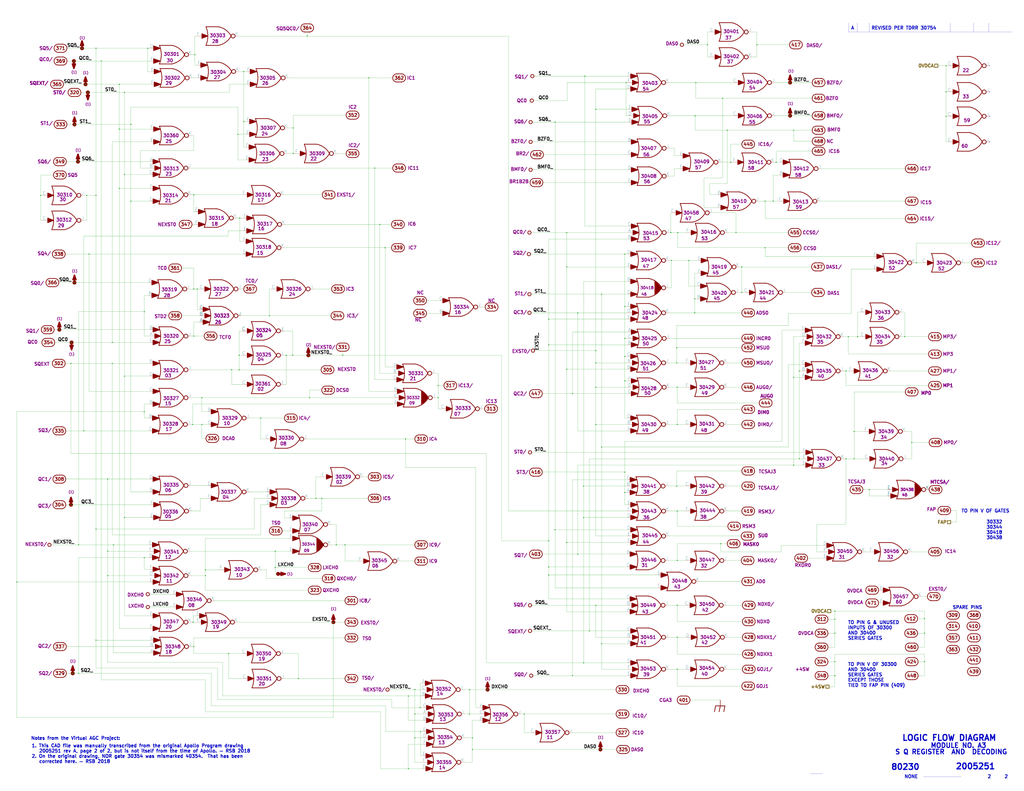
<source format=kicad_sch>
(kicad_sch (version 20211123) (generator eeschema)
  (paper "E")
  (lib_symbols
    (symbol "AGC_DSKY:ArrowTwiddle" (pin_numbers hide) (pin_names (offset 0) hide)
      (property "Number" "(N)" (at 0 10.541 0))
      (symbol "ArrowTwiddle_0_0"
        (pin passive line (at 0 0 90) (length 0) (name "pwr") (number "1"))
      )
    )
    (symbol "AGC_DSKY:ConnectorA1-300" (pin_numbers hide) (pin_names (offset 0) hide)
      (property "Caption" "PAD" (at 0 5.715 0))
      (symbol "ConnectorA1-300_1_0"
        (text "301" (at 0 0 0) (effects (font (size 3.556 3.556) bold)))
      )
      (symbol "ConnectorA1-300_1_1"
        (pin passive line (at 6.985 0 180) (length 0) (name "301") (number "301"))
      )
      (symbol "ConnectorA1-300_1_2"
        (pin passive line (at 0 4.445 270) (length 0) (name "301") (number "301"))
      )
      (symbol "ConnectorA1-300_2_0"
        (text "302" (at 0 0 0) (effects (font (size 3.556 3.556) bold)))
      )
      (symbol "ConnectorA1-300_2_1"
        (pin passive line (at 6.985 0 180) (length 0) (name "302") (number "302"))
      )
      (symbol "ConnectorA1-300_2_2"
        (pin passive line (at 0 4.445 270) (length 0) (name "302") (number "302"))
      )
      (symbol "ConnectorA1-300_3_0"
        (text "303" (at 0 0 0) (effects (font (size 3.556 3.556) bold)))
      )
      (symbol "ConnectorA1-300_3_1"
        (pin passive line (at 6.985 0 180) (length 0) (name "303") (number "303"))
      )
      (symbol "ConnectorA1-300_3_2"
        (pin passive line (at 0 4.445 270) (length 0) (name "303") (number "303"))
      )
      (symbol "ConnectorA1-300_4_0"
        (text "304" (at 0 0 0) (effects (font (size 3.556 3.556) bold)))
      )
      (symbol "ConnectorA1-300_4_1"
        (pin passive line (at 6.985 0 180) (length 0) (name "304") (number "304"))
      )
      (symbol "ConnectorA1-300_4_2"
        (pin passive line (at 0 4.445 270) (length 0) (name "304") (number "304"))
      )
      (symbol "ConnectorA1-300_5_0"
        (text "305" (at 0 0 0) (effects (font (size 3.556 3.556) bold)))
      )
      (symbol "ConnectorA1-300_5_1"
        (pin passive line (at 6.985 0 180) (length 0) (name "305") (number "305"))
      )
      (symbol "ConnectorA1-300_5_2"
        (pin passive line (at 0 4.445 270) (length 0) (name "305") (number "305"))
      )
      (symbol "ConnectorA1-300_6_0"
        (text "306" (at 0 0 0) (effects (font (size 3.556 3.556) bold)))
      )
      (symbol "ConnectorA1-300_6_1"
        (pin passive line (at 6.985 0 180) (length 0) (name "306") (number "306"))
      )
      (symbol "ConnectorA1-300_6_2"
        (pin passive line (at 0 4.445 270) (length 0) (name "306") (number "306"))
      )
      (symbol "ConnectorA1-300_7_0"
        (text "307" (at 0 0 0) (effects (font (size 3.556 3.556) bold)))
      )
      (symbol "ConnectorA1-300_7_1"
        (pin passive line (at 6.985 0 180) (length 0) (name "307") (number "307"))
      )
      (symbol "ConnectorA1-300_7_2"
        (pin passive line (at 0 4.445 270) (length 0) (name "307") (number "307"))
      )
      (symbol "ConnectorA1-300_8_0"
        (text "308" (at 0 0 0) (effects (font (size 3.556 3.556) bold)))
      )
      (symbol "ConnectorA1-300_8_1"
        (pin passive line (at 6.985 0 180) (length 0) (name "308") (number "308"))
      )
      (symbol "ConnectorA1-300_8_2"
        (pin passive line (at 0 4.445 270) (length 0) (name "308") (number "308"))
      )
      (symbol "ConnectorA1-300_9_0"
        (text "309" (at 0 0 0) (effects (font (size 3.556 3.556) bold)))
      )
      (symbol "ConnectorA1-300_9_1"
        (pin passive line (at 6.985 0 180) (length 0) (name "309") (number "309"))
      )
      (symbol "ConnectorA1-300_9_2"
        (pin passive line (at 0 4.445 270) (length 0) (name "309") (number "309"))
      )
      (symbol "ConnectorA1-300_10_0"
        (text "310" (at 0 0 0) (effects (font (size 3.556 3.556) bold)))
      )
      (symbol "ConnectorA1-300_10_1"
        (pin passive line (at 6.985 0 180) (length 0) (name "310") (number "310"))
      )
      (symbol "ConnectorA1-300_10_2"
        (pin passive line (at 0 4.445 270) (length 0) (name "310") (number "310"))
      )
      (symbol "ConnectorA1-300_11_0"
        (text "311" (at 0 0 0) (effects (font (size 3.556 3.556) bold)))
      )
      (symbol "ConnectorA1-300_11_1"
        (pin passive line (at 6.985 0 180) (length 0) (name "311") (number "311"))
      )
      (symbol "ConnectorA1-300_11_2"
        (pin passive line (at 0 4.445 270) (length 0) (name "311") (number "311"))
      )
      (symbol "ConnectorA1-300_12_0"
        (text "312" (at 0 0 0) (effects (font (size 3.556 3.556) bold)))
      )
      (symbol "ConnectorA1-300_12_1"
        (pin passive line (at 6.985 0 180) (length 0) (name "312") (number "312"))
      )
      (symbol "ConnectorA1-300_12_2"
        (pin passive line (at 0 4.445 270) (length 0) (name "312") (number "312"))
      )
      (symbol "ConnectorA1-300_13_0"
        (text "313" (at 0 0 0) (effects (font (size 3.556 3.556) bold)))
      )
      (symbol "ConnectorA1-300_13_1"
        (pin passive line (at 6.985 0 180) (length 0) (name "313") (number "313"))
      )
      (symbol "ConnectorA1-300_13_2"
        (pin passive line (at 0 4.445 270) (length 0) (name "313") (number "313"))
      )
      (symbol "ConnectorA1-300_14_0"
        (text "314" (at 0 0 0) (effects (font (size 3.556 3.556) bold)))
      )
      (symbol "ConnectorA1-300_14_1"
        (pin passive line (at 6.985 0 180) (length 0) (name "314") (number "314"))
      )
      (symbol "ConnectorA1-300_14_2"
        (pin passive line (at 0 4.445 270) (length 0) (name "314") (number "314"))
      )
      (symbol "ConnectorA1-300_15_0"
        (text "315" (at 0 0 0) (effects (font (size 3.556 3.556) bold)))
      )
      (symbol "ConnectorA1-300_15_1"
        (pin passive line (at 6.985 0 180) (length 0) (name "315") (number "315"))
      )
      (symbol "ConnectorA1-300_15_2"
        (pin passive line (at 0 4.445 270) (length 0) (name "315") (number "315"))
      )
      (symbol "ConnectorA1-300_16_0"
        (text "316" (at 0 0 0) (effects (font (size 3.556 3.556) bold)))
      )
      (symbol "ConnectorA1-300_16_1"
        (pin passive line (at 6.985 0 180) (length 0) (name "316") (number "316"))
      )
      (symbol "ConnectorA1-300_16_2"
        (pin passive line (at 0 4.445 270) (length 0) (name "316") (number "316"))
      )
      (symbol "ConnectorA1-300_17_0"
        (text "317" (at 0 0 0) (effects (font (size 3.556 3.556) bold)))
      )
      (symbol "ConnectorA1-300_17_1"
        (pin passive line (at 6.985 0 180) (length 0) (name "317") (number "317"))
      )
      (symbol "ConnectorA1-300_17_2"
        (pin passive line (at 0 4.445 270) (length 0) (name "317") (number "317"))
      )
      (symbol "ConnectorA1-300_18_0"
        (text "318" (at 0 0 0) (effects (font (size 3.556 3.556) bold)))
      )
      (symbol "ConnectorA1-300_18_1"
        (pin passive line (at 6.985 0 180) (length 0) (name "318") (number "318"))
      )
      (symbol "ConnectorA1-300_18_2"
        (pin passive line (at 0 4.445 270) (length 0) (name "318") (number "318"))
      )
      (symbol "ConnectorA1-300_19_0"
        (text "319" (at 0 0 0) (effects (font (size 3.556 3.556) bold)))
      )
      (symbol "ConnectorA1-300_19_1"
        (pin passive line (at 6.985 0 180) (length 0) (name "319") (number "319"))
      )
      (symbol "ConnectorA1-300_19_2"
        (pin passive line (at 0 4.445 270) (length 0) (name "319") (number "319"))
      )
      (symbol "ConnectorA1-300_20_0"
        (text "320" (at 0 0 0) (effects (font (size 3.556 3.556) bold)))
      )
      (symbol "ConnectorA1-300_20_1"
        (pin passive line (at 6.985 0 180) (length 0) (name "320") (number "320"))
      )
      (symbol "ConnectorA1-300_20_2"
        (pin passive line (at 0 4.445 270) (length 0) (name "320") (number "320"))
      )
      (symbol "ConnectorA1-300_21_0"
        (text "321" (at 0 0 0) (effects (font (size 3.556 3.556) bold)))
      )
      (symbol "ConnectorA1-300_22_0"
        (text "322" (at 0 0 0) (effects (font (size 3.556 3.556) bold)))
      )
      (symbol "ConnectorA1-300_22_1"
        (pin passive line (at 6.985 0 180) (length 0) (name "322") (number "322"))
      )
      (symbol "ConnectorA1-300_22_2"
        (pin passive line (at 0 4.445 270) (length 0) (name "322") (number "322"))
      )
      (symbol "ConnectorA1-300_23_0"
        (text "323" (at 0 0 0) (effects (font (size 3.556 3.556) bold)))
      )
      (symbol "ConnectorA1-300_23_1"
        (pin passive line (at 6.985 0 180) (length 0) (name "323") (number "323"))
      )
      (symbol "ConnectorA1-300_23_2"
        (pin passive line (at 0 4.445 270) (length 0) (name "323") (number "323"))
      )
      (symbol "ConnectorA1-300_24_0"
        (text "324" (at 0 0 0) (effects (font (size 3.556 3.556) bold)))
      )
      (symbol "ConnectorA1-300_24_1"
        (pin passive line (at 6.985 0 180) (length 0) (name "324") (number "324"))
      )
      (symbol "ConnectorA1-300_24_2"
        (pin passive line (at 0 4.445 270) (length 0) (name "324") (number "324"))
      )
      (symbol "ConnectorA1-300_25_0"
        (text "325" (at 0 0 0) (effects (font (size 3.556 3.556) bold)))
      )
      (symbol "ConnectorA1-300_25_1"
        (pin passive line (at 6.985 0 180) (length 0) (name "325") (number "325"))
      )
      (symbol "ConnectorA1-300_25_2"
        (pin passive line (at 0 4.445 270) (length 0) (name "325") (number "325"))
      )
      (symbol "ConnectorA1-300_26_0"
        (text "326" (at 0 0 0) (effects (font (size 3.556 3.556) bold)))
      )
      (symbol "ConnectorA1-300_26_1"
        (pin passive line (at 6.985 0 180) (length 0) (name "326") (number "326"))
      )
      (symbol "ConnectorA1-300_26_2"
        (pin passive line (at 0 4.445 270) (length 0) (name "326") (number "326"))
      )
      (symbol "ConnectorA1-300_27_0"
        (text "327" (at 0 0 0) (effects (font (size 3.556 3.556) bold)))
      )
      (symbol "ConnectorA1-300_27_1"
        (pin passive line (at 6.985 0 180) (length 0) (name "327") (number "327"))
      )
      (symbol "ConnectorA1-300_27_2"
        (pin passive line (at 0 4.445 270) (length 0) (name "327") (number "327"))
      )
      (symbol "ConnectorA1-300_28_0"
        (text "328" (at 0 0 0) (effects (font (size 3.556 3.556) bold)))
      )
      (symbol "ConnectorA1-300_28_1"
        (pin passive line (at 6.985 0 180) (length 0) (name "328") (number "328"))
      )
      (symbol "ConnectorA1-300_28_2"
        (pin passive line (at 0 4.445 270) (length 0) (name "328") (number "328"))
      )
      (symbol "ConnectorA1-300_29_0"
        (text "329" (at 0 0 0) (effects (font (size 3.556 3.556) bold)))
      )
      (symbol "ConnectorA1-300_29_1"
        (pin passive line (at 6.985 0 180) (length 0) (name "329") (number "329"))
      )
      (symbol "ConnectorA1-300_29_2"
        (pin passive line (at 0 4.445 270) (length 0) (name "329") (number "329"))
      )
      (symbol "ConnectorA1-300_30_0"
        (text "330" (at 0 0 0) (effects (font (size 3.556 3.556) bold)))
      )
      (symbol "ConnectorA1-300_30_1"
        (pin passive line (at 6.985 0 180) (length 0) (name "330") (number "330"))
      )
      (symbol "ConnectorA1-300_30_2"
        (pin passive line (at 0 4.445 270) (length 0) (name "330") (number "330"))
      )
      (symbol "ConnectorA1-300_31_0"
        (text "331" (at 0 0 0) (effects (font (size 3.556 3.556) bold)))
      )
      (symbol "ConnectorA1-300_31_1"
        (pin passive line (at 6.985 0 180) (length 0) (name "331") (number "331"))
      )
      (symbol "ConnectorA1-300_31_2"
        (pin passive line (at 0 4.445 270) (length 0) (name "331") (number "331"))
      )
      (symbol "ConnectorA1-300_32_0"
        (text "332" (at 0 0 0) (effects (font (size 3.556 3.556) bold)))
      )
      (symbol "ConnectorA1-300_32_1"
        (pin passive line (at 6.985 0 180) (length 0) (name "332") (number "332"))
      )
      (symbol "ConnectorA1-300_32_2"
        (pin passive line (at 0 4.445 270) (length 0) (name "332") (number "332"))
      )
      (symbol "ConnectorA1-300_33_0"
        (text "333" (at 0 0 0) (effects (font (size 3.556 3.556) bold)))
      )
      (symbol "ConnectorA1-300_33_1"
        (pin passive line (at 6.985 0 180) (length 0) (name "333") (number "333"))
      )
      (symbol "ConnectorA1-300_33_2"
        (pin passive line (at 0 4.445 270) (length 0) (name "333") (number "333"))
      )
      (symbol "ConnectorA1-300_34_0"
        (text "334" (at 0 0 0) (effects (font (size 3.556 3.556) bold)))
      )
      (symbol "ConnectorA1-300_34_1"
        (pin passive line (at 6.985 0 180) (length 0) (name "334") (number "334"))
      )
      (symbol "ConnectorA1-300_34_2"
        (pin passive line (at 0 4.445 270) (length 0) (name "334") (number "334"))
      )
      (symbol "ConnectorA1-300_35_0"
        (text "335" (at 0 0 0) (effects (font (size 3.556 3.556) bold)))
      )
      (symbol "ConnectorA1-300_35_1"
        (pin passive line (at 6.985 0 180) (length 0) (name "335") (number "335"))
      )
      (symbol "ConnectorA1-300_35_2"
        (pin passive line (at 0 4.445 270) (length 0) (name "335") (number "335"))
      )
      (symbol "ConnectorA1-300_36_0"
        (text "336" (at 0 0 0) (effects (font (size 3.556 3.556) bold)))
      )
      (symbol "ConnectorA1-300_36_1"
        (pin passive line (at 6.985 0 180) (length 0) (name "336") (number "336"))
      )
      (symbol "ConnectorA1-300_36_2"
        (pin passive line (at 0 4.445 270) (length 0) (name "336") (number "336"))
      )
      (symbol "ConnectorA1-300_37_0"
        (text "337" (at 0 0 0) (effects (font (size 3.556 3.556) bold)))
      )
      (symbol "ConnectorA1-300_37_1"
        (pin passive line (at 6.985 0 180) (length 0) (name "337") (number "337"))
      )
      (symbol "ConnectorA1-300_37_2"
        (pin passive line (at 0 4.445 270) (length 0) (name "337") (number "337"))
      )
      (symbol "ConnectorA1-300_38_0"
        (text "338" (at 0 0 0) (effects (font (size 3.556 3.556) bold)))
      )
      (symbol "ConnectorA1-300_38_1"
        (pin passive line (at 6.985 0 180) (length 0) (name "338") (number "338"))
      )
      (symbol "ConnectorA1-300_38_2"
        (pin passive line (at 0 4.445 270) (length 0) (name "338") (number "338"))
      )
      (symbol "ConnectorA1-300_39_0"
        (text "339" (at 0 0 0) (effects (font (size 3.556 3.556) bold)))
      )
      (symbol "ConnectorA1-300_39_1"
        (pin passive line (at 6.985 0 180) (length 0) (name "339") (number "339"))
      )
      (symbol "ConnectorA1-300_39_2"
        (pin passive line (at 0 4.445 270) (length 0) (name "339") (number "339"))
      )
      (symbol "ConnectorA1-300_40_0"
        (text "340" (at 0 0 0) (effects (font (size 3.556 3.556) bold)))
      )
      (symbol "ConnectorA1-300_40_1"
        (pin passive line (at 6.985 0 180) (length 0) (name "340") (number "340"))
      )
      (symbol "ConnectorA1-300_40_2"
        (pin passive line (at 0 4.445 270) (length 0) (name "340") (number "340"))
      )
      (symbol "ConnectorA1-300_41_0"
        (text "341" (at 0 0 0) (effects (font (size 3.556 3.556) bold)))
      )
      (symbol "ConnectorA1-300_41_1"
        (pin passive line (at 6.985 0 180) (length 0) (name "341") (number "341"))
      )
      (symbol "ConnectorA1-300_41_2"
        (pin passive line (at 0 4.445 270) (length 0) (name "341") (number "341"))
      )
      (symbol "ConnectorA1-300_42_0"
        (text "342" (at 0 0 0) (effects (font (size 3.556 3.556) bold)))
      )
      (symbol "ConnectorA1-300_42_1"
        (pin passive line (at 6.985 0 180) (length 0) (name "342") (number "342"))
      )
      (symbol "ConnectorA1-300_42_2"
        (pin passive line (at 0 4.445 270) (length 0) (name "342") (number "342"))
      )
      (symbol "ConnectorA1-300_43_0"
        (text "343" (at 0 0 0) (effects (font (size 3.556 3.556) bold)))
      )
      (symbol "ConnectorA1-300_43_1"
        (pin passive line (at 6.985 0 180) (length 0) (name "343") (number "343"))
      )
      (symbol "ConnectorA1-300_43_2"
        (pin passive line (at 0 4.445 270) (length 0) (name "343") (number "343"))
      )
      (symbol "ConnectorA1-300_44_0"
        (text "344" (at 0 0 0) (effects (font (size 3.556 3.556) bold)))
      )
      (symbol "ConnectorA1-300_44_1"
        (pin passive line (at 6.985 0 180) (length 0) (name "344") (number "344"))
      )
      (symbol "ConnectorA1-300_44_2"
        (pin passive line (at 0 4.445 270) (length 0) (name "344") (number "344"))
      )
      (symbol "ConnectorA1-300_45_0"
        (text "345" (at 0 0 0) (effects (font (size 3.556 3.556) bold)))
      )
      (symbol "ConnectorA1-300_45_1"
        (pin passive line (at 6.985 0 180) (length 0) (name "345") (number "345"))
      )
      (symbol "ConnectorA1-300_45_2"
        (pin passive line (at 0 4.445 270) (length 0) (name "345") (number "345"))
      )
      (symbol "ConnectorA1-300_46_0"
        (text "346" (at 0 0 0) (effects (font (size 3.556 3.556) bold)))
      )
      (symbol "ConnectorA1-300_46_1"
        (pin passive line (at 6.985 0 180) (length 0) (name "346") (number "346"))
      )
      (symbol "ConnectorA1-300_46_2"
        (pin passive line (at 0 4.445 270) (length 0) (name "346") (number "346"))
      )
      (symbol "ConnectorA1-300_47_0"
        (text "347" (at 0 0 0) (effects (font (size 3.556 3.556) bold)))
      )
      (symbol "ConnectorA1-300_47_1"
        (pin passive line (at 6.985 0 180) (length 0) (name "347") (number "347"))
      )
      (symbol "ConnectorA1-300_47_2"
        (pin passive line (at 0 4.445 270) (length 0) (name "347") (number "347"))
      )
      (symbol "ConnectorA1-300_48_0"
        (text "348" (at 0 0 0) (effects (font (size 3.556 3.556) bold)))
      )
      (symbol "ConnectorA1-300_48_1"
        (pin passive line (at 6.985 0 180) (length 0) (name "348") (number "348"))
      )
      (symbol "ConnectorA1-300_48_2"
        (pin passive line (at 0 4.445 270) (length 0) (name "348") (number "348"))
      )
      (symbol "ConnectorA1-300_49_0"
        (text "349" (at 0 0 0) (effects (font (size 3.556 3.556) bold)))
      )
      (symbol "ConnectorA1-300_49_1"
        (pin passive line (at 6.985 0 180) (length 0) (name "349") (number "349"))
      )
      (symbol "ConnectorA1-300_49_2"
        (pin passive line (at 0 4.445 270) (length 0) (name "349") (number "349"))
      )
      (symbol "ConnectorA1-300_50_0"
        (text "350" (at 0 0 0) (effects (font (size 3.556 3.556) bold)))
      )
      (symbol "ConnectorA1-300_50_1"
        (pin passive line (at 6.985 0 180) (length 0) (name "350") (number "350"))
      )
      (symbol "ConnectorA1-300_50_2"
        (pin passive line (at 0 4.445 270) (length 0) (name "350") (number "350"))
      )
      (symbol "ConnectorA1-300_51_0"
        (text "351" (at 0 0 0) (effects (font (size 3.556 3.556) bold)))
      )
      (symbol "ConnectorA1-300_52_0"
        (text "352" (at 0 0 0) (effects (font (size 3.556 3.556) bold)))
      )
      (symbol "ConnectorA1-300_52_1"
        (pin passive line (at 6.985 0 180) (length 0) (name "352") (number "352"))
      )
      (symbol "ConnectorA1-300_52_2"
        (pin passive line (at 0 4.445 270) (length 0) (name "352") (number "352"))
      )
      (symbol "ConnectorA1-300_53_0"
        (text "353" (at 0 0 0) (effects (font (size 3.556 3.556) bold)))
      )
      (symbol "ConnectorA1-300_53_1"
        (pin passive line (at 6.985 0 180) (length 0) (name "353") (number "353"))
      )
      (symbol "ConnectorA1-300_53_2"
        (pin passive line (at 0 4.445 270) (length 0) (name "353") (number "353"))
      )
      (symbol "ConnectorA1-300_54_0"
        (text "354" (at 0 0 0) (effects (font (size 3.556 3.556) bold)))
      )
      (symbol "ConnectorA1-300_54_1"
        (pin passive line (at 6.985 0 180) (length 0) (name "354") (number "354"))
      )
      (symbol "ConnectorA1-300_54_2"
        (pin passive line (at 0 4.445 270) (length 0) (name "354") (number "354"))
      )
      (symbol "ConnectorA1-300_55_0"
        (text "355" (at 0 0 0) (effects (font (size 3.556 3.556) bold)))
      )
      (symbol "ConnectorA1-300_55_1"
        (pin passive line (at 6.985 0 180) (length 0) (name "355") (number "355"))
      )
      (symbol "ConnectorA1-300_55_2"
        (pin passive line (at 0 4.445 270) (length 0) (name "355") (number "355"))
      )
      (symbol "ConnectorA1-300_56_0"
        (text "356" (at 0 0 0) (effects (font (size 3.556 3.556) bold)))
      )
      (symbol "ConnectorA1-300_56_1"
        (pin passive line (at 6.985 0 180) (length 0) (name "356") (number "356"))
      )
      (symbol "ConnectorA1-300_56_2"
        (pin passive line (at 0 4.445 270) (length 0) (name "356") (number "356"))
      )
      (symbol "ConnectorA1-300_57_0"
        (text "357" (at 0 0 0) (effects (font (size 3.556 3.556) bold)))
      )
      (symbol "ConnectorA1-300_57_1"
        (pin passive line (at 6.985 0 180) (length 0) (name "357") (number "357"))
      )
      (symbol "ConnectorA1-300_57_2"
        (pin passive line (at 0 4.445 270) (length 0) (name "357") (number "357"))
      )
      (symbol "ConnectorA1-300_58_0"
        (text "358" (at 0 0 0) (effects (font (size 3.556 3.556) bold)))
      )
      (symbol "ConnectorA1-300_58_1"
        (pin passive line (at 6.985 0 180) (length 0) (name "358") (number "358"))
      )
      (symbol "ConnectorA1-300_58_2"
        (pin passive line (at 0 4.445 270) (length 0) (name "358") (number "358"))
      )
      (symbol "ConnectorA1-300_59_0"
        (text "359" (at 0 0 0) (effects (font (size 3.556 3.556) bold)))
      )
      (symbol "ConnectorA1-300_59_1"
        (pin passive line (at 6.985 0 180) (length 0) (name "359") (number "359"))
      )
      (symbol "ConnectorA1-300_59_2"
        (pin passive line (at 0 4.445 270) (length 0) (name "359") (number "359"))
      )
      (symbol "ConnectorA1-300_60_0"
        (text "360" (at 0 0 0) (effects (font (size 3.556 3.556) bold)))
      )
      (symbol "ConnectorA1-300_60_1"
        (pin passive line (at 6.985 0 180) (length 0) (name "360") (number "360"))
      )
      (symbol "ConnectorA1-300_60_2"
        (pin passive line (at 0 4.445 270) (length 0) (name "360") (number "360"))
      )
      (symbol "ConnectorA1-300_61_0"
        (text "361" (at 0 0 0) (effects (font (size 3.556 3.556) bold)))
      )
      (symbol "ConnectorA1-300_61_1"
        (pin passive line (at 6.985 0 180) (length 0) (name "361") (number "361"))
      )
      (symbol "ConnectorA1-300_61_2"
        (pin passive line (at 0 4.445 270) (length 0) (name "361") (number "361"))
      )
      (symbol "ConnectorA1-300_62_0"
        (text "362" (at 0 0 0) (effects (font (size 3.556 3.556) bold)))
      )
      (symbol "ConnectorA1-300_62_1"
        (pin passive line (at 6.985 0 180) (length 0) (name "362") (number "362"))
      )
      (symbol "ConnectorA1-300_62_2"
        (pin passive line (at 0 4.445 270) (length 0) (name "362") (number "362"))
      )
      (symbol "ConnectorA1-300_63_0"
        (text "363" (at 0 0 0) (effects (font (size 3.556 3.556) bold)))
      )
      (symbol "ConnectorA1-300_63_1"
        (pin passive line (at 6.985 0 180) (length 0) (name "363") (number "363"))
      )
      (symbol "ConnectorA1-300_63_2"
        (pin passive line (at 0 4.445 270) (length 0) (name "363") (number "363"))
      )
      (symbol "ConnectorA1-300_64_0"
        (text "364" (at 0 0 0) (effects (font (size 3.556 3.556) bold)))
      )
      (symbol "ConnectorA1-300_64_1"
        (pin passive line (at 6.985 0 180) (length 0) (name "364") (number "364"))
      )
      (symbol "ConnectorA1-300_64_2"
        (pin passive line (at 0 4.445 270) (length 0) (name "364") (number "364"))
      )
      (symbol "ConnectorA1-300_65_0"
        (text "365" (at 0 0 0) (effects (font (size 3.556 3.556) bold)))
      )
      (symbol "ConnectorA1-300_65_1"
        (pin passive line (at 6.985 0 180) (length 0) (name "365") (number "365"))
      )
      (symbol "ConnectorA1-300_65_2"
        (pin passive line (at 0 4.445 270) (length 0) (name "365") (number "365"))
      )
      (symbol "ConnectorA1-300_66_0"
        (text "366" (at 0 0 0) (effects (font (size 3.556 3.556) bold)))
      )
      (symbol "ConnectorA1-300_66_1"
        (pin passive line (at 6.985 0 180) (length 0) (name "366") (number "366"))
      )
      (symbol "ConnectorA1-300_66_2"
        (pin passive line (at 0 4.445 270) (length 0) (name "366") (number "366"))
      )
      (symbol "ConnectorA1-300_67_0"
        (text "367" (at 0 0 0) (effects (font (size 3.556 3.556) bold)))
      )
      (symbol "ConnectorA1-300_67_1"
        (pin passive line (at 6.985 0 180) (length 0) (name "367") (number "367"))
      )
      (symbol "ConnectorA1-300_67_2"
        (pin passive line (at 0 4.445 270) (length 0) (name "367") (number "367"))
      )
      (symbol "ConnectorA1-300_68_0"
        (text "368" (at 0 0 0) (effects (font (size 3.556 3.556) bold)))
      )
      (symbol "ConnectorA1-300_68_1"
        (pin passive line (at 6.985 0 180) (length 0) (name "368") (number "368"))
      )
      (symbol "ConnectorA1-300_68_2"
        (pin passive line (at 0 4.445 270) (length 0) (name "368") (number "368"))
      )
      (symbol "ConnectorA1-300_69_0"
        (text "369" (at 0 0 0) (effects (font (size 3.556 3.556) bold)))
      )
      (symbol "ConnectorA1-300_69_1"
        (pin passive line (at 6.985 0 180) (length 0) (name "369") (number "369"))
      )
      (symbol "ConnectorA1-300_69_2"
        (pin passive line (at 0 4.445 270) (length 0) (name "369") (number "369"))
      )
      (symbol "ConnectorA1-300_70_0"
        (text "370" (at 0 0 0) (effects (font (size 3.556 3.556) bold)))
      )
      (symbol "ConnectorA1-300_70_1"
        (pin passive line (at 6.985 0 180) (length 0) (name "370") (number "370"))
      )
      (symbol "ConnectorA1-300_70_2"
        (pin passive line (at 0 4.445 270) (length 0) (name "370") (number "370"))
      )
      (symbol "ConnectorA1-300_71_0"
        (text "371" (at 0 0 0) (effects (font (size 3.556 3.556) bold)))
      )
      (symbol "ConnectorA1-300_71_1"
        (pin passive line (at 6.985 0 180) (length 0) (name "371") (number "371"))
      )
      (symbol "ConnectorA1-300_71_2"
        (pin passive line (at 0 4.445 270) (length 0) (name "371") (number "371"))
      )
    )
    (symbol "AGC_DSKY:ConnectorA1-400" (pin_numbers hide) (pin_names (offset 0) hide)
      (property "Caption" "PAD" (at 0 5.715 0))
      (symbol "ConnectorA1-400_1_0"
        (text "401" (at 0 0 0) (effects (font (size 3.556 3.556) bold)))
      )
      (symbol "ConnectorA1-400_1_1"
        (pin passive line (at 6.985 0 180) (length 0) (name "401") (number "401"))
      )
      (symbol "ConnectorA1-400_1_2"
        (pin passive line (at 0 4.445 270) (length 0) (name "401") (number "401"))
      )
      (symbol "ConnectorA1-400_2_0"
        (text "402" (at 0 0 0) (effects (font (size 3.556 3.556) bold)))
      )
      (symbol "ConnectorA1-400_2_1"
        (pin passive line (at 6.985 0 180) (length 0) (name "402") (number "402"))
      )
      (symbol "ConnectorA1-400_2_2"
        (pin passive line (at 0 4.445 270) (length 0) (name "402") (number "402"))
      )
      (symbol "ConnectorA1-400_3_0"
        (text "403" (at 0 0 0) (effects (font (size 3.556 3.556) bold)))
      )
      (symbol "ConnectorA1-400_3_1"
        (pin passive line (at 6.985 0 180) (length 0) (name "403") (number "403"))
      )
      (symbol "ConnectorA1-400_3_2"
        (pin passive line (at 0 4.445 270) (length 0) (name "403") (number "403"))
      )
      (symbol "ConnectorA1-400_4_0"
        (text "404" (at 0 0 0) (effects (font (size 3.556 3.556) bold)))
      )
      (symbol "ConnectorA1-400_4_1"
        (pin passive line (at 6.985 0 180) (length 0) (name "404") (number "404"))
      )
      (symbol "ConnectorA1-400_4_2"
        (pin passive line (at 0 4.445 270) (length 0) (name "404") (number "404"))
      )
      (symbol "ConnectorA1-400_5_0"
        (text "405" (at 0 0 0) (effects (font (size 3.556 3.556) bold)))
      )
      (symbol "ConnectorA1-400_5_1"
        (pin passive line (at 6.985 0 180) (length 0) (name "405") (number "405"))
      )
      (symbol "ConnectorA1-400_5_2"
        (pin passive line (at 0 4.445 270) (length 0) (name "405") (number "405"))
      )
      (symbol "ConnectorA1-400_6_0"
        (text "406" (at 0 0 0) (effects (font (size 3.556 3.556) bold)))
      )
      (symbol "ConnectorA1-400_6_1"
        (pin passive line (at 6.985 0 180) (length 0) (name "406") (number "406"))
      )
      (symbol "ConnectorA1-400_6_2"
        (pin passive line (at 0 4.445 270) (length 0) (name "406") (number "406"))
      )
      (symbol "ConnectorA1-400_7_0"
        (text "407" (at 0 0 0) (effects (font (size 3.556 3.556) bold)))
      )
      (symbol "ConnectorA1-400_7_1"
        (pin passive line (at 6.985 0 180) (length 0) (name "407") (number "407"))
      )
      (symbol "ConnectorA1-400_7_2"
        (pin passive line (at 0 4.445 270) (length 0) (name "407") (number "407"))
      )
      (symbol "ConnectorA1-400_8_0"
        (text "408" (at 0 0 0) (effects (font (size 3.556 3.556) bold)))
      )
      (symbol "ConnectorA1-400_8_1"
        (pin passive line (at 6.985 0 180) (length 0) (name "408") (number "408"))
      )
      (symbol "ConnectorA1-400_8_2"
        (pin passive line (at 0 4.445 270) (length 0) (name "408") (number "408"))
      )
      (symbol "ConnectorA1-400_9_0"
        (text "409" (at 0 0 0) (effects (font (size 3.556 3.556) bold)))
      )
      (symbol "ConnectorA1-400_9_1"
        (pin passive line (at 6.985 0 180) (length 0) (name "409") (number "409"))
      )
      (symbol "ConnectorA1-400_9_2"
        (pin passive line (at 0 4.445 270) (length 0) (name "409") (number "409"))
      )
      (symbol "ConnectorA1-400_10_0"
        (text "410" (at 0 0 0) (effects (font (size 3.556 3.556) bold)))
      )
      (symbol "ConnectorA1-400_10_1"
        (pin passive line (at 6.985 0 180) (length 0) (name "410") (number "410"))
      )
      (symbol "ConnectorA1-400_10_2"
        (pin passive line (at 0 4.445 270) (length 0) (name "410") (number "410"))
      )
      (symbol "ConnectorA1-400_11_0"
        (text "411" (at 0 0 0) (effects (font (size 3.556 3.556) bold)))
      )
      (symbol "ConnectorA1-400_11_1"
        (pin passive line (at 6.985 0 180) (length 0) (name "411") (number "411"))
      )
      (symbol "ConnectorA1-400_11_2"
        (pin passive line (at 0 4.445 270) (length 0) (name "411") (number "411"))
      )
      (symbol "ConnectorA1-400_12_0"
        (text "412" (at 0 0 0) (effects (font (size 3.556 3.556) bold)))
      )
      (symbol "ConnectorA1-400_12_1"
        (pin passive line (at 6.985 0 180) (length 0) (name "412") (number "412"))
      )
      (symbol "ConnectorA1-400_12_2"
        (pin passive line (at 0 4.445 270) (length 0) (name "412") (number "412"))
      )
      (symbol "ConnectorA1-400_13_0"
        (text "413" (at 0 0 0) (effects (font (size 3.556 3.556) bold)))
      )
      (symbol "ConnectorA1-400_13_1"
        (pin passive line (at 6.985 0 180) (length 0) (name "413") (number "413"))
      )
      (symbol "ConnectorA1-400_13_2"
        (pin passive line (at 0 4.445 270) (length 0) (name "413") (number "413"))
      )
      (symbol "ConnectorA1-400_14_0"
        (text "414" (at 0 0 0) (effects (font (size 3.556 3.556) bold)))
      )
      (symbol "ConnectorA1-400_14_1"
        (pin passive line (at 6.985 0 180) (length 0) (name "414") (number "414"))
      )
      (symbol "ConnectorA1-400_14_2"
        (pin passive line (at 0 4.445 270) (length 0) (name "414") (number "414"))
      )
      (symbol "ConnectorA1-400_15_0"
        (text "415" (at 0 0 0) (effects (font (size 3.556 3.556) bold)))
      )
      (symbol "ConnectorA1-400_15_1"
        (pin passive line (at 6.985 0 180) (length 0) (name "415") (number "415"))
      )
      (symbol "ConnectorA1-400_15_2"
        (pin passive line (at 0 4.445 270) (length 0) (name "415") (number "415"))
      )
      (symbol "ConnectorA1-400_16_0"
        (text "416" (at 0 0 0) (effects (font (size 3.556 3.556) bold)))
      )
      (symbol "ConnectorA1-400_16_1"
        (pin passive line (at 6.985 0 180) (length 0) (name "416") (number "416"))
      )
      (symbol "ConnectorA1-400_16_2"
        (pin passive line (at 0 4.445 270) (length 0) (name "416") (number "416"))
      )
      (symbol "ConnectorA1-400_17_0"
        (text "417" (at 0 0 0) (effects (font (size 3.556 3.556) bold)))
      )
      (symbol "ConnectorA1-400_17_1"
        (pin passive line (at 6.985 0 180) (length 0) (name "417") (number "417"))
      )
      (symbol "ConnectorA1-400_17_2"
        (pin passive line (at 0 4.445 270) (length 0) (name "417") (number "417"))
      )
      (symbol "ConnectorA1-400_18_0"
        (text "418" (at 0 0 0) (effects (font (size 3.556 3.556) bold)))
      )
      (symbol "ConnectorA1-400_18_1"
        (pin passive line (at 6.985 0 180) (length 0) (name "418") (number "418"))
      )
      (symbol "ConnectorA1-400_18_2"
        (pin passive line (at 0 4.445 270) (length 0) (name "418") (number "418"))
      )
      (symbol "ConnectorA1-400_19_0"
        (text "419" (at 0 0 0) (effects (font (size 3.556 3.556) bold)))
      )
      (symbol "ConnectorA1-400_19_1"
        (pin passive line (at 6.985 0 180) (length 0) (name "419") (number "419"))
      )
      (symbol "ConnectorA1-400_19_2"
        (pin passive line (at 0 4.445 270) (length 0) (name "419") (number "419"))
      )
      (symbol "ConnectorA1-400_20_0"
        (text "420" (at 0 0 0) (effects (font (size 3.556 3.556) bold)))
      )
      (symbol "ConnectorA1-400_20_1"
        (pin passive line (at 6.985 0 180) (length 0) (name "420") (number "420"))
      )
      (symbol "ConnectorA1-400_20_2"
        (pin passive line (at 0 4.445 270) (length 0) (name "420") (number "420"))
      )
      (symbol "ConnectorA1-400_21_0"
        (text "421" (at 0 0 0) (effects (font (size 3.556 3.556) bold)))
      )
      (symbol "ConnectorA1-400_22_0"
        (text "422" (at 0 0 0) (effects (font (size 3.556 3.556) bold)))
      )
      (symbol "ConnectorA1-400_22_1"
        (pin passive line (at 6.985 0 180) (length 0) (name "422") (number "422"))
      )
      (symbol "ConnectorA1-400_22_2"
        (pin passive line (at 0 4.445 270) (length 0) (name "422") (number "422"))
      )
      (symbol "ConnectorA1-400_23_0"
        (text "423" (at 0 0 0) (effects (font (size 3.556 3.556) bold)))
      )
      (symbol "ConnectorA1-400_23_1"
        (pin passive line (at 6.985 0 180) (length 0) (name "423") (number "423"))
      )
      (symbol "ConnectorA1-400_23_2"
        (pin passive line (at 0 4.445 270) (length 0) (name "423") (number "423"))
      )
      (symbol "ConnectorA1-400_24_0"
        (text "424" (at 0 0 0) (effects (font (size 3.556 3.556) bold)))
      )
      (symbol "ConnectorA1-400_24_1"
        (pin passive line (at 6.985 0 180) (length 0) (name "424") (number "424"))
      )
      (symbol "ConnectorA1-400_24_2"
        (pin passive line (at 0 4.445 270) (length 0) (name "424") (number "424"))
      )
      (symbol "ConnectorA1-400_25_0"
        (text "425" (at 0 0 0) (effects (font (size 3.556 3.556) bold)))
      )
      (symbol "ConnectorA1-400_25_1"
        (pin passive line (at 6.985 0 180) (length 0) (name "425") (number "425"))
      )
      (symbol "ConnectorA1-400_25_2"
        (pin passive line (at 0 4.445 270) (length 0) (name "425") (number "425"))
      )
      (symbol "ConnectorA1-400_26_0"
        (text "426" (at 0 0 0) (effects (font (size 3.556 3.556) bold)))
      )
      (symbol "ConnectorA1-400_26_1"
        (pin passive line (at 6.985 0 180) (length 0) (name "426") (number "426"))
      )
      (symbol "ConnectorA1-400_26_2"
        (pin passive line (at 0 4.445 270) (length 0) (name "426") (number "426"))
      )
      (symbol "ConnectorA1-400_27_0"
        (text "427" (at 0 0 0) (effects (font (size 3.556 3.556) bold)))
      )
      (symbol "ConnectorA1-400_27_1"
        (pin passive line (at 6.985 0 180) (length 0) (name "427") (number "427"))
      )
      (symbol "ConnectorA1-400_27_2"
        (pin passive line (at 0 4.445 270) (length 0) (name "427") (number "427"))
      )
      (symbol "ConnectorA1-400_28_0"
        (text "428" (at 0 0 0) (effects (font (size 3.556 3.556) bold)))
      )
      (symbol "ConnectorA1-400_28_1"
        (pin passive line (at 6.985 0 180) (length 0) (name "428") (number "428"))
      )
      (symbol "ConnectorA1-400_28_2"
        (pin passive line (at 0 4.445 270) (length 0) (name "428") (number "428"))
      )
      (symbol "ConnectorA1-400_29_0"
        (text "429" (at 0 0 0) (effects (font (size 3.556 3.556) bold)))
      )
      (symbol "ConnectorA1-400_29_1"
        (pin passive line (at 6.985 0 180) (length 0) (name "429") (number "429"))
      )
      (symbol "ConnectorA1-400_29_2"
        (pin passive line (at 0 4.445 270) (length 0) (name "429") (number "429"))
      )
      (symbol "ConnectorA1-400_30_0"
        (text "430" (at 0 0 0) (effects (font (size 3.556 3.556) bold)))
      )
      (symbol "ConnectorA1-400_30_1"
        (pin passive line (at 6.985 0 180) (length 0) (name "430") (number "430"))
      )
      (symbol "ConnectorA1-400_30_2"
        (pin passive line (at 0 4.445 270) (length 0) (name "430") (number "430"))
      )
      (symbol "ConnectorA1-400_31_0"
        (text "431" (at 0 0 0) (effects (font (size 3.556 3.556) bold)))
      )
      (symbol "ConnectorA1-400_31_1"
        (pin passive line (at 6.985 0 180) (length 0) (name "431") (number "431"))
      )
      (symbol "ConnectorA1-400_31_2"
        (pin passive line (at 0 4.445 270) (length 0) (name "431") (number "431"))
      )
      (symbol "ConnectorA1-400_32_0"
        (text "432" (at 0 0 0) (effects (font (size 3.556 3.556) bold)))
      )
      (symbol "ConnectorA1-400_32_1"
        (pin passive line (at 6.985 0 180) (length 0) (name "432") (number "432"))
      )
      (symbol "ConnectorA1-400_32_2"
        (pin passive line (at 0 4.445 270) (length 0) (name "432") (number "432"))
      )
      (symbol "ConnectorA1-400_33_0"
        (text "433" (at 0 0 0) (effects (font (size 3.556 3.556) bold)))
      )
      (symbol "ConnectorA1-400_33_1"
        (pin passive line (at 6.985 0 180) (length 0) (name "433") (number "433"))
      )
      (symbol "ConnectorA1-400_33_2"
        (pin passive line (at 0 4.445 270) (length 0) (name "433") (number "433"))
      )
      (symbol "ConnectorA1-400_34_0"
        (text "434" (at 0 0 0) (effects (font (size 3.556 3.556) bold)))
      )
      (symbol "ConnectorA1-400_34_1"
        (pin passive line (at 6.985 0 180) (length 0) (name "434") (number "434"))
      )
      (symbol "ConnectorA1-400_34_2"
        (pin passive line (at 0 4.445 270) (length 0) (name "434") (number "434"))
      )
      (symbol "ConnectorA1-400_35_0"
        (text "435" (at 0 0 0) (effects (font (size 3.556 3.556) bold)))
      )
      (symbol "ConnectorA1-400_35_1"
        (pin passive line (at 6.985 0 180) (length 0) (name "435") (number "435"))
      )
      (symbol "ConnectorA1-400_35_2"
        (pin passive line (at 0 4.445 270) (length 0) (name "435") (number "435"))
      )
      (symbol "ConnectorA1-400_36_0"
        (text "436" (at 0 0 0) (effects (font (size 3.556 3.556) bold)))
      )
      (symbol "ConnectorA1-400_36_1"
        (pin passive line (at 6.985 0 180) (length 0) (name "436") (number "436"))
      )
      (symbol "ConnectorA1-400_36_2"
        (pin passive line (at 0 4.445 270) (length 0) (name "436") (number "436"))
      )
      (symbol "ConnectorA1-400_37_0"
        (text "437" (at 0 0 0) (effects (font (size 3.556 3.556) bold)))
      )
      (symbol "ConnectorA1-400_37_1"
        (pin passive line (at 6.985 0 180) (length 0) (name "437") (number "437"))
      )
      (symbol "ConnectorA1-400_37_2"
        (pin passive line (at 0 4.445 270) (length 0) (name "437") (number "437"))
      )
      (symbol "ConnectorA1-400_38_0"
        (text "438" (at 0 0 0) (effects (font (size 3.556 3.556) bold)))
      )
      (symbol "ConnectorA1-400_38_1"
        (pin passive line (at 6.985 0 180) (length 0) (name "438") (number "438"))
      )
      (symbol "ConnectorA1-400_38_2"
        (pin passive line (at 0 4.445 270) (length 0) (name "438") (number "438"))
      )
      (symbol "ConnectorA1-400_39_0"
        (text "439" (at 0 0 0) (effects (font (size 3.556 3.556) bold)))
      )
      (symbol "ConnectorA1-400_39_1"
        (pin passive line (at 6.985 0 180) (length 0) (name "439") (number "439"))
      )
      (symbol "ConnectorA1-400_39_2"
        (pin passive line (at 0 4.445 270) (length 0) (name "439") (number "439"))
      )
      (symbol "ConnectorA1-400_40_0"
        (text "440" (at 0 0 0) (effects (font (size 3.556 3.556) bold)))
      )
      (symbol "ConnectorA1-400_40_1"
        (pin passive line (at 6.985 0 180) (length 0) (name "440") (number "440"))
      )
      (symbol "ConnectorA1-400_40_2"
        (pin passive line (at 0 4.445 270) (length 0) (name "440") (number "440"))
      )
      (symbol "ConnectorA1-400_41_0"
        (text "441" (at 0 0 0) (effects (font (size 3.556 3.556) bold)))
      )
      (symbol "ConnectorA1-400_41_1"
        (pin passive line (at 6.985 0 180) (length 0) (name "441") (number "441"))
      )
      (symbol "ConnectorA1-400_41_2"
        (pin passive line (at 0 4.445 270) (length 0) (name "441") (number "441"))
      )
      (symbol "ConnectorA1-400_42_0"
        (text "442" (at 0 0 0) (effects (font (size 3.556 3.556) bold)))
      )
      (symbol "ConnectorA1-400_42_1"
        (pin passive line (at 6.985 0 180) (length 0) (name "442") (number "442"))
      )
      (symbol "ConnectorA1-400_42_2"
        (pin passive line (at 0 4.445 270) (length 0) (name "442") (number "442"))
      )
      (symbol "ConnectorA1-400_43_0"
        (text "443" (at 0 0 0) (effects (font (size 3.556 3.556) bold)))
      )
      (symbol "ConnectorA1-400_43_1"
        (pin passive line (at 6.985 0 180) (length 0) (name "443") (number "443"))
      )
      (symbol "ConnectorA1-400_43_2"
        (pin passive line (at 0 4.445 270) (length 0) (name "443") (number "443"))
      )
      (symbol "ConnectorA1-400_44_0"
        (text "444" (at 0 0 0) (effects (font (size 3.556 3.556) bold)))
      )
      (symbol "ConnectorA1-400_44_1"
        (pin passive line (at 6.985 0 180) (length 0) (name "444") (number "444"))
      )
      (symbol "ConnectorA1-400_44_2"
        (pin passive line (at 0 4.445 270) (length 0) (name "444") (number "444"))
      )
      (symbol "ConnectorA1-400_45_0"
        (text "445" (at 0 0 0) (effects (font (size 3.556 3.556) bold)))
      )
      (symbol "ConnectorA1-400_45_1"
        (pin passive line (at 6.985 0 180) (length 0) (name "445") (number "445"))
      )
      (symbol "ConnectorA1-400_45_2"
        (pin passive line (at 0 4.445 270) (length 0) (name "445") (number "445"))
      )
      (symbol "ConnectorA1-400_46_0"
        (text "446" (at 0 0 0) (effects (font (size 3.556 3.556) bold)))
      )
      (symbol "ConnectorA1-400_46_1"
        (pin passive line (at 6.985 0 180) (length 0) (name "446") (number "446"))
      )
      (symbol "ConnectorA1-400_46_2"
        (pin passive line (at 0 4.445 270) (length 0) (name "446") (number "446"))
      )
      (symbol "ConnectorA1-400_47_0"
        (text "447" (at 0 0 0) (effects (font (size 3.556 3.556) bold)))
      )
      (symbol "ConnectorA1-400_47_1"
        (pin passive line (at 6.985 0 180) (length 0) (name "447") (number "447"))
      )
      (symbol "ConnectorA1-400_47_2"
        (pin passive line (at 0 4.445 270) (length 0) (name "447") (number "447"))
      )
      (symbol "ConnectorA1-400_48_0"
        (text "448" (at 0 0 0) (effects (font (size 3.556 3.556) bold)))
      )
      (symbol "ConnectorA1-400_48_1"
        (pin passive line (at 6.985 0 180) (length 0) (name "448") (number "448"))
      )
      (symbol "ConnectorA1-400_48_2"
        (pin passive line (at 0 4.445 270) (length 0) (name "448") (number "448"))
      )
      (symbol "ConnectorA1-400_49_0"
        (text "449" (at 0 0 0) (effects (font (size 3.556 3.556) bold)))
      )
      (symbol "ConnectorA1-400_49_1"
        (pin passive line (at 6.985 0 180) (length 0) (name "449") (number "449"))
      )
      (symbol "ConnectorA1-400_49_2"
        (pin passive line (at 0 4.445 270) (length 0) (name "449") (number "449"))
      )
      (symbol "ConnectorA1-400_50_0"
        (text "450" (at 0 0 0) (effects (font (size 3.556 3.556) bold)))
      )
      (symbol "ConnectorA1-400_50_1"
        (pin passive line (at 6.985 0 180) (length 0) (name "450") (number "450"))
      )
      (symbol "ConnectorA1-400_50_2"
        (pin passive line (at 0 4.445 270) (length 0) (name "450") (number "450"))
      )
      (symbol "ConnectorA1-400_51_0"
        (text "451" (at 0 0 0) (effects (font (size 3.556 3.556) bold)))
      )
      (symbol "ConnectorA1-400_52_0"
        (text "452" (at 0 0 0) (effects (font (size 3.556 3.556) bold)))
      )
      (symbol "ConnectorA1-400_52_1"
        (pin passive line (at 6.985 0 180) (length 0) (name "452") (number "452"))
      )
      (symbol "ConnectorA1-400_52_2"
        (pin passive line (at 0 4.445 270) (length 0) (name "452") (number "452"))
      )
      (symbol "ConnectorA1-400_53_0"
        (text "453" (at 0 0 0) (effects (font (size 3.556 3.556) bold)))
      )
      (symbol "ConnectorA1-400_53_1"
        (pin passive line (at 6.985 0 180) (length 0) (name "453") (number "453"))
      )
      (symbol "ConnectorA1-400_53_2"
        (pin passive line (at 0 4.445 270) (length 0) (name "453") (number "453"))
      )
      (symbol "ConnectorA1-400_54_0"
        (text "454" (at 0 0 0) (effects (font (size 3.556 3.556) bold)))
      )
      (symbol "ConnectorA1-400_54_1"
        (pin passive line (at 6.985 0 180) (length 0) (name "454") (number "454"))
      )
      (symbol "ConnectorA1-400_54_2"
        (pin passive line (at 0 4.445 270) (length 0) (name "454") (number "454"))
      )
      (symbol "ConnectorA1-400_55_0"
        (text "455" (at 0 0 0) (effects (font (size 3.556 3.556) bold)))
      )
      (symbol "ConnectorA1-400_55_1"
        (pin passive line (at 6.985 0 180) (length 0) (name "455") (number "455"))
      )
      (symbol "ConnectorA1-400_55_2"
        (pin passive line (at 0 4.445 270) (length 0) (name "455") (number "455"))
      )
      (symbol "ConnectorA1-400_56_0"
        (text "456" (at 0 0 0) (effects (font (size 3.556 3.556) bold)))
      )
      (symbol "ConnectorA1-400_56_1"
        (pin passive line (at 6.985 0 180) (length 0) (name "456") (number "456"))
      )
      (symbol "ConnectorA1-400_56_2"
        (pin passive line (at 0 4.445 270) (length 0) (name "456") (number "456"))
      )
      (symbol "ConnectorA1-400_57_0"
        (text "457" (at 0 0 0) (effects (font (size 3.556 3.556) bold)))
      )
      (symbol "ConnectorA1-400_57_1"
        (pin passive line (at 6.985 0 180) (length 0) (name "457") (number "457"))
      )
      (symbol "ConnectorA1-400_57_2"
        (pin passive line (at 0 4.445 270) (length 0) (name "457") (number "457"))
      )
      (symbol "ConnectorA1-400_58_0"
        (text "458" (at 0 0 0) (effects (font (size 3.556 3.556) bold)))
      )
      (symbol "ConnectorA1-400_58_1"
        (pin passive line (at 6.985 0 180) (length 0) (name "458") (number "458"))
      )
      (symbol "ConnectorA1-400_58_2"
        (pin passive line (at 0 4.445 270) (length 0) (name "458") (number "458"))
      )
      (symbol "ConnectorA1-400_59_0"
        (text "459" (at 0 0 0) (effects (font (size 3.556 3.556) bold)))
      )
      (symbol "ConnectorA1-400_59_1"
        (pin passive line (at 6.985 0 180) (length 0) (name "459") (number "459"))
      )
      (symbol "ConnectorA1-400_59_2"
        (pin passive line (at 0 4.445 270) (length 0) (name "459") (number "459"))
      )
      (symbol "ConnectorA1-400_60_0"
        (text "460" (at 0 0 0) (effects (font (size 3.556 3.556) bold)))
      )
      (symbol "ConnectorA1-400_60_1"
        (pin passive line (at 6.985 0 180) (length 0) (name "460") (number "460"))
      )
      (symbol "ConnectorA1-400_60_2"
        (pin passive line (at 0 4.445 270) (length 0) (name "460") (number "460"))
      )
      (symbol "ConnectorA1-400_61_0"
        (text "461" (at 0 0 0) (effects (font (size 3.556 3.556) bold)))
      )
      (symbol "ConnectorA1-400_61_1"
        (pin passive line (at 6.985 0 180) (length 0) (name "461") (number "461"))
      )
      (symbol "ConnectorA1-400_61_2"
        (pin passive line (at 0 4.445 270) (length 0) (name "461") (number "461"))
      )
      (symbol "ConnectorA1-400_62_0"
        (text "462" (at 0 0 0) (effects (font (size 3.556 3.556) bold)))
      )
      (symbol "ConnectorA1-400_62_1"
        (pin passive line (at 6.985 0 180) (length 0) (name "462") (number "462"))
      )
      (symbol "ConnectorA1-400_62_2"
        (pin passive line (at 0 4.445 270) (length 0) (name "462") (number "462"))
      )
      (symbol "ConnectorA1-400_63_0"
        (text "463" (at 0 0 0) (effects (font (size 3.556 3.556) bold)))
      )
      (symbol "ConnectorA1-400_63_1"
        (pin passive line (at 6.985 0 180) (length 0) (name "463") (number "463"))
      )
      (symbol "ConnectorA1-400_63_2"
        (pin passive line (at 0 4.445 270) (length 0) (name "463") (number "463"))
      )
      (symbol "ConnectorA1-400_64_0"
        (text "464" (at 0 0 0) (effects (font (size 3.556 3.556) bold)))
      )
      (symbol "ConnectorA1-400_64_1"
        (pin passive line (at 6.985 0 180) (length 0) (name "464") (number "464"))
      )
      (symbol "ConnectorA1-400_64_2"
        (pin passive line (at 0 4.445 270) (length 0) (name "464") (number "464"))
      )
      (symbol "ConnectorA1-400_65_0"
        (text "465" (at 0 0 0) (effects (font (size 3.556 3.556) bold)))
      )
      (symbol "ConnectorA1-400_65_1"
        (pin passive line (at 6.985 0 180) (length 0) (name "465") (number "465"))
      )
      (symbol "ConnectorA1-400_65_2"
        (pin passive line (at 0 4.445 270) (length 0) (name "465") (number "465"))
      )
      (symbol "ConnectorA1-400_66_0"
        (text "466" (at 0 0 0) (effects (font (size 3.556 3.556) bold)))
      )
      (symbol "ConnectorA1-400_66_1"
        (pin passive line (at 6.985 0 180) (length 0) (name "466") (number "466"))
      )
      (symbol "ConnectorA1-400_66_2"
        (pin passive line (at 0 4.445 270) (length 0) (name "466") (number "466"))
      )
      (symbol "ConnectorA1-400_67_0"
        (text "467" (at 0 0 0) (effects (font (size 3.556 3.556) bold)))
      )
      (symbol "ConnectorA1-400_67_1"
        (pin passive line (at 6.985 0 180) (length 0) (name "467") (number "467"))
      )
      (symbol "ConnectorA1-400_67_2"
        (pin passive line (at 0 4.445 270) (length 0) (name "467") (number "467"))
      )
      (symbol "ConnectorA1-400_68_0"
        (text "468" (at 0 0 0) (effects (font (size 3.556 3.556) bold)))
      )
      (symbol "ConnectorA1-400_68_1"
        (pin passive line (at 6.985 0 180) (length 0) (name "468") (number "468"))
      )
      (symbol "ConnectorA1-400_68_2"
        (pin passive line (at 0 4.445 270) (length 0) (name "468") (number "468"))
      )
      (symbol "ConnectorA1-400_69_0"
        (text "469" (at 0 0 0) (effects (font (size 3.556 3.556) bold)))
      )
      (symbol "ConnectorA1-400_69_1"
        (pin passive line (at 6.985 0 180) (length 0) (name "469") (number "469"))
      )
      (symbol "ConnectorA1-400_69_2"
        (pin passive line (at 0 4.445 270) (length 0) (name "469") (number "469"))
      )
      (symbol "ConnectorA1-400_70_0"
        (text "470" (at 0 0 0) (effects (font (size 3.556 3.556) bold)))
      )
      (symbol "ConnectorA1-400_70_1"
        (pin passive line (at 6.985 0 180) (length 0) (name "470") (number "470"))
      )
      (symbol "ConnectorA1-400_70_2"
        (pin passive line (at 0 4.445 270) (length 0) (name "470") (number "470"))
      )
      (symbol "ConnectorA1-400_71_0"
        (text "471" (at 0 0 0) (effects (font (size 3.556 3.556) bold)))
      )
      (symbol "ConnectorA1-400_71_1"
        (pin passive line (at 6.985 0 180) (length 0) (name "471") (number "471"))
      )
      (symbol "ConnectorA1-400_71_2"
        (pin passive line (at 0 4.445 270) (length 0) (name "471") (number "471"))
      )
    )
    (symbol "AGC_DSKY:Ground-chassis" (pin_numbers hide) (pin_names (offset 0) hide)
      (property "Reference" "G" (at -3.81 2.54 0))
      (symbol "Ground-chassis_1_1"
        (pin passive line (at 0 6.35 270) (length 0) hide (name "1") (number "1"))
      )
    )
    (symbol "AGC_DSKY:Node2" (pin_numbers hide) (pin_names (offset 0) hide)
      (property "Caption" "NODE" (at -1.905 0 0))
      (symbol "Node2_1_1"
        (pin passive line (at 1.905 0 180) (length 0) (name "1") (number "1"))
      )
    )
    (symbol "D3NOR-+4SW-0VDCA:D3NOR-+4SW-0VDCA-ABC-E_F" (pin_numbers hide) (pin_names (offset 0))
      (property "Location" "NNNNN" (at 0 0 0))
      (property "Location2" "NN" (at -1.905 -5.08 0))
      (symbol "D3NOR-+4SW-0VDCA-ABC-E_F_1_1"
        (pin open_collector line (at 22.86 0 180) (length 3.81) (name "J") (number "1"))
        (pin power_in line (at -4.445 8.89 270) (length 0) hide (name "+4SW") (number "10"))
        (pin input line (at -22.86 -6.985 0) (length 3.556) (name "C") (number "2"))
        (pin input line (at -22.86 0 0) (length 3.556) (name "B") (number "3"))
        (pin input line (at -22.86 6.985 0) (length 3.556) (name "A") (number "4"))
        (pin power_in line (at -4.445 -8.89 90) (length 0) hide (name "0VDCA") (number "5"))
      )
      (symbol "D3NOR-+4SW-0VDCA-ABC-E_F_2_1"
        (pin power_in line (at -10.795 0 0) (length 0) hide (name "0VDCA") (number "6"))
        (pin input line (at -22.86 6.985 0) (length 3.556) (name "E") (number "7"))
        (pin input line (at -22.86 -6.985 0) (length 3.556) (name "F") (number "8"))
        (pin open_collector line (at 22.86 0 180) (length 3.81) (name "K") (number "9"))
      )
    )
    (symbol "D3NOR-+4SW-0VDCA:D3NOR-+4SW-0VDCA-ABC-_D_" (pin_numbers hide) (pin_names (offset 0))
      (property "Location" "NNNNN" (at 0 0 0))
      (property "Location2" "NN" (at -1.905 -5.08 0))
      (symbol "D3NOR-+4SW-0VDCA-ABC-_D__1_1"
        (pin open_collector line (at 22.86 0 180) (length 3.81) (name "J") (number "1"))
        (pin power_in line (at -4.445 8.89 270) (length 0) hide (name "+4SW") (number "10"))
        (pin input line (at -22.86 -6.985 0) (length 3.556) (name "C") (number "2"))
        (pin input line (at -22.86 0 0) (length 3.556) (name "B") (number "3"))
        (pin input line (at -22.86 6.985 0) (length 3.556) (name "A") (number "4"))
        (pin power_in line (at -4.445 -8.89 90) (length 0) hide (name "0VDCA") (number "5"))
      )
      (symbol "D3NOR-+4SW-0VDCA-ABC-_D__2_1"
        (pin input line (at -22.86 0 0) (length 3.556) (name "D") (number "6"))
        (pin power_in line (at -12.065 6.985 0) (length 0) hide (name "0VDCA") (number "7"))
        (pin power_in line (at -12.065 -6.985 0) (length 0) hide (name "0VDCA") (number "8"))
        (pin open_collector line (at 22.86 0 180) (length 3.81) (name "K") (number "9"))
      )
    )
    (symbol "D3NOR-+4SW-0VDCA:D3NOR-+4SW-0VDCA-ABC-_F_" (pin_numbers hide) (pin_names (offset 0))
      (property "Location" "NNNNN" (at 0 0 0))
      (property "Location2" "NN" (at -1.905 -5.08 0))
      (symbol "D3NOR-+4SW-0VDCA-ABC-_F__1_1"
        (pin open_collector line (at 22.86 0 180) (length 3.81) (name "J") (number "1"))
        (pin power_in line (at -4.445 8.89 270) (length 0) hide (name "+4SW") (number "10"))
        (pin input line (at -22.86 -6.985 0) (length 3.556) (name "C") (number "2"))
        (pin input line (at -22.86 0 0) (length 3.556) (name "B") (number "3"))
        (pin input line (at -22.86 6.985 0) (length 3.556) (name "A") (number "4"))
        (pin power_in line (at -4.445 -8.89 90) (length 0) hide (name "0VDCA") (number "5"))
      )
      (symbol "D3NOR-+4SW-0VDCA-ABC-_F__2_1"
        (pin power_in line (at -12.065 6.985 0) (length 0) hide (name "0VDCA") (number "6"))
        (pin power_in line (at -12.065 -6.985 0) (length 0) hide (name "0VDCA") (number "7"))
        (pin input line (at -22.86 0 0) (length 3.556) (name "F") (number "8"))
        (pin open_collector line (at 22.86 0 180) (length 3.81) (name "K") (number "9"))
      )
    )
    (symbol "D3NOR-+4SW-0VDCA:D3NOR-+4SW-0VDCA-ACB-DFE" (pin_numbers hide) (pin_names (offset 0))
      (property "Location" "NNNNN" (at 0 0 0))
      (property "Location2" "NN" (at -1.905 -5.08 0))
      (symbol "D3NOR-+4SW-0VDCA-ACB-DFE_1_1"
        (pin open_collector line (at 22.86 0 180) (length 3.81) (name "J") (number "1"))
        (pin power_in line (at -4.445 8.89 270) (length 0) hide (name "+4SW") (number "10"))
        (pin input line (at -22.86 0 0) (length 3.556) (name "C") (number "2"))
        (pin input line (at -22.86 -6.985 0) (length 3.556) (name "B") (number "3"))
        (pin input line (at -22.86 6.985 0) (length 3.556) (name "A") (number "4"))
        (pin power_in line (at -4.445 -8.89 90) (length 0) hide (name "0VDCA") (number "5"))
      )
      (symbol "D3NOR-+4SW-0VDCA-ACB-DFE_2_1"
        (pin input line (at -22.86 6.985 0) (length 3.556) (name "D") (number "6"))
        (pin input line (at -22.86 -6.985 0) (length 3.556) (name "E") (number "7"))
        (pin input line (at -22.86 0 0) (length 3.556) (name "F") (number "8"))
        (pin open_collector line (at 22.86 0 180) (length 3.81) (name "K") (number "9"))
      )
    )
    (symbol "D3NOR-+4SW-0VDCA:D3NOR-+4SW-0VDCA-ACB-EDF" (pin_numbers hide) (pin_names (offset 0))
      (property "Location" "NNNNN" (at 0 0 0))
      (property "Location2" "NN" (at -1.905 -5.08 0))
      (symbol "D3NOR-+4SW-0VDCA-ACB-EDF_1_1"
        (pin open_collector line (at 22.86 0 180) (length 3.81) (name "J") (number "1"))
        (pin power_in line (at -4.445 8.89 270) (length 0) hide (name "+4SW") (number "10"))
        (pin input line (at -22.86 0 0) (length 3.556) (name "C") (number "2"))
        (pin input line (at -22.86 -6.985 0) (length 3.556) (name "B") (number "3"))
        (pin input line (at -22.86 6.985 0) (length 3.556) (name "A") (number "4"))
        (pin power_in line (at -4.445 -8.89 90) (length 0) hide (name "0VDCA") (number "5"))
      )
      (symbol "D3NOR-+4SW-0VDCA-ACB-EDF_2_1"
        (pin input line (at -22.86 0 0) (length 3.556) (name "D") (number "6"))
        (pin input line (at -22.86 6.985 0) (length 3.556) (name "E") (number "7"))
        (pin input line (at -22.86 -6.985 0) (length 3.556) (name "F") (number "8"))
        (pin open_collector line (at 22.86 0 180) (length 3.81) (name "K") (number "9"))
      )
    )
    (symbol "D3NOR-+4SW-0VDCA:D3NOR-+4SW-0VDCA-A_B-E_F" (pin_numbers hide) (pin_names (offset 0))
      (property "Location" "NNNNN" (at 0 0 0))
      (property "Location2" "NN" (at -1.905 -5.08 0))
      (symbol "D3NOR-+4SW-0VDCA-A_B-E_F_1_1"
        (pin open_collector line (at 22.86 0 180) (length 3.81) (name "J") (number "1"))
        (pin power_in line (at -4.445 8.89 270) (length 0) hide (name "+4SW") (number "10"))
        (pin power_in line (at -10.795 0 0) (length 0) hide (name "0VDCA") (number "2"))
        (pin input line (at -22.86 -6.985 0) (length 3.556) (name "B") (number "3"))
        (pin input line (at -22.86 6.985 0) (length 3.556) (name "A") (number "4"))
        (pin power_in line (at -4.445 -8.89 90) (length 0) hide (name "0VDCA") (number "5"))
      )
      (symbol "D3NOR-+4SW-0VDCA-A_B-E_F_2_1"
        (pin power_in line (at -10.795 0 0) (length 0) hide (name "0VDCA") (number "6"))
        (pin input line (at -22.86 6.985 0) (length 3.556) (name "E") (number "7"))
        (pin input line (at -22.86 -6.985 0) (length 3.556) (name "F") (number "8"))
        (pin open_collector line (at 22.86 0 180) (length 3.81) (name "K") (number "9"))
      )
    )
    (symbol "D3NOR-+4SW-0VDCA:D3NOR-+4SW-0VDCA-BAC-EDF" (pin_numbers hide) (pin_names (offset 0))
      (property "Location" "NNNNN" (at 0 0 0))
      (property "Location2" "NN" (at -1.905 -5.08 0))
      (symbol "D3NOR-+4SW-0VDCA-BAC-EDF_1_1"
        (pin open_collector line (at 22.86 0 180) (length 3.81) (name "J") (number "1"))
        (pin power_in line (at -4.445 8.89 270) (length 0) hide (name "+4SW") (number "10"))
        (pin input line (at -22.86 -6.985 0) (length 3.556) (name "C") (number "2"))
        (pin input line (at -22.86 6.985 0) (length 3.556) (name "B") (number "3"))
        (pin input line (at -22.86 0 0) (length 3.556) (name "A") (number "4"))
        (pin power_in line (at -4.445 -8.89 90) (length 0) hide (name "0VDCA") (number "5"))
      )
      (symbol "D3NOR-+4SW-0VDCA-BAC-EDF_2_1"
        (pin input line (at -22.86 0 0) (length 3.556) (name "D") (number "6"))
        (pin input line (at -22.86 6.985 0) (length 3.556) (name "E") (number "7"))
        (pin input line (at -22.86 -6.985 0) (length 3.556) (name "F") (number "8"))
        (pin open_collector line (at 22.86 0 180) (length 3.81) (name "K") (number "9"))
      )
    )
    (symbol "D3NOR-+4SW-0VDCA:D3NOR-+4SW-0VDCA-BAC-E_F" (pin_numbers hide) (pin_names (offset 0))
      (property "Location" "NNNNN" (at 0 0 0))
      (property "Location2" "NN" (at -1.905 -5.08 0))
      (symbol "D3NOR-+4SW-0VDCA-BAC-E_F_1_1"
        (pin open_collector line (at 22.86 0 180) (length 3.81) (name "J") (number "1"))
        (pin power_in line (at -4.445 8.89 270) (length 0) hide (name "+4SW") (number "10"))
        (pin input line (at -22.86 -6.985 0) (length 3.556) (name "C") (number "2"))
        (pin input line (at -22.86 6.985 0) (length 3.556) (name "B") (number "3"))
        (pin input line (at -22.86 0 0) (length 3.556) (name "A") (number "4"))
        (pin power_in line (at -4.445 -8.89 90) (length 0) hide (name "0VDCA") (number "5"))
      )
      (symbol "D3NOR-+4SW-0VDCA-BAC-E_F_2_1"
        (pin power_in line (at -10.795 0 0) (length 0) hide (name "0VDCA") (number "6"))
        (pin input line (at -22.86 6.985 0) (length 3.556) (name "E") (number "7"))
        (pin input line (at -22.86 -6.985 0) (length 3.556) (name "F") (number "8"))
        (pin open_collector line (at 22.86 0 180) (length 3.81) (name "K") (number "9"))
      )
    )
    (symbol "D3NOR-+4SW-0VDCA:D3NOR-+4SW-0VDCA-BAC-_F_" (pin_numbers hide) (pin_names (offset 0))
      (property "Location" "NNNNN" (at 0 0 0))
      (property "Location2" "NN" (at -1.905 -5.08 0))
      (symbol "D3NOR-+4SW-0VDCA-BAC-_F__1_1"
        (pin open_collector line (at 22.86 0 180) (length 3.81) (name "J") (number "1"))
        (pin power_in line (at -4.445 8.89 270) (length 0) hide (name "+4SW") (number "10"))
        (pin input line (at -22.86 -6.985 0) (length 3.556) (name "C") (number "2"))
        (pin input line (at -22.86 6.985 0) (length 3.556) (name "B") (number "3"))
        (pin input line (at -22.86 0 0) (length 3.556) (name "A") (number "4"))
        (pin power_in line (at -4.445 -8.89 90) (length 0) hide (name "0VDCA") (number "5"))
      )
      (symbol "D3NOR-+4SW-0VDCA-BAC-_F__2_1"
        (pin power_in line (at -12.065 6.985 0) (length 0) hide (name "0VDCA") (number "6"))
        (pin power_in line (at -12.065 -6.985 0) (length 0) hide (name "0VDCA") (number "7"))
        (pin input line (at -22.86 0 0) (length 3.556) (name "F") (number "8"))
        (pin open_collector line (at 22.86 0 180) (length 3.81) (name "K") (number "9"))
      )
    )
    (symbol "D3NOR-+4SW-0VDCA:D3NOR-+4SW-0VDCA-B_C-DFE" (pin_numbers hide) (pin_names (offset 0))
      (property "Location" "NNNNN" (at 0 0 0))
      (property "Location2" "NN" (at -1.905 -5.08 0))
      (symbol "D3NOR-+4SW-0VDCA-B_C-DFE_1_1"
        (pin open_collector line (at 22.86 0 180) (length 3.81) (name "J") (number "1"))
        (pin power_in line (at -4.445 8.89 270) (length 0) hide (name "+4SW") (number "10"))
        (pin input line (at -22.86 -6.985 0) (length 3.556) (name "C") (number "2"))
        (pin input line (at -22.86 6.985 0) (length 3.556) (name "B") (number "3"))
        (pin power_in line (at -10.795 0 0) (length 0) hide (name "0VDCA") (number "4"))
        (pin power_in line (at -4.445 -8.89 90) (length 0) hide (name "0VDCA") (number "5"))
      )
      (symbol "D3NOR-+4SW-0VDCA-B_C-DFE_2_1"
        (pin input line (at -22.86 6.985 0) (length 3.556) (name "D") (number "6"))
        (pin input line (at -22.86 -6.985 0) (length 3.556) (name "E") (number "7"))
        (pin input line (at -22.86 0 0) (length 3.556) (name "F") (number "8"))
        (pin open_collector line (at 22.86 0 180) (length 3.81) (name "K") (number "9"))
      )
    )
    (symbol "D3NOR-+4SW-0VDCA:D3NOR-+4SW-0VDCA-B_C-D_E" (pin_numbers hide) (pin_names (offset 0))
      (property "Location" "NNNNN" (at 0 0 0))
      (property "Location2" "NN" (at -1.905 -5.08 0))
      (symbol "D3NOR-+4SW-0VDCA-B_C-D_E_1_1"
        (pin open_collector line (at 22.86 0 180) (length 3.81) (name "J") (number "1"))
        (pin power_in line (at -4.445 8.89 270) (length 0) hide (name "+4SW") (number "10"))
        (pin input line (at -22.86 -6.985 0) (length 3.556) (name "C") (number "2"))
        (pin input line (at -22.86 6.985 0) (length 3.556) (name "B") (number "3"))
        (pin power_in line (at -10.795 0 0) (length 0) hide (name "0VDCA") (number "4"))
        (pin power_in line (at -4.445 -8.89 90) (length 0) hide (name "0VDCA") (number "5"))
      )
      (symbol "D3NOR-+4SW-0VDCA-B_C-D_E_2_1"
        (pin input line (at -22.86 6.985 0) (length 3.556) (name "D") (number "6"))
        (pin input line (at -22.86 -6.985 0) (length 3.556) (name "E") (number "7"))
        (pin power_in line (at -10.795 0 0) (length 0) hide (name "0VDCA") (number "8"))
        (pin open_collector line (at 22.86 0 180) (length 3.81) (name "K") (number "9"))
      )
    )
    (symbol "D3NOR-+4SW-0VDCA:D3NOR-+4SW-0VDCA-B_C-E_F" (pin_numbers hide) (pin_names (offset 0))
      (property "Location" "NNNNN" (at 0 0 0))
      (property "Location2" "NN" (at -1.905 -5.08 0))
      (symbol "D3NOR-+4SW-0VDCA-B_C-E_F_1_1"
        (pin open_collector line (at 22.86 0 180) (length 3.81) (name "J") (number "1"))
        (pin power_in line (at -4.445 8.89 270) (length 0) hide (name "+4SW") (number "10"))
        (pin input line (at -22.86 -6.985 0) (length 3.556) (name "C") (number "2"))
        (pin input line (at -22.86 6.985 0) (length 3.556) (name "B") (number "3"))
        (pin power_in line (at -10.795 0 0) (length 0) hide (name "0VDCA") (number "4"))
        (pin power_in line (at -4.445 -8.89 90) (length 0) hide (name "0VDCA") (number "5"))
      )
      (symbol "D3NOR-+4SW-0VDCA-B_C-E_F_2_1"
        (pin power_in line (at -10.795 0 0) (length 0) hide (name "0VDCA") (number "6"))
        (pin input line (at -22.86 6.985 0) (length 3.556) (name "E") (number "7"))
        (pin input line (at -22.86 -6.985 0) (length 3.556) (name "F") (number "8"))
        (pin open_collector line (at 22.86 0 180) (length 3.81) (name "K") (number "9"))
      )
    )
    (symbol "D3NOR-+4SW-0VDCA:D3NOR-+4SW-0VDCA-B_C-_F_" (pin_numbers hide) (pin_names (offset 0))
      (property "Location" "NNNNN" (at 0 0 0))
      (property "Location2" "NN" (at -1.905 -5.08 0))
      (symbol "D3NOR-+4SW-0VDCA-B_C-_F__1_1"
        (pin open_collector line (at 22.86 0 180) (length 3.81) (name "J") (number "1"))
        (pin power_in line (at -4.445 8.89 270) (length 0) hide (name "+4SW") (number "10"))
        (pin input line (at -22.86 -6.985 0) (length 3.556) (name "C") (number "2"))
        (pin input line (at -22.86 6.985 0) (length 3.556) (name "B") (number "3"))
        (pin power_in line (at -10.795 0 0) (length 0) hide (name "0VDCA") (number "4"))
        (pin power_in line (at -4.445 -8.89 90) (length 0) hide (name "0VDCA") (number "5"))
      )
      (symbol "D3NOR-+4SW-0VDCA-B_C-_F__2_1"
        (pin power_in line (at -12.065 6.985 0) (length 0) hide (name "0VDCA") (number "6"))
        (pin power_in line (at -12.065 -6.985 0) (length 0) hide (name "0VDCA") (number "7"))
        (pin input line (at -22.86 0 0) (length 3.556) (name "F") (number "8"))
        (pin open_collector line (at 22.86 0 180) (length 3.81) (name "K") (number "9"))
      )
    )
    (symbol "D3NOR-+4SW-0VDCA:D3NOR-+4SW-0VDCA-_C_-DEF" (pin_numbers hide) (pin_names (offset 0))
      (property "Location" "NNNNN" (at 0 0 0))
      (property "Location2" "NN" (at -1.905 -5.08 0))
      (symbol "D3NOR-+4SW-0VDCA-_C_-DEF_1_1"
        (pin open_collector line (at 22.86 0 180) (length 3.81) (name "J") (number "1"))
        (pin power_in line (at -4.445 8.89 270) (length 0) hide (name "+4SW") (number "10"))
        (pin input line (at -22.86 0 0) (length 3.556) (name "C") (number "2"))
        (pin power_in line (at -12.065 -6.985 0) (length 0) hide (name "0VDCA") (number "3"))
        (pin power_in line (at -12.065 6.985 0) (length 0) hide (name "0VDCA") (number "4"))
        (pin power_in line (at -4.445 -8.89 90) (length 0) hide (name "0VDCA") (number "5"))
      )
      (symbol "D3NOR-+4SW-0VDCA-_C_-DEF_2_1"
        (pin input line (at -22.86 6.985 0) (length 3.556) (name "D") (number "6"))
        (pin input line (at -22.86 0 0) (length 3.556) (name "E") (number "7"))
        (pin input line (at -22.86 -6.985 0) (length 3.556) (name "F") (number "8"))
        (pin open_collector line (at 22.86 0 180) (length 3.81) (name "K") (number "9"))
      )
    )
    (symbol "D3NOR-+4SW-0VDCA:D3NOR-+4SW-0VDCA-_C_-DFE" (pin_numbers hide) (pin_names (offset 0))
      (property "Location" "NNNNN" (at 0 0 0))
      (property "Location2" "NN" (at -1.905 -5.08 0))
      (symbol "D3NOR-+4SW-0VDCA-_C_-DFE_1_1"
        (pin open_collector line (at 22.86 0 180) (length 3.81) (name "J") (number "1"))
        (pin power_in line (at -4.445 8.89 270) (length 0) hide (name "+4SW") (number "10"))
        (pin input line (at -22.86 0 0) (length 3.556) (name "C") (number "2"))
        (pin power_in line (at -12.065 -6.985 0) (length 0) hide (name "0VDCA") (number "3"))
        (pin power_in line (at -12.065 6.985 0) (length 0) hide (name "0VDCA") (number "4"))
        (pin power_in line (at -4.445 -8.89 90) (length 0) hide (name "0VDCA") (number "5"))
      )
      (symbol "D3NOR-+4SW-0VDCA-_C_-DFE_2_1"
        (pin input line (at -22.86 6.985 0) (length 3.556) (name "D") (number "6"))
        (pin input line (at -22.86 -6.985 0) (length 3.556) (name "E") (number "7"))
        (pin input line (at -22.86 0 0) (length 3.556) (name "F") (number "8"))
        (pin open_collector line (at 22.86 0 180) (length 3.81) (name "K") (number "9"))
      )
    )
    (symbol "D3NOR-+4SW-0VDCA:D3NOR-+4SW-0VDCA-_C_-D_E" (pin_numbers hide) (pin_names (offset 0))
      (property "Location" "NNNNN" (at 0 0 0))
      (property "Location2" "NN" (at -1.905 -5.08 0))
      (symbol "D3NOR-+4SW-0VDCA-_C_-D_E_1_1"
        (pin open_collector line (at 22.86 0 180) (length 3.81) (name "J") (number "1"))
        (pin power_in line (at -4.445 8.89 270) (length 0) hide (name "+4SW") (number "10"))
        (pin input line (at -22.86 0 0) (length 3.556) (name "C") (number "2"))
        (pin power_in line (at -12.065 -6.985 0) (length 0) hide (name "0VDCA") (number "3"))
        (pin power_in line (at -12.065 6.985 0) (length 0) hide (name "0VDCA") (number "4"))
        (pin power_in line (at -4.445 -8.89 90) (length 0) hide (name "0VDCA") (number "5"))
      )
      (symbol "D3NOR-+4SW-0VDCA-_C_-D_E_2_1"
        (pin input line (at -22.86 6.985 0) (length 3.556) (name "D") (number "6"))
        (pin input line (at -22.86 -6.985 0) (length 3.556) (name "E") (number "7"))
        (pin power_in line (at -10.795 0 0) (length 0) hide (name "0VDCA") (number "8"))
        (pin open_collector line (at 22.86 0 180) (length 3.81) (name "K") (number "9"))
      )
    )
    (symbol "D3NOR-+4SW-0VDCA:D3NOR-+4SW-0VDCA-_C_-D_F" (pin_numbers hide) (pin_names (offset 0))
      (property "Location" "NNNNN" (at 0 0 0))
      (property "Location2" "NN" (at -1.905 -5.08 0))
      (symbol "D3NOR-+4SW-0VDCA-_C_-D_F_1_1"
        (pin open_collector line (at 22.86 0 180) (length 3.81) (name "J") (number "1"))
        (pin power_in line (at -4.445 8.89 270) (length 0) hide (name "+4SW") (number "10"))
        (pin input line (at -22.86 0 0) (length 3.556) (name "C") (number "2"))
        (pin power_in line (at -12.065 -6.985 0) (length 0) hide (name "0VDCA") (number "3"))
        (pin power_in line (at -12.065 6.985 0) (length 0) hide (name "0VDCA") (number "4"))
        (pin power_in line (at -4.445 -8.89 90) (length 0) hide (name "0VDCA") (number "5"))
      )
      (symbol "D3NOR-+4SW-0VDCA-_C_-D_F_2_1"
        (pin input line (at -22.86 6.985 0) (length 3.556) (name "D") (number "6"))
        (pin power_in line (at -10.795 0 0) (length 0) hide (name "0VDCA") (number "7"))
        (pin input line (at -22.86 -6.985 0) (length 3.556) (name "F") (number "8"))
        (pin open_collector line (at 22.86 0 180) (length 3.81) (name "K") (number "9"))
      )
    )
    (symbol "D3NOR-+4SW-0VDCA:D3NOR-+4SW-0VDCA-_C_-EDF" (pin_numbers hide) (pin_names (offset 0))
      (property "Location" "NNNNN" (at 0 0 0))
      (property "Location2" "NN" (at -1.905 -5.08 0))
      (symbol "D3NOR-+4SW-0VDCA-_C_-EDF_1_1"
        (pin open_collector line (at 22.86 0 180) (length 3.81) (name "J") (number "1"))
        (pin power_in line (at -4.445 8.89 270) (length 0) hide (name "+4SW") (number "10"))
        (pin input line (at -22.86 0 0) (length 3.556) (name "C") (number "2"))
        (pin power_in line (at -12.065 -6.985 0) (length 0) hide (name "0VDCA") (number "3"))
        (pin power_in line (at -12.065 6.985 0) (length 0) hide (name "0VDCA") (number "4"))
        (pin power_in line (at -4.445 -8.89 90) (length 0) hide (name "0VDCA") (number "5"))
      )
      (symbol "D3NOR-+4SW-0VDCA-_C_-EDF_2_1"
        (pin input line (at -22.86 0 0) (length 3.556) (name "D") (number "6"))
        (pin input line (at -22.86 6.985 0) (length 3.556) (name "E") (number "7"))
        (pin input line (at -22.86 -6.985 0) (length 3.556) (name "F") (number "8"))
        (pin open_collector line (at 22.86 0 180) (length 3.81) (name "K") (number "9"))
      )
    )
    (symbol "D3NOR-+4SW-0VDCA:D3NOR-+4SW-0VDCA-_C_-EF_" (pin_numbers hide) (pin_names (offset 0))
      (property "Location" "NNNNN" (at 0 0 0))
      (property "Location2" "NN" (at -1.905 -5.08 0))
      (symbol "D3NOR-+4SW-0VDCA-_C_-EF__1_1"
        (pin open_collector line (at 22.86 0 180) (length 3.81) (name "J") (number "1"))
        (pin power_in line (at -4.445 8.89 270) (length 0) hide (name "+4SW") (number "10"))
        (pin input line (at -22.86 0 0) (length 3.556) (name "C") (number "2"))
        (pin power_in line (at -12.065 -6.985 0) (length 0) hide (name "0VDCA") (number "3"))
        (pin power_in line (at -12.065 6.985 0) (length 0) hide (name "0VDCA") (number "4"))
        (pin power_in line (at -4.445 -8.89 90) (length 0) hide (name "0VDCA") (number "5"))
      )
      (symbol "D3NOR-+4SW-0VDCA-_C_-EF__2_1"
        (pin power_in line (at -12.065 -6.985 0) (length 0) hide (name "0VDCA") (number "6"))
        (pin input line (at -22.86 6.985 0) (length 3.556) (name "E") (number "7"))
        (pin input line (at -22.86 0 0) (length 3.556) (name "F") (number "8"))
        (pin open_collector line (at 22.86 0 180) (length 3.81) (name "K") (number "9"))
      )
    )
    (symbol "D3NOR-+4SW-0VDCA:D3NOR-+4SW-0VDCA-_C_-E_F" (pin_numbers hide) (pin_names (offset 0))
      (property "Location" "NNNNN" (at 0 0 0))
      (property "Location2" "NN" (at -1.905 -5.08 0))
      (symbol "D3NOR-+4SW-0VDCA-_C_-E_F_1_1"
        (pin open_collector line (at 22.86 0 180) (length 3.81) (name "J") (number "1"))
        (pin power_in line (at -4.445 8.89 270) (length 0) hide (name "+4SW") (number "10"))
        (pin input line (at -22.86 0 0) (length 3.556) (name "C") (number "2"))
        (pin power_in line (at -12.065 -6.985 0) (length 0) hide (name "0VDCA") (number "3"))
        (pin power_in line (at -12.065 6.985 0) (length 0) hide (name "0VDCA") (number "4"))
        (pin power_in line (at -4.445 -8.89 90) (length 0) hide (name "0VDCA") (number "5"))
      )
      (symbol "D3NOR-+4SW-0VDCA-_C_-E_F_2_1"
        (pin power_in line (at -10.795 0 0) (length 0) hide (name "0VDCA") (number "6"))
        (pin input line (at -22.86 6.985 0) (length 3.556) (name "E") (number "7"))
        (pin input line (at -22.86 -6.985 0) (length 3.556) (name "F") (number "8"))
        (pin open_collector line (at 22.86 0 180) (length 3.81) (name "K") (number "9"))
      )
    )
    (symbol "D3NOR-+4SW-0VDCA:D3NOR-+4SW-0VDCA-_C_-_D_" (pin_numbers hide) (pin_names (offset 0))
      (property "Location" "NNNNN" (at 0 0 0))
      (property "Location2" "NN" (at -1.905 -5.08 0))
      (symbol "D3NOR-+4SW-0VDCA-_C_-_D__1_1"
        (pin open_collector line (at 22.86 0 180) (length 3.81) (name "J") (number "1"))
        (pin power_in line (at -4.445 8.89 270) (length 0) hide (name "+4SW") (number "10"))
        (pin input line (at -22.86 0 0) (length 3.556) (name "C") (number "2"))
        (pin power_in line (at -12.065 -6.985 0) (length 0) hide (name "0VDCA") (number "3"))
        (pin power_in line (at -12.065 6.985 0) (length 0) hide (name "0VDCA") (number "4"))
        (pin power_in line (at -4.445 -8.89 90) (length 0) hide (name "0VDCA") (number "5"))
      )
      (symbol "D3NOR-+4SW-0VDCA-_C_-_D__2_1"
        (pin input line (at -22.86 0 0) (length 3.556) (name "D") (number "6"))
        (pin power_in line (at -12.065 6.985 0) (length 0) hide (name "0VDCA") (number "7"))
        (pin power_in line (at -12.065 -6.985 0) (length 0) hide (name "0VDCA") (number "8"))
        (pin open_collector line (at 22.86 0 180) (length 3.81) (name "K") (number "9"))
      )
    )
    (symbol "D3NOR-+4SW-0VDCA:D3NOR-+4SW-0VDCA-_C_-_F_" (pin_numbers hide) (pin_names (offset 0))
      (property "Location" "NNNNN" (at 0 0 0))
      (property "Location2" "NN" (at -1.905 -5.08 0))
      (symbol "D3NOR-+4SW-0VDCA-_C_-_F__1_1"
        (pin open_collector line (at 22.86 0 180) (length 3.81) (name "J") (number "1"))
        (pin power_in line (at -4.445 8.89 270) (length 0) hide (name "+4SW") (number "10"))
        (pin input line (at -22.86 0 0) (length 3.556) (name "C") (number "2"))
        (pin power_in line (at -12.065 -6.985 0) (length 0) hide (name "0VDCA") (number "3"))
        (pin power_in line (at -12.065 6.985 0) (length 0) hide (name "0VDCA") (number "4"))
        (pin power_in line (at -4.445 -8.89 90) (length 0) hide (name "0VDCA") (number "5"))
      )
      (symbol "D3NOR-+4SW-0VDCA-_C_-_F__2_1"
        (pin power_in line (at -12.065 6.985 0) (length 0) hide (name "0VDCA") (number "6"))
        (pin power_in line (at -12.065 -6.985 0) (length 0) hide (name "0VDCA") (number "7"))
        (pin input line (at -22.86 0 0) (length 3.556) (name "F") (number "8"))
        (pin open_collector line (at 22.86 0 180) (length 3.81) (name "K") (number "9"))
      )
    )
    (symbol "D3NOR-FAP-0VDCA-expander:D3NOR-FAP-0VDCA-expander-ACB-E_F" (pin_numbers hide) (pin_names (offset 0))
      (property "Location" "NNNNN" (at -1.905 0 0))
      (property "Location2" "NN" (at -3.175 -5.08 0))
      (symbol "D3NOR-FAP-0VDCA-expander-ACB-E_F_1_1"
        (pin open_collector line (at 22.86 0 180) (length 3.81) (name "J") (number "1"))
        (pin power_in line (at -4.445 8.89 270) (length 0) hide (name "FAP") (number "10"))
        (pin input line (at -22.86 0 0) (length 3.556) (name "C") (number "2"))
        (pin input line (at -22.86 -6.985 0) (length 3.556) (name "B") (number "3"))
        (pin input line (at -22.86 6.985 0) (length 3.556) (name "A") (number "4"))
        (pin power_in line (at -4.445 -8.89 90) (length 0) hide (name "0VDCA") (number "5"))
      )
      (symbol "D3NOR-FAP-0VDCA-expander-ACB-E_F_2_1"
        (pin power_in line (at -10.795 0 0) (length 0) hide (name "0VDCA") (number "6"))
        (pin input line (at -22.86 6.985 0) (length 3.556) (name "E") (number "7"))
        (pin input line (at -22.86 -6.985 0) (length 3.556) (name "F") (number "8"))
        (pin open_collector line (at 22.86 0 180) (length 3.81) (name "K") (number "9"))
      )
    )
    (symbol "D3NOR-FAP-0VDCA-expander:D3NOR-FAP-0VDCA-expander-B_C-FE_" (pin_numbers hide) (pin_names (offset 0))
      (property "Location" "NNNNN" (at -1.905 0 0))
      (property "Location2" "NN" (at -3.175 -5.08 0))
      (symbol "D3NOR-FAP-0VDCA-expander-B_C-FE__1_1"
        (pin open_collector line (at 22.86 0 180) (length 3.81) (name "J") (number "1"))
        (pin power_in line (at -4.445 8.89 270) (length 0) hide (name "FAP") (number "10"))
        (pin input line (at -22.86 -6.985 0) (length 3.556) (name "C") (number "2"))
        (pin input line (at -22.86 6.985 0) (length 3.556) (name "B") (number "3"))
        (pin power_in line (at -10.795 0 0) (length 0) hide (name "0VDCA") (number "4"))
        (pin power_in line (at -4.445 -8.89 90) (length 0) hide (name "0VDCA") (number "5"))
      )
      (symbol "D3NOR-FAP-0VDCA-expander-B_C-FE__2_1"
        (pin power_in line (at -12.065 -6.985 0) (length 0) hide (name "0VDCA") (number "6"))
        (pin input line (at -22.86 0 0) (length 3.556) (name "E") (number "7"))
        (pin input line (at -22.86 6.985 0) (length 3.556) (name "F") (number "8"))
        (pin open_collector line (at 22.86 0 180) (length 3.81) (name "K") (number "9"))
      )
    )
  )
  (junction (at 932.18 471.17))
  (junction (at 681.99 389.255))
  (junction (at 786.765 593.725))
  (junction (at 320.04 167.64))
  (junction (at 1009.015 691.515))
  (junction (at 325.755 741.045))
  (junction (at 157.48 449.58))
  (junction (at 215.265 315.595))
  (junction (at 104.775 699.135))
  (junction (at 925.83 367.665))
  (junction (at 911.225 691.515))
  (junction (at 452.755 779.78))
  (junction (at 847.09 177.165))
  (junction (at 91.44 470.535))
  (junction (at 532.13 753.11))
  (junction (at 95.885 100.965))
  (junction (at 512.445 753.11))
  (junction (at 624.84 429.895))
  (junction (at 739.14 463.55))
  (junction (at 77.47 551.18))
  (junction (at 122.555 374.015))
  (junction (at 826.135 48.895))
  (junction (at 319.405 387.985))
  (junction (at 157.48 340.36))
  (junction (at 420.37 270.51))
  (junction (at 211.455 706.12))
  (junction (at 788.67 107.315))
  (junction (at 117.475 523.24))
  (junction (at 681.99 415.925))
  (junction (at 408.94 183.515))
  (junction (at 85.09 176.53))
  (junction (at 85.725 594.995))
  (junction (at 650.24 463.55))
  (junction (at 135.89 100.965))
  (junction (at 211.455 367.03))
  (junction (at 655.32 818.515))
  (junction (at 598.805 628.015))
  (junction (at 104.775 213.36))
  (junction (at 220.345 434.34))
  (junction (at 93.345 92.075))
  (junction (at 130.175 92.075))
  (junction (at 630.555 341.63))
  (junction (at 650.24 396.24))
  (junction (at 478.155 434.34))
  (junction (at 122.555 396.875))
  (junction (at 161.29 52.705))
  (junction (at 618.49 403.225))
  (junction (at 866.14 412.115))
  (junction (at 1032.51 127))
  (junction (at 135.89 565.15))
  (junction (at 337.82 434.34))
  (junction (at 1009.015 722.63))
  (junction (at 772.16 48.895))
  (junction (at 80.645 66.675))
  (junction (at 683.26 90.17))
  (junction (at 618.49 592.455))
  (junction (at 478.155 421.005))
  (junction (at 809.625 319.405))
  (junction (at 452.755 805.815))
  (junction (at 135.89 410.845))
  (junction (at 1009.015 675.64))
  (junction (at 738.505 396.24))
  (junction (at 142.875 219.71))
  (junction (at 259.715 146.685))
  (junction (at 739.14 661.035))
  (junction (at 104.775 577.85))
  (junction (at 636.905 565.15))
  (junction (at 367.03 594.995))
  (junction (at 266.065 132.715))
  (junction (at 911.225 737.87))
  (junction (at 681.99 515.62))
  (junction (at 843.915 219.71))
  (junction (at 650.24 422.91))
  (junction (at 210.82 679.45))
  (junction (at 935.99 367.665))
  (junction (at 739.14 558.165))
  (junction (at 64.77 360.045))
  (junction (at 344.805 544.195))
  (junction (at 862.33 126.365))
  (junction (at 650.24 661.035))
  (junction (at 1032.51 100.33))
  (junction (at 414.655 245.11))
  (junction (at 923.29 405.13))
  (junction (at 77.47 396.875))
  (junction (at 624.84 737.87))
  (junction (at 117.475 601.98))
  (junction (at 458.47 772.795))
  (junction (at 376.555 594.995))
  (junction (at 948.69 534.67))
  (junction (at 797.56 177.165))
  (junction (at 681.99 537.845))
  (junction (at 515.62 805.815))
  (junction (at 44.45 213.36))
  (junction (at 911.225 676.275))
  (junction (at 294.005 344.805))
  (junction (at 252.73 403.86))
  (junction (at 911.225 667.385))
  (junction (at 638.175 83.185))
  (junction (at 803.275 254))
  (junction (at 363.855 679.45))
  (junction (at 732.155 254))
  (junction (at 809.625 291.465))
  (junction (at 97.155 277.495))
  (junction (at 598.805 376.555))
  (junction (at 793.75 142.24))
  (junction (at 104.775 52.705))
  (junction (at 605.79 578.485))
  (junction (at 758.19 341.63))
  (junction (at 598.805 619.125))
  (junction (at 739.14 695.96))
  (junction (at 739.14 730.885))
  (junction (at 79.375 735.33))
  (junction (at 85.725 735.33))
  (junction (at 512.445 779.78))
  (junction (at 751.84 284.48))
  (junction (at 738.505 530.86))
  (junction (at 630.555 605.155))
  (junction (at 78.105 374.015))
  (junction (at 94.615 213.36))
  (junction (at 872.49 501.015))
  (junction (at 923.29 501.015))
  (junction (at 759.46 90.17))
  (junction (at 995.045 483.235))
  (junction (at 374.015 387.985))
  (junction (at 605.79 133.35))
  (junction (at 284.48 456.565))
  (junction (at 266.065 78.105))
  (junction (at 442.595 479.425))
  (junction (at 1000.125 287.02))
  (junction (at 130.175 205.74))
  (junction (at 260.985 387.985))
  (junction (at 636.905 723.9))
  (junction (at 210.185 463.55))
  (junction (at 224.155 628.65))
  (junction (at 650.24 119.38))
  (junction (at 130.175 140.97))
  (junction (at 758.19 326.39))
  (junction (at 312.42 387.985))
  (junction (at 110.49 66.675))
  (junction (at 81.28 308.61))
  (junction (at 445.77 839.47))
  (junction (at 452.755 753.11))
  (junction (at 739.775 254))
  (junction (at 260.985 403.86))
  (junction (at 224.155 622.3))
  (junction (at 142.875 135.89))
  (junction (at 212.725 59.69))
  (junction (at 123.825 594.995))
  (junction (at 681.99 334.645))
  (junction (at 656.59 488.315))
  (junction (at 656.59 702.945))
  (junction (at 300.355 601.98))
  (junction (at 402.59 85.09))
  (junction (at 650.24 382.905))
  (junction (at 157.48 608.965))
  (junction (at 932.18 501.015))
  (junction (at 681.99 369.57))
  (junction (at 758.825 126.365))
  (junction (at 738.505 379.73))
  (junction (at 211.455 315.595))
  (junction (at 911.225 722.63))
  (junction (at 681.99 277.495))
  (junction (at 618.49 254))
  (junction (at 249.555 713.74))
  (junction (at 1032.51 71.755))
  (junction (at 598.805 348.615))
  (junction (at 445.77 760.095))
  (junction (at 643.255 688.975))
  (junction (at 862.33 90.17))
  (junction (at 335.28 39.37))
  (junction (at 739.14 612.14))
  (junction (at 351.155 544.195))
  (junction (at 81.28 135.89))
  (junction (at 261.62 238.125))
  (junction (at 320.04 139.7))
  (junction (at 117.475 628.65))
  (junction (at 656.59 321.31))
  (junction (at 866.14 508))
  (junction (at 739.14 422.91))
  (junction (at 835.025 219.71))
  (junction (at 618.49 291.465))
  (junction (at 732.79 284.48))
  (junction (at 987.425 367.665))
  (junction (at 572.135 779.78))
  (junction (at 336.55 387.985))
  (junction (at 598.805 590.55))
  (junction (at 866.14 142.24))
  (junction (at 18.415 635.635))
  (junction (at 135.89 190.5))
  (junction (at 835.025 270.51))
  (junction (at 89.535 52.705))
  (junction (at 459.105 798.83))
  (junction (at 872.49 405.13))
  (junction (at 300.355 619.76))
  (junction (at 636.905 530.86))
  (junction (at 211.455 212.725))
  (junction (at 515.62 818.515))
  (junction (at 220.345 463.55))
  (no_connect (at 1080.135 100.33))
  (no_connect (at 1047.115 696.595))
  (no_connect (at 1080.135 154.94))
  (no_connect (at 1047.115 709.295))
  (no_connect (at 1069.975 733.425))
  (no_connect (at 1069.975 671.83))
  (no_connect (at 1069.975 720.725))
  (no_connect (at 1069.975 709.295))
  (no_connect (at 1080.135 127))
  (no_connect (at 1069.975 696.595))
  (no_connect (at 1080.135 71.755))
  (no_connect (at 1047.115 671.83))
  (no_connect (at 1069.34 683.895))
  (no_connect (at 1047.115 683.895))
  (wire (pts (xy 442.595 479.425) (xy 442.595 510.54)))
  (wire (pts (xy 772.16 34.925) (xy 774.7 34.925)))
  (wire (pts (xy 605.79 133.35) (xy 581.025 133.35)))
  (wire (pts (xy 315.595 565.785) (xy 310.515 565.785)))
  (wire (pts (xy 591.82 515.62) (xy 681.99 515.62)))
  (wire (pts (xy 266.065 78.105) (xy 260.985 78.105)))
  (wire (pts (xy 415.29 777.24) (xy 415.29 839.47)))
  (wire (pts (xy 753.11 764.54) (xy 786.13 764.54)))
  (wire (pts (xy 69.215 92.075) (xy 93.345 92.075)))
  (wire (pts (xy 911.225 691.515) (xy 911.225 706.755)))
  (wire (pts (xy 266.065 160.655) (xy 266.065 132.715)))
  (wire (pts (xy 162.56 601.98) (xy 117.475 601.98)))
  (wire (pts (xy 932.18 501.015) (xy 943.61 501.015)))
  (wire (pts (xy 290.83 551.18) (xy 284.48 551.18)))
  (wire (pts (xy 122.555 154.94) (xy 122.555 374.015)))
  (wire (pts (xy 875.03 374.65) (xy 872.49 374.65)))
  (wire (pts (xy 211.455 713.74) (xy 211.455 706.12)))
  (wire (pts (xy 104.775 52.705) (xy 161.29 52.705)))
  (wire (pts (xy 163.195 635.635) (xy 18.415 635.635)))
  (wire (pts (xy 630.555 508) (xy 630.555 605.155)))
  (wire (pts (xy 161.925 308.61) (xy 81.28 308.61)))
  (wire (pts (xy 344.805 544.195) (xy 351.155 544.195)))
  (wire (pts (xy 211.455 147.955) (xy 211.455 164.465)))
  (wire (pts (xy 861.695 48.895) (xy 826.135 48.895)))
  (wire (pts (xy 402.59 85.09) (xy 314.96 85.09)))
  (wire (pts (xy 684.53 565.15) (xy 636.905 565.15)))
  (wire (pts (xy 91.44 257.81) (xy 91.44 470.535)))
  (wire (pts (xy 656.59 702.945) (xy 656.59 488.315)))
  (wire (pts (xy 618.49 668.02) (xy 683.895 668.02)))
  (wire (pts (xy 104.775 577.85) (xy 104.775 213.36)))
  (wire (pts (xy 1043.94 570.23) (xy 1037.59 570.23)))
  (wire (pts (xy 605.79 641.985) (xy 605.79 578.485)))
  (wire (pts (xy 903.605 691.515) (xy 911.225 691.515)))
  (wire (pts (xy 786.765 593.725) (xy 786.765 602.615)))
  (wire (pts (xy 684.53 83.185) (xy 638.175 83.185)))
  (wire (pts (xy 445.77 786.765) (xy 461.645 786.765)))
  (wire (pts (xy 810.26 714.375) (xy 739.14 714.375)))
  (wire (pts (xy 478.155 421.005) (xy 484.505 421.005)))
  (wire (pts (xy 547.37 387.985) (xy 547.37 590.55)))
  (wire (pts (xy 684.53 578.485) (xy 605.79 578.485)))
  (wire (pts (xy 685.165 154.94) (xy 581.025 154.94)))
  (wire (pts (xy 1000.125 265.43) (xy 1000.125 287.02)))
  (wire (pts (xy 810.26 661.035) (xy 793.115 661.035)))
  (wire (pts (xy 97.155 277.495) (xy 264.795 277.495)))
  (wire (pts (xy 402.59 427.355) (xy 429.895 427.355)))
  (wire (pts (xy 598.805 260.985) (xy 685.165 260.985)))
  (wire (pts (xy 1001.395 691.515) (xy 1009.015 691.515)))
  (wire (pts (xy 638.175 247.015) (xy 685.165 247.015)))
  (wire (pts (xy 618.49 291.465) (xy 618.49 403.225)))
  (wire (pts (xy 458.47 772.795) (xy 461.645 772.795)))
  (wire (pts (xy 911.225 749.935) (xy 911.225 737.87)))
  (wire (pts (xy 730.25 396.24) (xy 738.505 396.24)))
  (wire (pts (xy 351.155 544.195) (xy 351.155 558.165)))
  (wire (pts (xy 284.48 551.18) (xy 284.48 584.2)))
  (wire (pts (xy 579.12 800.1) (xy 572.135 800.1)))
  (wire (pts (xy 1009.015 737.87) (xy 1002.03 737.87)))
  (wire (pts (xy 891.54 602.615) (xy 898.525 602.615)))
  (wire (pts (xy 835.025 219.71) (xy 828.675 219.71)))
  (wire (pts (xy 243.205 760.095) (xy 243.205 723.265)))
  (wire (pts (xy 342.265 315.595) (xy 361.95 315.595)))
  (wire (pts (xy 427.355 772.795) (xy 427.355 763.905)))
  (wire (pts (xy 650.24 422.91) (xy 650.24 463.55)))
  (wire (pts (xy 153.035 164.465) (xy 153.035 183.515)))
  (wire (pts (xy 512.445 779.78) (xy 507.365 779.78)))
  (wire (pts (xy 942.975 471.17) (xy 932.18 471.17)))
  (wire (pts (xy 237.49 729.615) (xy 104.775 729.615)))
  (wire (pts (xy 461.645 805.815) (xy 452.755 805.815)))
  (wire (pts (xy 925.83 367.665) (xy 925.83 386.715)))
  (wire (pts (xy 73.025 135.89) (xy 81.28 135.89)))
  (wire (pts (xy 953.135 280.035) (xy 835.025 280.035)))
  (wire (pts (xy 458.47 772.795) (xy 427.355 772.795)))
  (wire (pts (xy 1060.45 265.43) (xy 1000.125 265.43)))
  (wire (pts (xy 638.175 83.185) (xy 582.93 83.185)))
  (wire (pts (xy 618.49 254) (xy 685.165 254)))
  (wire (pts (xy 217.805 344.805) (xy 198.12 344.805)))
  (wire (pts (xy 739.14 661.035) (xy 739.14 678.815)))
  (wire (pts (xy 847.09 177.165) (xy 850.9 177.165)))
  (wire (pts (xy 210.82 672.465) (xy 210.82 679.45)))
  (wire (pts (xy 774.7 212.725) (xy 774.7 200.66)))
  (wire (pts (xy 461.01 832.485) (xy 452.755 832.485)))
  (wire (pts (xy 758.825 142.24) (xy 758.825 126.365)))
  (wire (pts (xy 72.39 176.53) (xy 85.09 176.53)))
  (wire (pts (xy 337.82 434.34) (xy 337.82 426.085)))
  (wire (pts (xy 135.89 565.15) (xy 135.89 410.845)))
  (wire (pts (xy 717.55 628.015) (xy 598.805 628.015)))
  (wire (pts (xy 89.535 52.705) (xy 104.775 52.705)))
  (wire (pts (xy 210.185 463.55) (xy 220.345 463.55)))
  (wire (pts (xy 515.62 818.515) (xy 515.62 805.815)))
  (wire (pts (xy 214.63 39.37) (xy 212.725 39.37)))
  (wire (pts (xy 683.895 537.845) (xy 681.99 537.845)))
  (wire (pts (xy 1032.51 100.33) (xy 1034.415 100.33)))
  (wire (pts (xy 809.625 291.465) (xy 809.625 319.405)))
  (wire (pts (xy 421.005 770.89) (xy 230.505 770.89)))
  (wire (pts (xy 212.725 59.69) (xy 209.55 59.69)))
  (wire (pts (xy 891.54 572.77) (xy 891.54 602.615)))
  (wire (pts (xy 161.29 52.705) (xy 163.83 52.705)))
  (wire (pts (xy 672.465 779.78) (xy 572.135 779.78)))
  (wire (pts (xy 135.89 190.5) (xy 135.89 100.965)))
  (wire (pts (xy 429.895 441.325) (xy 210.185 441.325)))
  (wire (pts (xy 88.265 100.965) (xy 95.885 100.965)))
  (wire (pts (xy 847.09 165.1) (xy 847.09 177.165)))
  (wire (pts (xy 739.14 574.675) (xy 739.14 558.165)))
  (wire (pts (xy 266.065 132.715) (xy 266.065 78.105)))
  (wire (pts (xy 269.24 78.105) (xy 266.065 78.105)))
  (wire (pts (xy 843.915 219.71) (xy 849.63 219.71)))
  (wire (pts (xy 479.425 328.295) (xy 465.455 328.295)))
  (wire (pts (xy 866.14 142.24) (xy 886.46 142.24)))
  (wire (pts (xy 452.755 779.78) (xy 461.645 779.78)))
  (wire (pts (xy 163.195 396.875) (xy 122.555 396.875)))
  (wire (pts (xy 987.425 367.665) (xy 1013.46 367.665)))
  (wire (pts (xy 759.46 107.315) (xy 759.46 90.17)))
  (wire (pts (xy 335.28 34.925) (xy 335.28 39.37)))
  (wire (pts (xy 759.46 90.17) (xy 730.25 90.17)))
  (wire (pts (xy 269.24 92.075) (xy 250.19 92.075)))
  (wire (pts (xy 730.885 369.57) (xy 809.625 369.57)))
  (wire (pts (xy 64.77 360.045) (xy 163.195 360.045)))
  (wire (pts (xy 650.24 661.035) (xy 580.39 661.035)))
  (wire (pts (xy 650.24 396.24) (xy 650.24 422.91)))
  (wire (pts (xy 624.84 362.585) (xy 624.84 429.895)))
  (wire (pts (xy 93.345 92.075) (xy 130.175 92.075)))
  (wire (pts (xy 208.915 530.225) (xy 226.695 530.225)))
  (wire (pts (xy 735.965 192.405) (xy 730.885 192.405)))
  (wire (pts (xy 923.29 405.13) (xy 926.465 405.13)))
  (wire (pts (xy 376.555 612.775) (xy 391.16 612.775)))
  (wire (pts (xy 527.05 446.405) (xy 528.955 446.405)))
  (wire (pts (xy 948.69 534.67) (xy 968.375 534.67)))
  (wire (pts (xy 512.445 753.11) (xy 532.13 753.11)))
  (wire (pts (xy 793.75 396.24) (xy 809.625 396.24)))
  (wire (pts (xy 85.725 594.995) (xy 123.825 594.995)))
  (wire (pts (xy 921.385 501.015) (xy 923.29 501.015)))
  (wire (pts (xy 442.595 479.425) (xy 452.755 479.425)))
  (wire (pts (xy 1052.195 287.02) (xy 1060.45 287.02)))
  (wire (pts (xy 363.855 783.59) (xy 18.415 783.59)))
  (wire (pts (xy 85.725 340.36) (xy 85.725 594.995)))
  (wire (pts (xy 452.755 753.11) (xy 460.375 753.11)))
  (wire (pts (xy 681.99 515.62) (xy 681.99 481.965)))
  (wire (pts (xy 960.12 644.525) (xy 958.85 644.525)))
  (wire (pts (xy 248.92 257.81) (xy 91.44 257.81)))
  (wire (pts (xy 163.83 699.135) (xy 104.775 699.135)))
  (wire (pts (xy 860.425 342.265) (xy 929.005 342.265)))
  (wire (pts (xy 598.805 376.555) (xy 598.805 590.55)))
  (wire (pts (xy 427.355 245.11) (xy 414.655 245.11)))
  (wire (pts (xy 436.88 612.775) (xy 452.755 612.775)))
  (wire (pts (xy 452.755 805.815) (xy 452.755 779.78)))
  (wire (pts (xy 800.1 90.17) (xy 759.46 90.17)))
  (wire (pts (xy 793.75 142.24) (xy 758.825 142.24)))
  (wire (pts (xy 265.43 252.095) (xy 248.92 252.095)))
  (wire (pts (xy 479.425 342.265) (xy 465.455 342.265)))
  (wire (pts (xy 866.14 412.115) (xy 866.14 508)))
  (wire (pts (xy 217.805 337.82) (xy 215.265 337.82)))
  (wire (pts (xy 315.595 579.755) (xy 307.975 579.755)))
  (wire (pts (xy 903.605 676.275) (xy 911.225 676.275)))
  (wire (pts (xy 122.555 374.015) (xy 78.105 374.015)))
  (wire (pts (xy 782.955 212.725) (xy 774.7 212.725)))
  (wire (pts (xy 259.715 116.84) (xy 259.715 146.685)))
  (wire (pts (xy 117.475 628.65) (xy 117.475 601.98)))
  (wire (pts (xy 351.155 544.195) (xy 401.955 544.195)))
  (wire (pts (xy 309.88 419.735) (xy 312.42 419.735)))
  (wire (pts (xy 843.915 191.135) (xy 850.9 191.135)))
  (polyline (pts (xy 1078.992 24.9936) (xy 1078.992 34.925)) (stroke (width 0.1524) (type solid)))
  (wire (pts (xy 77.47 551.18) (xy 71.755 551.18)))
  (wire (pts (xy 730.25 558.165) (xy 739.14 558.165)))
  (wire (pts (xy 605.79 578.485) (xy 605.79 133.35)))
  (wire (pts (xy 579.12 277.495) (xy 681.99 277.495)))
  (wire (pts (xy 768.35 226.695) (xy 782.955 226.695)))
  (wire (pts (xy 44.45 191.135) (xy 44.45 213.36)))
  (wire (pts (xy 636.905 530.86) (xy 636.905 565.15)))
  (wire (pts (xy 211.455 164.465) (xy 153.035 164.465)))
  (wire (pts (xy 320.04 167.64) (xy 313.69 167.64)))
  (wire (pts (xy 130.175 205.74) (xy 130.175 686.435)))
  (wire (pts (xy 157.48 608.965) (xy 157.48 621.665)))
  (wire (pts (xy 683.895 661.035) (xy 650.24 661.035)))
  (wire (pts (xy 420.37 270.51) (xy 420.37 400.685)))
  (wire (pts (xy 1032.51 100.33) (xy 1032.51 71.755)))
  (wire (pts (xy 325.755 741.045) (xy 376.555 741.045)))
  (wire (pts (xy 211.455 351.79) (xy 217.805 351.79)))
  (wire (pts (xy 872.49 405.13) (xy 872.49 501.015)))
  (wire (pts (xy 163.83 551.18) (xy 77.47 551.18)))
  (wire (pts (xy 157.48 441.325) (xy 163.195 441.325)))
  (wire (pts (xy 738.505 379.73) (xy 738.505 355.6)))
  (wire (pts (xy 685.165 429.895) (xy 624.84 429.895)))
  (wire (pts (xy 81.28 135.89) (xy 142.875 135.89)))
  (wire (pts (xy 420.37 400.685) (xy 429.26 400.685)))
  (wire (pts (xy 944.245 602.615) (xy 948.69 602.615)))
  (wire (pts (xy 261.62 263.525) (xy 264.795 263.525)))
  (wire (pts (xy 211.455 212.725) (xy 211.455 231.14)))
  (wire (pts (xy 142.875 219.71) (xy 142.875 537.21)))
  (wire (pts (xy 91.44 470.535) (xy 71.755 470.535)))
  (wire (pts (xy 923.29 501.015) (xy 923.29 572.77)))
  (wire (pts (xy 336.55 644.525) (xy 224.155 644.525)))
  (wire (pts (xy 94.615 240.665) (xy 92.075 240.665)))
  (wire (pts (xy 361.315 594.995) (xy 367.03 594.995)))
  (wire (pts (xy 104.775 729.615) (xy 104.775 699.135)))
  (wire (pts (xy 583.565 382.905) (xy 650.24 382.905)))
  (wire (pts (xy 904.875 749.935) (xy 911.225 749.935)))
  (wire (pts (xy 130.175 686.435) (xy 163.195 686.435)))
  (polyline (pts (xy 926.1094 34.925) (xy 1104.9 34.925)) (stroke (width 0.1524) (type solid)))
  (wire (pts (xy 630.555 605.155) (xy 591.82 605.155)))
  (wire (pts (xy 735.965 184.15) (xy 735.965 192.405)))
  (wire (pts (xy 18.415 783.59) (xy 18.415 635.635)))
  (wire (pts (xy 935.99 367.665) (xy 939.165 367.665)))
  (wire (pts (xy 277.495 577.85) (xy 104.775 577.85)))
  (wire (pts (xy 994.41 602.615) (xy 1013.46 602.615)))
  (wire (pts (xy 458.47 746.125) (xy 458.47 772.795)))
  (wire (pts (xy 739.14 695.96) (xy 748.665 695.96)))
  (wire (pts (xy 730.25 341.63) (xy 758.19 341.63)))
  (wire (pts (xy 683.895 523.875) (xy 624.84 523.875)))
  (wire (pts (xy 314.325 139.7) (xy 320.04 139.7)))
  (wire (pts (xy 260.985 361.315) (xy 260.985 387.985)))
  (wire (pts (xy 932.18 471.17) (xy 932.18 427.99)))
  (wire (pts (xy 650.24 585.47) (xy 684.53 585.47)))
  (wire (pts (xy 211.455 706.12) (xy 209.55 706.12)))
  (wire (pts (xy 826.135 34.925) (xy 826.135 48.895)))
  (wire (pts (xy 268.605 132.715) (xy 266.065 132.715)))
  (wire (pts (xy 797.56 157.48) (xy 797.56 177.165)))
  (wire (pts (xy 250.19 100.965) (xy 135.89 100.965)))
  (wire (pts (xy 809.625 291.465) (xy 885.825 291.465)))
  (wire (pts (xy 843.915 219.71) (xy 843.915 191.135)))
  (wire (pts (xy 428.625 85.09) (xy 402.59 85.09)))
  (wire (pts (xy 673.1 818.515) (xy 655.32 818.515)))
  (wire (pts (xy 605.79 133.35) (xy 685.8 133.35)))
  (wire (pts (xy 794.385 574.675) (xy 739.14 574.675)))
  (wire (pts (xy 636.905 565.15) (xy 636.905 723.9)))
  (wire (pts (xy 619.125 90.17) (xy 683.26 90.17)))
  (wire (pts (xy 739.14 440.055) (xy 828.675 440.055)))
  (wire (pts (xy 579.755 341.63) (xy 630.555 341.63)))
  (wire (pts (xy 163.195 205.74) (xy 130.175 205.74)))
  (wire (pts (xy 461.01 825.5) (xy 459.105 825.5)))
  (wire (pts (xy 1032.51 154.94) (xy 1032.51 127)))
  (wire (pts (xy 730.885 422.91) (xy 739.14 422.91)))
  (wire (pts (xy 211.455 367.03) (xy 222.885 367.03)))
  (wire (pts (xy 920.75 367.665) (xy 925.83 367.665)))
  (wire (pts (xy 630.555 341.63) (xy 684.53 341.63)))
  (wire (pts (xy 350.52 403.86) (xy 260.985 403.86)))
  (wire (pts (xy 237.49 763.905) (xy 237.49 729.615)))
  (wire (pts (xy 684.53 558.165) (xy 554.99 558.165)))
  (wire (pts (xy 284.48 456.565) (xy 284.48 479.425)))
  (wire (pts (xy 249.555 741.045) (xy 249.555 713.74)))
  (wire (pts (xy 929.005 342.265) (xy 929.005 294.005)))
  (wire (pts (xy 803.275 232.41) (xy 777.875 232.41)))
  (wire (pts (xy 683.26 90.17) (xy 684.53 90.17)))
  (wire (pts (xy 735.965 170.18) (xy 741.68 170.18)))
  (wire (pts (xy 636.905 723.9) (xy 684.53 723.9)))
  (wire (pts (xy 732.79 284.48) (xy 730.25 284.48)))
  (wire (pts (xy 445.77 839.47) (xy 445.77 812.8)))
  (wire (pts (xy 163.83 565.15) (xy 135.89 565.15)))
  (wire (pts (xy 1000.125 287.02) (xy 998.855 287.02)))
  (wire (pts (xy 739.14 661.035) (xy 747.395 661.035)))
  (wire (pts (xy 923.29 572.77) (xy 891.54 572.77)))
  (wire (pts (xy 79.375 735.33) (xy 72.39 735.33)))
  (wire (pts (xy 272.415 456.565) (xy 284.48 456.565)))
  (wire (pts (xy 350.52 520.7) (xy 344.805 520.7)))
  (wire (pts (xy 212.725 59.69) (xy 212.725 71.12)))
  (wire (pts (xy 130.175 92.075) (xy 130.175 140.97)))
  (wire (pts (xy 123.825 713.105) (xy 123.825 594.995)))
  (wire (pts (xy 117.475 601.98) (xy 117.475 523.24)))
  (wire (pts (xy 376.555 594.995) (xy 376.555 612.775)))
  (wire (pts (xy 261.62 238.125) (xy 261.62 263.525)))
  (wire (pts (xy 157.48 456.565) (xy 162.56 456.565)))
  (wire (pts (xy 208.28 463.55) (xy 210.185 463.55)))
  (wire (pts (xy 643.255 501.015) (xy 872.49 501.015)))
  (wire (pts (xy 515.62 818.515) (xy 515.62 832.485)))
  (wire (pts (xy 427.355 270.51) (xy 420.37 270.51)))
  (wire (pts (xy 872.49 501.015) (xy 875.665 501.015)))
  (wire (pts (xy 684.53 730.885) (xy 656.59 730.885)))
  (wire (pts (xy 872.49 405.13) (xy 875.03 405.13)))
  (wire (pts (xy 739.14 440.055) (xy 739.14 422.91)))
  (polyline (pts (xy 948.69 24.9936) (xy 948.69 34.925)) (stroke (width 0.1524) (type solid)))
  (wire (pts (xy 122.555 374.015) (xy 163.195 374.015)))
  (wire (pts (xy 932.18 501.015) (xy 932.18 471.17)))
  (wire (pts (xy 793.75 422.91) (xy 809.625 422.91)))
  (wire (pts (xy 618.49 592.455) (xy 684.53 592.455)))
  (wire (pts (xy 738.505 530.86) (xy 748.03 530.86)))
  (wire (pts (xy 110.49 66.675) (xy 80.645 66.675)))
  (wire (pts (xy 220.345 463.55) (xy 220.345 478.79)))
  (wire (pts (xy 806.45 319.405) (xy 809.625 319.405)))
  (wire (pts (xy 507.365 805.815) (xy 515.62 805.815)))
  (wire (pts (xy 460.375 760.095) (xy 445.77 760.095)))
  (wire (pts (xy 875.03 367.665) (xy 866.14 367.665)))
  (wire (pts (xy 267.97 160.655) (xy 266.065 160.655)))
  (wire (pts (xy 325.755 741.045) (xy 325.755 713.74)))
  (wire (pts (xy 18.415 635.635) (xy 18.415 449.58)))
  (wire (pts (xy 163.195 662.94) (xy 188.595 662.94)))
  (wire (pts (xy 684.53 396.24) (xy 650.24 396.24)))
  (wire (pts (xy 760.73 312.42) (xy 751.84 312.42)))
  (wire (pts (xy 209.55 245.11) (xy 212.725 245.11)))
  (wire (pts (xy 681.99 277.495) (xy 684.53 277.495)))
  (wire (pts (xy 739.14 714.375) (xy 739.14 695.96)))
  (wire (pts (xy 310.515 741.045) (xy 325.755 741.045)))
  (wire (pts (xy 344.805 520.7) (xy 344.805 544.195)))
  (wire (pts (xy 572.135 779.78) (xy 568.96 779.78)))
  (wire (pts (xy 210.82 679.45) (xy 208.915 679.45)))
  (wire (pts (xy 809.625 157.48) (xy 797.56 157.48)))
  (wire (pts (xy 739.14 463.55) (xy 748.03 463.55)))
  (wire (pts (xy 655.32 818.515) (xy 515.62 818.515)))
  (wire (pts (xy 866.14 367.665) (xy 866.14 412.115)))
  (polyline (pts (xy 926.1094 24.9936) (xy 926.1094 34.925)) (stroke (width 0.1524) (type solid)))
  (wire (pts (xy 213.995 672.465) (xy 210.82 672.465)))
  (wire (pts (xy 618.49 403.225) (xy 618.49 592.455)))
  (wire (pts (xy 211.455 315.595) (xy 211.455 292.735)))
  (wire (pts (xy 367.665 167.64) (xy 377.825 167.64)))
  (wire (pts (xy 729.615 612.14) (xy 739.14 612.14)))
  (wire (pts (xy 643.255 688.975) (xy 580.39 688.975)))
  (wire (pts (xy 911.225 714.375) (xy 1009.015 714.375)))
  (wire (pts (xy 122.555 396.875) (xy 77.47 396.875)))
  (wire (pts (xy 1043.94 557.53) (xy 1043.94 570.23)))
  (wire (pts (xy 162.56 470.535) (xy 91.44 470.535)))
  (wire (pts (xy 875.03 412.115) (xy 866.14 412.115)))
  (wire (pts (xy 72.39 706.12) (xy 163.83 706.12)))
  (wire (pts (xy 515.62 832.485) (xy 506.73 832.485)))
  (wire (pts (xy 122.555 584.2) (xy 122.555 396.875)))
  (wire (pts (xy 684.53 551.18) (xy 681.99 551.18)))
  (wire (pts (xy 685.8 126.365) (xy 683.26 126.365)))
  (wire (pts (xy 252.73 403.86) (xy 208.915 403.86)))
  (wire (pts (xy 581.025 185.42) (xy 685.165 185.42)))
  (wire (pts (xy 310.515 565.785) (xy 310.515 558.165)))
  (wire (pts (xy 85.725 735.33) (xy 79.375 735.33)))
  (wire (pts (xy 361.315 572.77) (xy 367.03 572.77)))
  (wire (pts (xy 809.625 514.35) (xy 738.505 514.35)))
  (wire (pts (xy 866.14 154.305) (xy 866.14 142.24)))
  (wire (pts (xy 835.025 270.51) (xy 860.425 270.51)))
  (wire (pts (xy 208.915 367.03) (xy 211.455 367.03)))
  (wire (pts (xy 960.12 658.495) (xy 958.85 658.495)))
  (wire (pts (xy 335.28 479.425) (xy 442.595 479.425)))
  (wire (pts (xy 739.14 463.55) (xy 730.25 463.55)))
  (wire (pts (xy 809.625 379.73) (xy 738.505 379.73)))
  (wire (pts (xy 117.475 523.24) (xy 71.755 523.24)))
  (wire (pts (xy 224.155 588.01) (xy 224.155 622.3)))
  (wire (pts (xy 793.75 200.66) (xy 793.75 142.24)))
  (wire (pts (xy 650.24 695.96) (xy 684.53 695.96)))
  (wire (pts (xy 758.19 341.63) (xy 758.19 326.39)))
  (wire (pts (xy 220.345 434.34) (xy 337.82 434.34)))
  (wire (pts (xy 530.86 723.9) (xy 636.905 723.9)))
  (wire (pts (xy 681.99 334.645) (xy 681.99 369.57)))
  (wire (pts (xy 860.425 488.315) (xy 860.425 398.145)))
  (wire (pts (xy 794.385 254) (xy 803.275 254)))
  (wire (pts (xy 572.135 800.1) (xy 572.135 779.78)))
  (wire (pts (xy 163.195 648.97) (xy 188.595 648.97)))
  (wire (pts (xy 210.185 441.325) (xy 210.185 463.55)))
  (wire (pts (xy 142.875 116.84) (xy 259.715 116.84)))
  (wire (pts (xy 923.29 421.005) (xy 1013.46 421.005)))
  (wire (pts (xy 681.99 415.925) (xy 681.99 456.565)))
  (wire (pts (xy 211.455 367.03) (xy 211.455 351.79)))
  (wire (pts (xy 211.455 315.595) (xy 215.265 315.595)))
  (wire (pts (xy 898.525 609.6) (xy 881.38 609.6)))
  (wire (pts (xy 593.09 168.91) (xy 685.165 168.91)))
  (wire (pts (xy 46.355 213.36) (xy 44.45 213.36)))
  (wire (pts (xy 739.14 558.165) (xy 748.03 558.165)))
  (wire (pts (xy 685.8 119.38) (xy 650.24 119.38)))
  (wire (pts (xy 580.39 494.03) (xy 875.665 494.03)))
  (wire (pts (xy 224.155 742.315) (xy 224.155 777.24)))
  (wire (pts (xy 367.03 594.995) (xy 376.555 594.995)))
  (wire (pts (xy 984.885 340.995) (xy 987.425 340.995)))
  (wire (pts (xy 685.165 415.925) (xy 681.99 415.925)))
  (wire (pts (xy 408.94 183.515) (xy 208.915 183.515)))
  (wire (pts (xy 290.83 544.195) (xy 277.495 544.195)))
  (wire (pts (xy 809.625 319.405) (xy 812.165 319.405)))
  (wire (pts (xy 230.505 770.89) (xy 230.505 735.33)))
  (wire (pts (xy 294.005 315.595) (xy 296.545 315.595)))
  (wire (pts (xy 730.25 314.325) (xy 732.79 314.325)))
  (wire (pts (xy 1014.095 483.235) (xy 995.045 483.235)))
  (wire (pts (xy 459.105 825.5) (xy 459.105 798.83)))
  (wire (pts (xy 906.78 667.385) (xy 911.225 667.385)))
  (wire (pts (xy 445.77 760.095) (xy 243.205 760.095)))
  (wire (pts (xy 142.875 135.89) (xy 142.875 219.71)))
  (wire (pts (xy 554.99 558.165) (xy 554.99 39.37)))
  (wire (pts (xy 923.29 405.13) (xy 923.29 421.005)))
  (wire (pts (xy 18.415 449.58) (xy 157.48 449.58)))
  (wire (pts (xy 987.425 340.995) (xy 987.425 367.665)))
  (wire (pts (xy 685.165 369.57) (xy 681.99 369.57)))
  (wire (pts (xy 459.105 798.83) (xy 461.645 798.83)))
  (wire (pts (xy 684.53 737.87) (xy 624.84 737.87)))
  (wire (pts (xy 911.225 737.87) (xy 911.225 722.63)))
  (wire (pts (xy 421.005 798.83) (xy 421.005 770.89)))
  (wire (pts (xy 1034.415 154.94) (xy 1032.51 154.94)))
  (wire (pts (xy 260.985 387.985) (xy 264.16 387.985)))
  (wire (pts (xy 948.69 534.67) (xy 948.69 541.655)))
  (wire (pts (xy 363.855 679.45) (xy 376.555 679.45)))
  (wire (pts (xy 530.86 495.3) (xy 530.86 723.9)))
  (wire (pts (xy 683.26 126.365) (xy 683.26 90.17)))
  (wire (pts (xy 44.45 240.665) (xy 46.355 240.665)))
  (wire (pts (xy 250.19 92.075) (xy 250.19 100.965)))
  (wire (pts (xy 794.385 695.96) (xy 810.26 695.96)))
  (wire (pts (xy 739.14 593.725) (xy 739.14 612.14)))
  (wire (pts (xy 860.425 398.145) (xy 875.03 398.145)))
  (wire (pts (xy 77.47 495.3) (xy 530.86 495.3)))
  (wire (pts (xy 252.73 419.735) (xy 252.73 403.86)))
  (wire (pts (xy 624.84 429.895) (xy 591.82 429.895)))
  (wire (pts (xy 209.55 558.165) (xy 218.44 558.165)))
  (wire (pts (xy 212.725 39.37) (xy 212.725 59.69)))
  (wire (pts (xy 212.725 71.12) (xy 215.265 71.12)))
  (wire (pts (xy 624.84 800.1) (xy 672.465 800.1)))
  (wire (pts (xy 638.175 83.185) (xy 638.175 247.015)))
  (wire (pts (xy 224.155 777.24) (xy 415.29 777.24)))
  (wire (pts (xy 739.14 749.3) (xy 739.14 730.885)))
  (wire (pts (xy 886.46 165.1) (xy 847.09 165.1)))
  (wire (pts (xy 1023.62 71.755) (xy 1032.51 71.755)))
  (wire (pts (xy 263.525 315.595) (xy 266.065 315.595)))
  (wire (pts (xy 598.805 348.615) (xy 598.805 260.985)))
  (wire (pts (xy 230.505 735.33) (xy 85.725 735.33)))
  (wire (pts (xy 135.89 565.15) (xy 135.89 672.465)))
  (wire (pts (xy 337.82 434.34) (xy 429.895 434.34)))
  (wire (pts (xy 300.355 626.745) (xy 303.53 626.745)))
  (wire (pts (xy 260.985 361.315) (xy 264.16 361.315)))
  (wire (pts (xy 420.37 270.51) (xy 310.515 270.51)))
  (wire (pts (xy 396.24 520.7) (xy 401.955 520.7)))
  (wire (pts (xy 85.09 176.53) (xy 163.195 176.53)))
  (wire (pts (xy 142.875 537.21) (xy 163.195 537.21)))
  (wire (pts (xy 579.755 321.31) (xy 656.59 321.31)))
  (wire (pts (xy 751.84 284.48) (xy 761.365 284.48)))
  (wire (pts (xy 532.13 753.11) (xy 672.465 753.11)))
  (wire (pts (xy 442.595 510.54) (xy 519.43 510.54)))
  (wire (pts (xy 215.265 337.82) (xy 215.265 315.595)))
  (wire (pts (xy 717.55 641.985) (xy 605.79 641.985)))
  (wire (pts (xy 788.67 107.315) (xy 788.67 194.31)))
  (wire (pts (xy 224.155 628.65) (xy 224.155 622.3)))
  (wire (pts (xy 248.92 252.095) (xy 248.92 257.81)))
  (wire (pts (xy 809.625 749.3) (xy 739.14 749.3)))
  (wire (pts (xy 157.48 340.36) (xy 157.48 322.58)))
  (wire (pts (xy 681.99 369.57) (xy 681.99 389.255)))
  (wire (pts (xy 684.53 403.225) (xy 618.49 403.225)))
  (wire (pts (xy 772.16 48.895) (xy 772.16 62.23)))
  (wire (pts (xy 739.14 730.885) (xy 748.03 730.885)))
  (wire (pts (xy 685.165 199.39) (xy 592.455 199.39)))
  (wire (pts (xy 234.315 655.955) (xy 376.555 655.955)))
  (wire (pts (xy 239.395 622.3) (xy 224.155 622.3)))
  (wire (pts (xy 260.985 387.985) (xy 260.985 403.86)))
  (wire (pts (xy 85.725 735.33) (xy 85.725 608.965)))
  (wire (pts (xy 643.255 501.015) (xy 643.255 688.975)))
  (wire (pts (xy 414.655 245.11) (xy 311.15 245.11)))
  (wire (pts (xy 452.755 753.11) (xy 424.815 753.11)))
  (wire (pts (xy 684.53 688.975) (xy 643.255 688.975)))
  (wire (pts (xy 220.345 478.79) (xy 224.79 478.79)))
  (wire (pts (xy 862.33 126.365) (xy 845.82 126.365)))
  (wire (pts (xy 374.015 387.985) (xy 547.37 387.985)))
  (wire (pts (xy 78.105 374.015) (xy 59.69 374.015)))
  (wire (pts (xy 215.265 85.09) (xy 210.185 85.09)))
  (wire (pts (xy 809.625 447.04) (xy 739.14 447.04)))
  (wire (pts (xy 793.75 142.24) (xy 866.14 142.24)))
  (wire (pts (xy 215.265 315.595) (xy 217.805 315.595)))
  (wire (pts (xy 618.49 254) (xy 618.49 291.465)))
  (wire (pts (xy 772.16 48.895) (xy 772.16 34.925)))
  (wire (pts (xy 739.775 254) (xy 739.775 270.51)))
  (wire (pts (xy 55.88 594.995) (xy 85.725 594.995)))
  (wire (pts (xy 739.14 678.815) (xy 810.26 678.815)))
  (wire (pts (xy 157.48 449.58) (xy 157.48 441.325)))
  (wire (pts (xy 835.025 280.035) (xy 835.025 270.51)))
  (wire (pts (xy 110.49 742.315) (xy 224.155 742.315)))
  (wire (pts (xy 1001.395 675.64) (xy 1009.015 675.64)))
  (wire (pts (xy 260.985 403.86) (xy 252.73 403.86)))
  (wire (pts (xy 972.185 405.13) (xy 1013.46 405.13)))
  (wire (pts (xy 367.03 572.77) (xy 367.03 594.995)))
  (wire (pts (xy 929.005 294.005) (xy 953.135 294.005)))
  (wire (pts (xy 130.175 140.97) (xy 163.83 140.97)))
  (wire (pts (xy 656.59 730.885) (xy 656.59 702.945)))
  (wire (pts (xy 519.43 510.54) (xy 519.43 772.795)))
  (wire (pts (xy 163.83 154.94) (xy 122.555 154.94)))
  (wire (pts (xy 852.805 602.615) (xy 852.805 595.63)))
  (wire (pts (xy 104.775 699.135) (xy 104.775 577.85)))
  (wire (pts (xy 515.62 805.815) (xy 515.62 786.765)))
  (polyline (pts (xy 1062.5074 24.9936) (xy 1062.5074 34.925)) (stroke (width 0.1524) (type solid)))
  (wire (pts (xy 157.48 340.36) (xy 85.725 340.36)))
  (wire (pts (xy 598.805 628.015) (xy 598.805 619.125)))
  (wire (pts (xy 758.19 326.39) (xy 758.19 298.45)))
  (wire (pts (xy 97.155 427.355) (xy 97.155 277.495)))
  (wire (pts (xy 758.825 126.365) (xy 800.1 126.365)))
  (wire (pts (xy 459.105 798.83) (xy 421.005 798.83)))
  (wire (pts (xy 739.14 447.04) (xy 739.14 463.55)))
  (wire (pts (xy 319.405 387.985) (xy 319.405 361.315)))
  (wire (pts (xy 157.48 449.58) (xy 157.48 456.565)))
  (wire (pts (xy 793.75 530.86) (xy 809.625 530.86)))
  (wire (pts (xy 163.83 66.675) (xy 110.49 66.675)))
  (wire (pts (xy 264.795 741.045) (xy 249.555 741.045)))
  (wire (pts (xy 1032.51 127) (xy 1032.51 100.33)))
  (wire (pts (xy 264.16 419.735) (xy 252.73 419.735)))
  (wire (pts (xy 656.59 321.31) (xy 684.53 321.31)))
  (wire (pts (xy 157.48 367.03) (xy 157.48 340.36)))
  (wire (pts (xy 130.175 140.97) (xy 130.175 205.74)))
  (wire (pts (xy 738.505 355.6) (xy 860.425 355.6)))
  (wire (pts (xy 1012.19 651.51) (xy 1005.84 651.51)))
  (wire (pts (xy 995.045 483.235) (xy 995.045 501.015)))
  (wire (pts (xy 852.805 595.63) (xy 898.525 595.63)))
  (wire (pts (xy 886.46 107.315) (xy 788.67 107.315)))
  (wire (pts (xy 684.53 470.535) (xy 630.555 470.535)))
  (wire (pts (xy 123.825 594.995) (xy 162.56 594.995)))
  (wire (pts (xy 59.055 360.045) (xy 64.77 360.045)))
  (wire (pts (xy 684.53 348.615) (xy 598.805 348.615)))
  (wire (pts (xy 363.855 679.45) (xy 363.855 783.59)))
  (wire (pts (xy 208.915 434.34) (xy 220.345 434.34)))
  (wire (pts (xy 428.625 183.515) (xy 408.94 183.515)))
  (wire (pts (xy 163.195 190.5) (xy 135.89 190.5)))
  (wire (pts (xy 300.355 601.98) (xy 315.595 601.98)))
  (wire (pts (xy 1000.125 287.02) (xy 1006.475 287.02)))
  (wire (pts (xy 294.005 344.805) (xy 294.005 315.595)))
  (wire (pts (xy 1009.015 722.63) (xy 1009.015 737.87)))
  (wire (pts (xy 579.755 254) (xy 618.49 254)))
  (wire (pts (xy 681.99 277.495) (xy 681.99 334.645)))
  (wire (pts (xy 427.355 763.905) (xy 237.49 763.905)))
  (wire (pts (xy 793.75 612.14) (xy 808.99 612.14)))
  (wire (pts (xy 312.42 387.985) (xy 309.88 387.985)))
  (wire (pts (xy 284.48 584.2) (xy 122.555 584.2)))
  (wire (pts (xy 845.185 177.165) (xy 847.09 177.165)))
  (wire (pts (xy 683.895 619.125) (xy 598.805 619.125)))
  (wire (pts (xy 582.295 109.855) (xy 619.125 109.855)))
  (wire (pts (xy 619.125 109.855) (xy 619.125 90.17)))
  (wire (pts (xy 730.25 585.47) (xy 808.99 585.47)))
  (wire (pts (xy 44.45 191.135) (xy 58.42 191.135)))
  (wire (pts (xy 104.775 52.705) (xy 104.775 213.36)))
  (wire (pts (xy 684.53 463.55) (xy 650.24 463.55)))
  (wire (pts (xy 77.47 396.875) (xy 77.47 495.3)))
  (wire (pts (xy 515.62 786.765) (xy 523.24 786.765)))
  (wire (pts (xy 684.53 291.465) (xy 618.49 291.465)))
  (wire (pts (xy 312.42 387.985) (xy 319.405 387.985)))
  (wire (pts (xy 294.005 344.805) (xy 361.315 344.805)))
  (wire (pts (xy 163.195 367.03) (xy 157.48 367.03)))
  (wire (pts (xy 261.62 238.125) (xy 265.43 238.125)))
  (wire (pts (xy 309.88 212.725) (xy 351.79 212.725)))
  (wire (pts (xy 636.905 307.34) (xy 636.905 530.86)))
  (wire (pts (xy 157.48 322.58) (xy 161.925 322.58)))
  (wire (pts (xy 935.99 340.995) (xy 935.99 367.665)))
  (wire (pts (xy 1034.415 127) (xy 1032.51 127)))
  (wire (pts (xy 94.615 213.36) (xy 94.615 240.665)))
  (wire (pts (xy 681.99 456.565) (xy 684.53 456.565)))
  (wire (pts (xy 478.155 446.405) (xy 481.33 446.405)))
  (wire (pts (xy 738.505 514.35) (xy 738.505 530.86)))
  (wire (pts (xy 751.84 312.42) (xy 751.84 284.48)))
  (wire (pts (xy 685.165 362.585) (xy 624.84 362.585)))
  (wire (pts (xy 445.77 760.095) (xy 445.77 786.765)))
  (wire (pts (xy 786.765 593.725) (xy 739.14 593.725)))
  (wire (pts (xy 598.805 348.615) (xy 598.805 376.555)))
  (wire (pts (xy 220.345 463.55) (xy 226.695 463.55)))
  (wire (pts (xy 684.53 389.255) (xy 681.99 389.255)))
  (wire (pts (xy 903.605 737.87) (xy 911.225 737.87)))
  (wire (pts (xy 826.135 62.23) (xy 820.42 62.23)))
  (wire (pts (xy 142.875 219.71) (xy 163.195 219.71)))
  (wire (pts (xy 758.19 298.45) (xy 761.365 298.45)))
  (wire (pts (xy 130.175 92.075) (xy 164.465 92.075)))
  (wire (pts (xy 732.155 254) (xy 739.775 254)))
  (wire (pts (xy 336.55 544.195) (xy 344.805 544.195)))
  (wire (pts (xy 862.33 126.365) (xy 886.46 126.365)))
  (wire (pts (xy 211.455 292.735) (xy 198.12 292.735)))
  (wire (pts (xy 310.515 558.165) (xy 351.155 558.165)))
  (wire (pts (xy 208.915 628.65) (xy 224.155 628.65)))
  (wire (pts (xy 81.28 308.61) (xy 64.135 308.61)))
  (wire (pts (xy 460.375 746.125) (xy 458.47 746.125)))
  (wire (pts (xy 319.405 361.315) (xy 309.88 361.315)))
  (wire (pts (xy 988.695 471.17) (xy 995.045 471.17)))
  (wire (pts (xy 44.45 213.36) (xy 44.45 240.665)))
  (wire (pts (xy 650.24 119.38) (xy 650.24 382.905)))
  (wire (pts (xy 1032.51 71.755) (xy 1034.415 71.755)))
  (wire (pts (xy 220.345 434.34) (xy 220.345 449.58)))
  (wire (pts (xy 681.99 551.18) (xy 681.99 537.845)))
  (wire (pts (xy 650.24 463.55) (xy 650.24 585.47)))
  (wire (pts (xy 787.4 177.165) (xy 797.56 177.165)))
  (wire (pts (xy 135.89 100.965) (xy 95.885 100.965)))
  (wire (pts (xy 153.035 183.515) (xy 163.195 183.515)))
  (wire (pts (xy 474.98 407.67) (xy 478.155 407.67)))
  (wire (pts (xy 739.14 422.91) (xy 748.03 422.91)))
  (wire (pts (xy 650.24 382.905) (xy 650.24 396.24)))
  (wire (pts (xy 853.44 360.68) (xy 875.03 360.68)))
  (wire (pts (xy 1009.015 706.755) (xy 1002.03 706.755)))
  (wire (pts (xy 685.165 376.555) (xy 598.805 376.555)))
  (wire (pts (xy 163.195 628.65) (xy 117.475 628.65)))
  (wire (pts (xy 988.06 238.76) (xy 835.025 238.76)))
  (wire (pts (xy 911.225 676.275) (xy 911.225 691.515)))
  (wire (pts (xy 161.29 78.105) (xy 161.29 52.705)))
  (wire (pts (xy 793.75 730.885) (xy 810.26 730.885)))
  (wire (pts (xy 772.16 62.23) (xy 774.7 62.23)))
  (wire (pts (xy 211.455 706.12) (xy 211.455 696.595)))
  (wire (pts (xy 259.715 146.685) (xy 259.715 174.625)))
  (wire (pts (xy 732.79 314.325) (xy 732.79 284.48)))
  (wire (pts (xy 681.99 537.845) (xy 681.99 515.62)))
  (wire (pts (xy 685.165 422.91) (xy 650.24 422.91)))
  (wire (pts (xy 218.44 544.195) (xy 226.695 544.195)))
  (wire (pts (xy 1009.015 714.375) (xy 1009.015 722.63)))
  (polyline (pts (xy 935.7106 24.9936) (xy 935.7106 34.925)) (stroke (width 0.1524) (type solid)))
  (wire (pts (xy 731.52 126.365) (xy 758.825 126.365)))
  (wire (pts (xy 300.355 619.76) (xy 300.355 626.745)))
  (wire (pts (xy 866.14 508) (xy 875.665 508)))
  (wire (pts (xy 624.84 737.87) (xy 581.66 737.87)))
  (wire (pts (xy 374.015 387.985) (xy 336.55 387.985)))
  (wire (pts (xy 351.79 631.825) (xy 290.83 631.825)))
  (wire (pts (xy 452.755 832.485) (xy 452.755 805.815)))
  (wire (pts (xy 142.875 135.89) (xy 142.875 116.84)))
  (wire (pts (xy 135.89 672.465) (xy 163.195 672.465)))
  (wire (pts (xy 598.805 654.05) (xy 598.805 628.015)))
  (wire (pts (xy 860.425 355.6) (xy 860.425 342.265)))
  (wire (pts (xy 853.44 481.965) (xy 853.44 360.68)))
  (wire (pts (xy 300.355 601.98) (xy 300.355 619.76)))
  (wire (pts (xy 768.35 194.31) (xy 768.35 226.695)))
  (wire (pts (xy 117.475 723.265) (xy 117.475 628.65)))
  (wire (pts (xy 478.155 421.005) (xy 478.155 434.34)))
  (wire (pts (xy 845.82 90.17) (xy 862.33 90.17)))
  (wire (pts (xy 739.775 254) (xy 748.665 254)))
  (wire (pts (xy 506.095 753.11) (xy 512.445 753.11)))
  (polyline (pts (xy 884.555 845.185) (xy 897.89 845.185)) (stroke (width 0) (type solid)))
  (wire (pts (xy 729.615 530.86) (xy 738.505 530.86)))
  (wire (pts (xy 547.37 590.55) (xy 598.805 590.55)))
  (wire (pts (xy 925.83 386.715) (xy 1013.46 386.715)))
  (wire (pts (xy 793.75 593.725) (xy 786.765 593.725)))
  (wire (pts (xy 683.895 605.155) (xy 630.555 605.155)))
  (wire (pts (xy 820.42 34.925) (xy 826.135 34.925)))
  (wire (pts (xy 729.615 661.035) (xy 739.14 661.035)))
  (wire (pts (xy 948.69 541.655) (xy 968.375 541.655)))
  (wire (pts (xy 478.155 434.34) (xy 475.615 434.34)))
  (wire (pts (xy 429.26 414.655) (xy 408.94 414.655)))
  (wire (pts (xy 911.225 722.63) (xy 911.225 714.375)))
  (wire (pts (xy 71.12 277.495) (xy 97.155 277.495)))
  (wire (pts (xy 886.46 154.305) (xy 866.14 154.305)))
  (wire (pts (xy 445.77 812.8) (xy 461.645 812.8)))
  (wire (pts (xy 163.83 713.105) (xy 123.825 713.105)))
  (wire (pts (xy 684.53 307.34) (xy 636.905 307.34)))
  (wire (pts (xy 519.43 772.795) (xy 523.24 772.795)))
  (wire (pts (xy 730.885 161.925) (xy 735.965 161.925)))
  (wire (pts (xy 110.49 66.675) (xy 110.49 742.315)))
  (wire (pts (xy 739.775 270.51) (xy 835.025 270.51)))
  (wire (pts (xy 415.29 839.47) (xy 445.77 839.47)))
  (wire (pts (xy 598.805 619.125) (xy 598.805 590.55)))
  (wire (pts (xy 478.155 434.34) (xy 478.155 446.405)))
  (wire (pts (xy 320.04 167.64) (xy 320.04 139.7)))
  (wire (pts (xy 249.555 713.74) (xy 264.16 713.74)))
  (wire (pts (xy 157.48 608.965) (xy 162.56 608.965)))
  (wire (pts (xy 903.605 722.63) (xy 911.225 722.63)))
  (wire (pts (xy 788.67 194.31) (xy 768.35 194.31)))
  (wire (pts (xy 277.495 544.195) (xy 277.495 577.85)))
  (wire (pts (xy 243.205 723.265) (xy 117.475 723.265)))
  (wire (pts (xy 911.225 667.385) (xy 911.225 676.275)))
  (wire (pts (xy 793.75 463.55) (xy 809.625 463.55)))
  (wire (pts (xy 618.49 592.455) (xy 618.49 668.02)))
  (wire (pts (xy 630.555 470.535) (xy 630.555 341.63)))
  (wire (pts (xy 224.155 644.525) (xy 224.155 628.65)))
  (wire (pts (xy 803.275 254) (xy 803.275 232.41)))
  (wire (pts (xy 984.885 367.665) (xy 987.425 367.665)))
  (wire (pts (xy 739.14 730.885) (xy 730.25 730.885)))
  (wire (pts (xy 903.605 706.755) (xy 911.225 706.755)))
  (wire (pts (xy 163.195 410.845) (xy 135.89 410.845)))
  (wire (pts (xy 739.14 612.14) (xy 748.03 612.14)))
  (wire (pts (xy 272.415 537.21) (xy 290.83 537.21)))
  (wire (pts (xy 862.33 90.17) (xy 886.46 90.17)))
  (wire (pts (xy 263.525 344.805) (xy 294.005 344.805)))
  (wire (pts (xy 681.99 481.965) (xy 853.44 481.965)))
  (wire (pts (xy 312.42 419.735) (xy 312.42 387.985)))
  (wire (pts (xy 760.73 326.39) (xy 758.19 326.39)))
  (wire (pts (xy 320.04 139.7) (xy 320.04 125.73)))
  (wire (pts (xy 807.085 291.465) (xy 809.625 291.465)))
  (wire (pts (xy 284.48 479.425) (xy 289.56 479.425)))
  (wire (pts (xy 321.945 167.64) (xy 320.04 167.64)))
  (wire (pts (xy 258.445 238.125) (xy 261.62 238.125)))
  (wire (pts (xy 650.24 97.155) (xy 650.24 119.38)))
  (wire (pts (xy 157.48 621.665) (xy 163.195 621.665)))
  (wire (pts (xy 793.75 558.165) (xy 809.625 558.165)))
  (wire (pts (xy 249.555 713.74) (xy 211.455 713.74)))
  (wire (pts (xy 94.615 213.36) (xy 104.775 213.36)))
  (wire (pts (xy 325.755 713.74) (xy 309.88 713.74)))
  (wire (pts (xy 164.465 78.105) (xy 161.29 78.105)))
  (wire (pts (xy 211.455 212.725) (xy 264.16 212.725)))
  (wire (pts (xy 656.59 488.315) (xy 656.59 321.31)))
  (wire (pts (xy 885.825 319.405) (xy 857.885 319.405)))
  (wire (pts (xy 374.015 383.54) (xy 374.015 387.985)))
  (wire (pts (xy 681.99 389.255) (xy 681.99 415.925)))
  (wire (pts (xy 163.195 427.355) (xy 97.155 427.355)))
  (wire (pts (xy 445.77 839.47) (xy 461.01 839.47)))
  (wire (pts (xy 135.89 410.845) (xy 135.89 190.5)))
  (wire (pts (xy 529.59 335.28) (xy 525.145 335.28)))
  (wire (pts (xy 320.04 125.73) (xy 377.825 125.73)))
  (wire (pts (xy 684.53 334.645) (xy 681.99 334.645)))
  (wire (pts (xy 452.755 779.78) (xy 452.755 753.11)))
  (wire (pts (xy 92.075 213.36) (xy 94.615 213.36)))
  (wire (pts (xy 290.83 631.825) (xy 290.83 622.3)))
  (wire (pts (xy 408.94 414.655) (xy 408.94 183.515)))
  (wire (pts (xy 803.275 254) (xy 860.425 254)))
  (wire (pts (xy 684.53 97.155) (xy 650.24 97.155)))
  (wire (pts (xy 732.155 232.41) (xy 732.155 254)))
  (wire (pts (xy 826.135 48.895) (xy 826.135 62.23)))
  (wire (pts (xy 211.455 231.14) (xy 212.725 231.14)))
  (wire (pts (xy 835.025 219.71) (xy 843.915 219.71)))
  (wire (pts (xy 211.455 696.595) (xy 376.555 696.595)))
  (wire (pts (xy 746.125 48.895) (xy 772.16 48.895)))
  (wire (pts (xy 738.505 379.73) (xy 738.505 396.24)))
  (wire (pts (xy 683.895 530.86) (xy 636.905 530.86)))
  (wire (pts (xy 1009.015 691.515) (xy 1009.015 706.755)))
  (wire (pts (xy 932.18 427.99) (xy 988.06 427.99)))
  (wire (pts (xy 774.7 200.66) (xy 793.75 200.66)))
  (wire (pts (xy 77.47 396.875) (xy 71.12 396.875)))
  (wire (pts (xy 73.025 52.705) (xy 89.535 52.705)))
  (wire (pts (xy 730.25 695.96) (xy 739.14 695.96)))
  (wire (pts (xy 751.84 284.48) (xy 732.79 284.48)))
  (wire (pts (xy 624.84 523.875) (xy 624.84 737.87)))
  (wire (pts (xy 684.53 702.945) (xy 656.59 702.945)))
  (wire (pts (xy 1009.015 667.385) (xy 1009.015 675.64)))
  (wire (pts (xy 988.06 184.15) (xy 896.62 184.15)))
  (polyline (pts (xy 1037.1074 24.9936) (xy 1037.1074 34.925)) (stroke (width 0.1524) (type solid)))
  (wire (pts (xy 920.75 405.13) (xy 923.29 405.13)))
  (wire (pts (xy 788.67 107.315) (xy 759.46 107.315)))
  (wire (pts (xy 259.715 146.685) (xy 268.605 146.685)))
  (wire (pts (xy 1037.59 557.53) (xy 1043.94 557.53)))
  (wire (pts (xy 259.715 174.625) (xy 267.97 174.625)))
  (wire (pts (xy 414.655 407.67) (xy 429.26 407.67)))
  (wire (pts (xy 220.345 449.58) (xy 226.695 449.58)))
  (wire (pts (xy 402.59 85.09) (xy 402.59 427.355)))
  (wire (pts (xy 512.445 779.78) (xy 523.24 779.78)))
  (wire (pts (xy 683.895 654.05) (xy 598.805 654.05)))
  (wire (pts (xy 995.045 471.17) (xy 995.045 483.235)))
  (wire (pts (xy 208.28 601.98) (xy 300.355 601.98)))
  (wire (pts (xy 376.555 594.995) (xy 452.755 594.995)))
  (wire (pts (xy 209.55 147.955) (xy 211.455 147.955)))
  (wire (pts (xy 872.49 374.65) (xy 872.49 405.13)))
  (wire (pts (xy 478.155 407.67) (xy 478.155 421.005)))
  (wire (pts (xy 797.56 177.165) (xy 799.465 177.165)))
  (wire (pts (xy 758.19 341.63) (xy 809.625 341.63)))
  (wire (pts (xy 741.68 184.15) (xy 735.965 184.15)))
  (wire (pts (xy 207.645 315.595) (xy 211.455 315.595)))
  (wire (pts (xy 988.06 219.71) (xy 895.35 219.71)))
  (wire (pts (xy 315.595 588.01) (xy 224.155 588.01)))
  (wire (pts (xy 512.445 753.11) (xy 512.445 779.78)))
  (wire (pts (xy 117.475 523.24) (xy 163.195 523.24)))
  (wire (pts (xy 732.155 254) (xy 730.885 254)))
  (wire (pts (xy 656.59 488.315) (xy 860.425 488.315)))
  (wire (pts (xy 738.505 396.24) (xy 748.03 396.24)))
  (wire (pts (xy 414.655 245.11) (xy 414.655 407.67)))
  (wire (pts (xy 923.29 501.015) (xy 932.18 501.015)))
  (wire (pts (xy 290.83 622.3) (xy 285.115 622.3)))
  (wire (pts (xy 650.24 661.035) (xy 650.24 695.96)))
  (wire (pts (xy 786.765 602.615) (xy 852.805 602.615)))
  (polyline (pts (xy 1007.745 848.36) (xy 1049.02 848.36)) (stroke (width 0) (type solid)))
  (wire (pts (xy 73.025 66.675) (xy 80.645 66.675)))
  (wire (pts (xy 85.725 608.965) (xy 157.48 608.965)))
  (wire (pts (xy 763.27 635) (xy 809.625 635)))
  (wire (pts (xy 835.025 238.76) (xy 835.025 219.71)))
  (wire (pts (xy 259.715 679.45) (xy 363.855 679.45)))
  (wire (pts (xy 911.225 667.385) (xy 1009.015 667.385)))
  (wire (pts (xy 335.28 39.37) (xy 260.35 39.37)))
  (wire (pts (xy 941.705 534.67) (xy 948.69 534.67)))
  (wire (pts (xy 1009.015 675.64) (xy 1009.015 691.515)))
  (wire (pts (xy 337.82 426.085) (xy 351.155 426.085)))
  (wire (pts (xy 630.555 508) (xy 866.14 508)))
  (wire (pts (xy 939.165 340.995) (xy 935.99 340.995)))
  (wire (pts (xy 213.995 679.45) (xy 210.82 679.45)))
  (wire (pts (xy 284.48 456.565) (xy 310.515 456.565)))
  (wire (pts (xy 995.045 501.015) (xy 989.33 501.015)))
  (wire (pts (xy 735.965 161.925) (xy 735.965 170.18)))
  (wire (pts (xy 218.44 558.165) (xy 218.44 544.195)))
  (wire (pts (xy 925.83 367.665) (xy 935.99 367.665)))
  (wire (pts (xy 554.99 39.37) (xy 335.28 39.37)))
  (wire (pts (xy 319.405 387.985) (xy 336.55 387.985)))
  (wire (pts (xy 300.355 619.76) (xy 336.55 619.76)))
  (wire (pts (xy 1002.03 722.63) (xy 1009.015 722.63)))
  (wire (pts (xy 208.915 212.725) (xy 211.455 212.725)))
  (text "80230" (at 972.185 841.375 0) (effects (font (size 6.35 6.35) (thickness 1.27) bold) (justify left bottom)))
  (text "1. This CAD file was manually transcribed from the original Apollo Program drawing\n   2005251 rev A, page 2 of 2, but is not itself from the time of Apollo. — RSB 2018\n2. On the original drawing, NOR gate 30354 was mismarked 40354.  That has been\n   corrected here. — RSB 2018" (at 34.29 833.755 0) (effects (font (size 3.556 3.556) (thickness 0.7112) bold) (justify left bottom)))
  (text "TO PIN V OF GATES" (at 1049.02 560.07 0) (effects (font (size 3.556 3.556) (thickness 0.7112) bold) (justify left bottom)))
  (text "SPARE PINS" (at 1039.495 665.48 0) (effects (font (size 3.556 3.556) (thickness 0.7112) bold) (justify left bottom)))
  (text "30332\n30344\n30418\n30438" (at 1076.325 589.28 0) (effects (font (size 3.556 3.556) (thickness 0.7112) bold) (justify left bottom)))
  (text "LOGIC FLOW DIAGRAM" (at 984.25 809.625 0) (effects (font (size 6.35 6.35) (thickness 1.27) bold) (justify left bottom)))
  (text "TO PIN G & UNUSED\nINPUTS OF 30300\nAND 30400\nSERIES GATES" (at 925.195 699.135 0) (effects (font (size 3.556 3.556) (thickness 0.7112) bold) (justify left bottom)))
  (text "S Q REGISTER  AND  DECODING" (at 976.63 824.23 0) (effects (font (size 5.08 5.08) (thickness 1.016) bold) (justify left bottom)))
  (text "TO PIN V OF 30300\nAND 30400\nSERIES GATES \nEXCEPT THOSE\nTIED TO FAP PIN (409)" (at 925.195 750.57 0) (effects (font (size 3.556 3.556) (thickness 0.7112) bold) (justify left bottom)))
  (text "REVISED PER TDRR 30754" (at 950.8236 32.7406 0) (effects (font (size 3.556 3.556) (thickness 0.7112) bold) (justify left bottom)))
  (text "2005251" (at 1042.67 840.74 0) (effects (font (size 6.35 6.35) (thickness 1.27) bold) (justify left bottom)))
  (text "MODULE NO. A3" (at 1015.365 817.245 0) (effects (font (size 5.08 5.08) (thickness 1.016) bold) (justify left bottom)))
  (text "A" (at 928.5732 32.7406 0) (effects (font (size 3.556 3.556) (thickness 0.7112) bold) (justify left bottom)))
  (text "Notes from the Virtual AGC Project:" (at 33.655 808.355 0) (effects (font (size 3.556 3.556) (thickness 0.7112) bold) (justify left bottom)))
  (text "2" (at 1096.01 850.265 0) (effects (font (size 3.556 3.556) (thickness 0.7112) bold) (justify left bottom)))
  (text "2" (at 1077.595 850.265 0) (effects (font (size 3.556 3.556) (thickness 0.7112) bold) (justify left bottom)))
  (text "NONE" (at 986.79 850.265 0) (effects (font (size 3.556 3.556) (thickness 0.7112) bold) (justify left bottom)))
  (label "LXCH0" (at 302.895 619.76 0) (effects (font (size 3.556 3.556) (thickness 0.7112) bold)))
  (label "QC3_" (at 88.265 551.18 0) (effects (font (size 3.556 3.556) (thickness 0.7112) bold)))
  (label "QC0_" (at 85.725 66.675 0) (effects (font (size 3.556 3.556) (thickness 0.7112) bold)))
  (label "NEXST0_" (at 57.785 594.995 0) (effects (font (size 3.556 3.556) (thickness 0.7112) bold)))
  (label "NEXST0_" (at 362.585 387.985 180) (effects (font (size 3.556 3.556) (thickness 0.7112) bold)))
  (label "SQ0_" (at 64.135 308.61 0) (effects (font (size 3.556 3.556) (thickness 0.7112) bold)))
  (label "QC0" (at 62.865 374.015 0) (effects (font (size 3.556 3.556) (thickness 0.7112) bold)))
  (label "BZF0_" (at 586.105 154.94 0) (effects (font (size 3.556 3.556) (thickness 0.7112) bold)))
  (label "DAS0" (at 636.905 818.515 0) (effects (font (size 3.556 3.556) (thickness 0.7112) bold)))
  (label "ST1_" (at 86.36 135.89 0) (effects (font (size 3.556 3.556) (thickness 0.7112) bold)))
  (label "EXST0_" (at 589.28 382.905 90) (effects (font (size 3.556 3.556) (thickness 0.7112) bold)))
  (label "DXCH0" (at 166.37 648.97 0) (effects (font (size 3.556 3.556) (thickness 0.7112) bold)))
  (label "SQ2_" (at 582.295 277.495 0) (effects (font (size 3.556 3.556) (thickness 0.7112) bold)))
  (label "SQ6_" (at 587.375 133.35 0) (effects (font (size 3.556 3.556) (thickness 0.7112) bold)))
  (label "QC0_" (at 586.105 254 0) (effects (font (size 3.556 3.556) (thickness 0.7112) bold)))
  (label "SQ5_" (at 73.025 52.705 0) (effects (font (size 3.556 3.556) (thickness 0.7112) bold)))
  (label "DAS0" (at 749.3 48.895 0) (effects (font (size 3.556 3.556) (thickness 0.7112) bold)))
  (label "SQEXT_" (at 581.66 688.975 0) (effects (font (size 3.556 3.556) (thickness 0.7112) bold)))
  (label "QC3_" (at 581.66 341.63 0) (effects (font (size 3.556 3.556) (thickness 0.7112) bold)))
  (label "LXCH0" (at 166.37 662.94 0) (effects (font (size 3.556 3.556) (thickness 0.7112) bold)))
  (label "BMF0_" (at 866.14 126.365 0) (effects (font (size 3.556 3.556) (thickness 0.7112) bold)))
  (label "DXCH0" (at 535.94 753.11 0) (effects (font (size 3.556 3.556) (thickness 0.7112) bold)))
  (label "EXST0_" (at 340.36 679.45 0) (effects (font (size 3.556 3.556) (thickness 0.7112) bold)))
  (label "SQ2_" (at 87.63 735.33 0) (effects (font (size 3.556 3.556) (thickness 0.7112) bold)))
  (label "SQ0_" (at 585.47 737.87 0) (effects (font (size 3.556 3.556) (thickness 0.7112) bold)))
  (label "ST1_" (at 582.93 321.31 0) (effects (font (size 3.556 3.556) (thickness 0.7112) bold)))
  (label "NEXST0_" (at 424.815 753.11 0) (effects (font (size 3.556 3.556) (thickness 0.7112) bold)))
  (label "SQ6_" (at 88.9 176.53 0) (effects (font (size 3.556 3.556) (thickness 0.7112) bold)))
  (label "ST0_" (at 582.93 494.03 0) (effects (font (size 3.556 3.556) (thickness 0.7112) bold)))
  (label "QC0" (at 587.375 109.855 0) (effects (font (size 3.556 3.556) (thickness 0.7112) bold)))
  (label "BZF0_" (at 866.14 90.17 0) (effects (font (size 3.556 3.556) (thickness 0.7112) bold)))
  (label "SQ5_" (at 583.565 661.035 0) (effects (font (size 3.556 3.556) (thickness 0.7112) bold)))
  (label "BMF0_" (at 586.105 185.42 0) (effects (font (size 3.556 3.556) (thickness 0.7112) bold)))
  (label "ST0_" (at 114.3 100.965 0) (effects (font (size 3.556 3.556) (thickness 0.7112) bold)))
  (label "SQEXT_" (at 69.215 92.075 0) (effects (font (size 3.556 3.556) (thickness 0.7112) bold)))
  (label "SQ1_" (at 69.215 360.045 0) (effects (font (size 3.556 3.556) (thickness 0.7112) bold)))
  (label "SQ1_" (at 587.375 83.185 0) (effects (font (size 3.556 3.556) (thickness 0.7112) bold)))
  (hierarchical_label "FAP" (shape passive) (at 1037.59 570.23 180) (effects (font (size 3.556 3.556) (thickness 0.7112) bold)))
  (hierarchical_label "0VDCA" (shape passive) (at 906.78 667.385 180) (effects (font (size 3.556 3.556) (thickness 0.7112) bold)))
  (hierarchical_label "0VDCA" (shape passive) (at 1023.62 71.755 180) (effects (font (size 3.556 3.556) (thickness 0.7112) bold)))
  (hierarchical_label "+4SW" (shape passive) (at 904.875 749.935 180) (effects (font (size 3.556 3.556) (thickness 0.7112) bold)))
  (symbol (lib_id "AGC_DSKY:ConnectorA1-300") (at 66.04 52.705 0) (unit 71)
    (property "Reference" "J3" (effects hide))
    (property "Value" "ConnectorA1-300" (effects hide))
    (property "Caption" "SQ5/" (at 50.165 52.705 0) (effects (font (size 3.556 3.556) bold)))
  )
  (symbol (lib_id "AGC_DSKY:ArrowTwiddle") (at 89.535 52.705 0) (unit 1)
    (property "Reference" "X14" (effects hide))
    (property "Value" "ArrowTwiddle" (effects hide))
    (property "Number" "(1)" (at 86.36 41.275 0) (effects (font (size 2.54 2.54) bold) (justify left)))
  )
  (symbol (lib_id "AGC_DSKY:ConnectorA1-300") (at 66.04 66.675 0) (unit 69)
    (property "Reference" "J3" (effects hide))
    (property "Value" "ConnectorA1-300" (effects hide))
    (property "Caption" "QC0/" (at 50.165 64.77 0) (effects (font (size 3.556 3.556) bold)))
  )
  (symbol (lib_id "AGC_DSKY:ConnectorA1-300") (at 62.23 92.075 0) (unit 65)
    (property "Reference" "J3" (effects hide))
    (property "Value" "ConnectorA1-300" (effects hide))
    (property "Caption" "SQEXT/" (at 42.545 90.805 0) (effects (font (size 3.556 3.556) bold)))
  )
  (symbol (lib_id "AGC_DSKY:ConnectorA1-300") (at 81.28 100.965 0) (unit 20)
    (property "Reference" "J3" (effects hide))
    (property "Value" "ConnectorA1-300" (effects hide))
    (property "Caption" "ST0/" (at 64.77 100.965 0) (effects (font (size 3.556 3.556) bold)))
  )
  (symbol (lib_id "AGC_DSKY:ConnectorA1-300") (at 66.04 135.89 0) (unit 33)
    (property "Reference" "J3" (effects hide))
    (property "Value" "ConnectorA1-300" (effects hide))
    (property "Caption" "ST1/" (at 50.8 134.62 0) (effects (font (size 3.556 3.556) bold)))
  )
  (symbol (lib_id "AGC_DSKY:ConnectorA1-300") (at 65.405 176.53 0) (unit 49)
    (property "Reference" "J3" (effects hide))
    (property "Value" "ConnectorA1-300" (effects hide))
    (property "Caption" "SQ6/" (at 48.26 176.53 0) (effects (font (size 3.556 3.556) bold)))
  )
  (symbol (lib_id "AGC_DSKY:ConnectorA1-300") (at 65.405 191.135 180) (unit 70)
    (property "Reference" "J3" (effects hide))
    (property "Value" "ConnectorA1-300" (effects hide))
    (property "Caption" "SQ5" (at 73.3806 191.135 0) (effects (font (size 3.556 3.556) bold) (justify right)))
  )
  (symbol (lib_id "AGC_DSKY:ConnectorA1-300") (at 202.565 245.11 0) (unit 47)
    (property "Reference" "J3" (effects hide))
    (property "Value" "ConnectorA1-300" (effects hide))
    (property "Caption" "NEXST0" (at 182.245 245.11 0) (effects (font (size 3.556 3.556) bold)))
  )
  (symbol (lib_id "AGC_DSKY:ConnectorA1-300") (at 64.135 277.495 0) (unit 38)
    (property "Reference" "J3" (effects hide))
    (property "Value" "ConnectorA1-300" (effects hide))
    (property "Caption" "SQ4/" (at 48.26 276.86 0) (effects (font (size 3.556 3.556) bold)))
  )
  (symbol (lib_id "AGC_DSKY:ConnectorA1-300") (at 191.135 292.735 0) (unit 61)
    (property "Reference" "J3" (effects hide))
    (property "Value" "ConnectorA1-300" (effects hide))
    (property "Caption" "TC0" (at 177.165 292.735 0) (effects (font (size 3.556 3.556) bold)))
  )
  (symbol (lib_id "AGC_DSKY:ConnectorA1-300") (at 57.15 308.61 0) (unit 66)
    (property "Reference" "J3" (effects hide))
    (property "Value" "ConnectorA1-300" (effects hide))
    (property "Caption" "SQ0/" (at 40.64 309.245 0) (effects (font (size 3.556 3.556) bold)))
  )
  (symbol (lib_id "AGC_DSKY:ConnectorA1-300") (at 52.07 360.045 0) (unit 59)
    (property "Reference" "J3" (effects hide))
    (property "Value" "ConnectorA1-300" (effects hide))
    (property "Caption" "SQ1/" (at 35.56 361.315 0) (effects (font (size 3.556 3.556) bold)))
  )
  (symbol (lib_id "AGC_DSKY:ConnectorA1-300") (at 191.135 344.805 0) (unit 58)
    (property "Reference" "J3" (effects hide))
    (property "Value" "ConnectorA1-300" (effects hide))
    (property "Caption" "STD2" (at 175.26 345.44 0) (effects (font (size 3.556 3.556) bold)))
  )
  (symbol (lib_id "AGC_DSKY:ConnectorA1-300") (at 229.87 367.03 180) (unit 56)
    (property "Reference" "J3" (effects hide))
    (property "Value" "ConnectorA1-300" (effects hide))
    (property "Caption" "TCF0" (at 238.76 368.3 0) (effects (font (size 3.556 3.556) bold) (justify right)))
  )
  (symbol (lib_id "AGC_DSKY:ConnectorA1-300") (at 52.705 374.015 0) (unit 54)
    (property "Reference" "J3" (effects hide))
    (property "Value" "ConnectorA1-300" (effects hide))
    (property "Caption" "QC0" (at 35.56 373.38 0) (effects (font (size 3.556 3.556) bold)))
  )
  (symbol (lib_id "AGC_DSKY:ConnectorA1-300") (at 64.135 396.875 0) (unit 2)
    (property "Reference" "J3" (effects hide))
    (property "Value" "ConnectorA1-300" (effects hide))
    (property "Caption" "SQEXT" (at 45.72 397.51 0) (effects (font (size 3.556 3.556) bold)))
  )
  (symbol (lib_id "AGC_DSKY:ConnectorA1-300") (at 64.77 551.18 0) (unit 4)
    (property "Reference" "J3" (effects hide))
    (property "Value" "ConnectorA1-300" (effects hide))
    (property "Caption" "QC3/" (at 48.895 552.45 0) (effects (font (size 3.556 3.556) bold)))
  )
  (symbol (lib_id "AGC_DSKY:ConnectorA1-300") (at 64.77 523.24 0) (unit 8)
    (property "Reference" "J3" (effects hide))
    (property "Value" "ConnectorA1-300" (effects hide))
    (property "Caption" "QC1/" (at 48.895 523.24 0) (effects (font (size 3.556 3.556) bold)))
  )
  (symbol (lib_id "AGC_DSKY:ConnectorA1-300") (at 231.775 478.79 180) (unit 26)
    (property "Reference" "J3" (effects hide))
    (property "Value" "ConnectorA1-300" (effects hide))
    (property "Caption" "DCA0" (at 241.935 478.79 0) (effects (font (size 3.556 3.556) bold) (justify right)))
  )
  (symbol (lib_id "AGC_DSKY:ConnectorA1-300") (at 64.77 470.535 0) (unit 35)
    (property "Reference" "J3" (effects hide))
    (property "Value" "ConnectorA1-300" (effects hide))
    (property "Caption" "SQ3/" (at 48.895 469.9 0) (effects (font (size 3.556 3.556) bold)))
  )
  (symbol (lib_id "AGC_DSKY:Node2") (at 53.975 594.995 0) (unit 1)
    (property "Reference" "N1" (effects hide))
    (property "Value" "Node2" (effects hide))
    (property "Caption" "NEXST0/" (at 39.37 594.36 0) (effects (font (size 3.556 3.556) bold)))
  )
  (symbol (lib_id "AGC_DSKY:ConnectorA1-300") (at 65.405 735.33 0) (unit 29)
    (property "Reference" "J3" (effects hide))
    (property "Value" "ConnectorA1-300" (effects hide))
    (property "Caption" "SQ2/" (at 49.53 735.33 0) (effects (font (size 3.556 3.556) bold)))
  )
  (symbol (lib_id "AGC_DSKY:ConnectorA1-300") (at 65.405 706.12 0) (unit 37)
    (property "Reference" "J3" (effects hide))
    (property "Value" "ConnectorA1-300" (effects hide))
    (property "Caption" "QC2/" (at 48.895 705.485 0) (effects (font (size 3.556 3.556) bold)))
  )
  (symbol (lib_id "AGC_DSKY:ConnectorA1-300") (at 383.54 741.045 180) (unit 42)
    (property "Reference" "J3" (effects hide))
    (property "Value" "ConnectorA1-300" (effects hide))
    (property "Caption" "TS0/" (at 394.335 740.41 0) (effects (font (size 3.556 3.556) bold) (justify right)))
  )
  (symbol (lib_id "AGC_DSKY:ConnectorA1-300") (at 383.54 679.45 180) (unit 43)
    (property "Reference" "J3" (effects hide))
    (property "Value" "ConnectorA1-300" (effects hide))
    (property "Caption" "EXST0/" (at 393.065 680.085 0) (effects (font (size 3.556 3.556) bold) (justify right)))
  )
  (symbol (lib_id "AGC_DSKY:ConnectorA1-300") (at 383.54 696.595 180) (unit 32)
    (property "Reference" "J3" (effects hide))
    (property "Value" "ConnectorA1-300" (effects hide))
    (property "Caption" "TS0" (at 394.97 697.23 0) (effects (font (size 3.556 3.556) bold) (justify right)))
  )
  (symbol (lib_id "AGC_DSKY:ConnectorA1-300") (at 383.54 655.955 180) (unit 1)
    (property "Reference" "J3" (effects hide))
    (property "Value" "ConnectorA1-300" (effects hide))
    (property "Caption" "IC8/" (at 391.5156 655.955 0) (effects (font (size 3.556 3.556) bold) (justify right)))
  )
  (symbol (lib_id "AGC_DSKY:ConnectorA1-300") (at 408.94 520.7 180) (unit 3)
    (property "Reference" "J3" (effects hide))
    (property "Value" "ConnectorA1-300" (effects hide))
    (property "Caption" "IC5/" (at 416.9156 520.7 0) (effects (font (size 3.556 3.556) bold) (justify right)))
  )
  (symbol (lib_id "AGC_DSKY:ConnectorA1-300") (at 408.94 544.195 180) (unit 6)
    (property "Reference" "J3" (effects hide))
    (property "Value" "ConnectorA1-300" (effects hide))
    (property "Caption" "IC5" (at 416.941 544.195 0) (effects (font (size 3.556 3.556) bold) (justify right)))
  )
  (symbol (lib_id "AGC_DSKY:ConnectorA1-300") (at 459.74 594.995 180) (unit 7)
    (property "Reference" "J3" (effects hide))
    (property "Value" "ConnectorA1-300" (effects hide))
    (property "Caption" "IC9/" (at 467.7156 594.995 0) (effects (font (size 3.556 3.556) bold) (justify right)))
  )
  (symbol (lib_id "AGC_DSKY:ConnectorA1-300") (at 459.74 612.775 180) (unit 11)
    (property "Reference" "J3" (effects hide))
    (property "Value" "ConnectorA1-300" (effects hide))
    (property "Caption" "IC9" (at 467.741 612.775 0) (effects (font (size 3.556 3.556) bold) (justify right)))
  )
  (symbol (lib_id "AGC_DSKY:ConnectorA1-300") (at 300.99 579.755 0) (unit 16)
    (property "Reference" "J3" (effects hide))
    (property "Value" "ConnectorA1-300" (effects hide))
    (property "Caption" "TS0" (at 301.2694 571.0682 0) (effects (font (size 3.556 3.556) bold)))
  )
  (symbol (lib_id "AGC_DSKY:ConnectorA1-300") (at 358.775 631.825 180) (unit 18)
    (property "Reference" "J3" (effects hide))
    (property "Value" "ConnectorA1-300" (effects hide))
    (property "Caption" "QXCH0/" (at 366.7506 631.825 0) (effects (font (size 3.556 3.556) bold) (justify right)))
  )
  (symbol (lib_id "AGC_DSKY:ConnectorA1-300") (at 343.535 644.525 180) (unit 23)
    (property "Reference" "J3" (effects hide))
    (property "Value" "ConnectorA1-300" (effects hide))
    (property "Caption" "QXCH0" (at 351.536 644.525 0) (effects (font (size 3.556 3.556) bold) (justify right)))
  )
  (symbol (lib_id "AGC_DSKY:ConnectorA1-300") (at 343.535 619.76 180) (unit 28)
    (property "Reference" "J3" (effects hide))
    (property "Value" "ConnectorA1-300" (effects hide))
    (property "Caption" "LXCH0" (at 351.5106 619.76 0) (effects (font (size 3.556 3.556) bold) (justify right)))
  )
  (symbol (lib_id "AGC_DSKY:ConnectorA1-300") (at 273.05 315.595 180) (unit 67)
    (property "Reference" "J3" (effects hide))
    (property "Value" "ConnectorA1-300" (effects hide))
    (property "Caption" "TC0/" (at 267.335 306.705 0) (effects (font (size 3.556 3.556) bold) (justify right)))
  )
  (symbol (lib_id "AGC_DSKY:ConnectorA1-300") (at 368.935 315.595 180) (unit 53)
    (property "Reference" "J3" (effects hide))
    (property "Value" "ConnectorA1-300" (effects hide))
    (property "Caption" "IC3" (at 376.936 315.595 0) (effects (font (size 3.556 3.556) bold) (justify right)))
  )
  (symbol (lib_id "AGC_DSKY:ConnectorA1-300") (at 368.3 344.805 180) (unit 44)
    (property "Reference" "J3" (effects hide))
    (property "Value" "ConnectorA1-300" (effects hide))
    (property "Caption" "IC3/" (at 377.825 344.805 0) (effects (font (size 3.556 3.556) bold) (justify right)))
  )
  (symbol (lib_id "AGC_DSKY:ConnectorA1-300") (at 458.47 328.295 0) (unit 50)
    (property "Reference" "J3" (effects hide))
    (property "Value" "ConnectorA1-300" (effects hide))
    (property "Caption" "NC" (at 458.7494 319.6082 0) (effects (font (size 3.556 3.556) bold)))
  )
  (symbol (lib_id "AGC_DSKY:ConnectorA1-300") (at 458.47 342.265 0) (unit 45)
    (property "Reference" "J3" (effects hide))
    (property "Value" "ConnectorA1-300" (effects hide))
    (property "Caption" "NC" (at 456.565 349.25 0) (effects (font (size 3.556 3.556) bold)))
  )
  (symbol (lib_id "AGC_DSKY:ConnectorA1-300") (at 374.015 379.095 180) (unit 31) (convert 2)
    (property "Reference" "J3" (effects hide))
    (property "Value" "ConnectorA1-300" (effects hide))
    (property "Caption" "NEXST0/" (at 341.63 379.095 0) (effects (font (size 3.556 3.556) bold) (justify right)))
  )
  (symbol (lib_id "AGC_DSKY:ConnectorA1-300") (at 358.14 426.085 180) (unit 22)
    (property "Reference" "J3" (effects hide))
    (property "Value" "ConnectorA1-300" (effects hide))
    (property "Caption" "DCS0" (at 366.1156 426.085 0) (effects (font (size 3.556 3.556) bold) (justify right)))
  )
  (symbol (lib_id "AGC_DSKY:ConnectorA1-300") (at 491.49 421.005 180) (unit 17)
    (property "Reference" "J3" (effects hide))
    (property "Value" "ConnectorA1-300" (effects hide))
    (property "Caption" "IC13/" (at 499.491 421.005 0) (effects (font (size 3.556 3.556) bold) (justify right)))
  )
  (symbol (lib_id "AGC_DSKY:ConnectorA1-300") (at 317.5 456.565 180) (unit 15)
    (property "Reference" "J3" (effects hide))
    (property "Value" "ConnectorA1-300" (effects hide))
    (property "Caption" "IC4/" (at 325.4756 456.565 0) (effects (font (size 3.556 3.556) bold) (justify right)))
  )
  (symbol (lib_id "AGC_DSKY:ConnectorA1-300") (at 459.74 479.425 180) (unit 10)
    (property "Reference" "J3" (effects hide))
    (property "Value" "ConnectorA1-300" (effects hide))
    (property "Caption" "IC4" (at 467.741 479.425 0) (effects (font (size 3.556 3.556) bold) (justify right)))
  )
  (symbol (lib_id "AGC_DSKY:ConnectorA1-300") (at 357.505 403.86 180) (unit 5)
    (property "Reference" "J3" (effects hide))
    (property "Value" "ConnectorA1-300" (effects hide))
    (property "Caption" "NEXST0" (at 367.665 403.225 0) (effects (font (size 3.556 3.556) bold) (justify right)))
  )
  (symbol (lib_id "AGC_DSKY:ConnectorA1-300") (at 434.34 270.51 180) (unit 39)
    (property "Reference" "J3" (effects hide))
    (property "Value" "ConnectorA1-300" (effects hide))
    (property "Caption" "IC7" (at 445.135 270.51 0) (effects (font (size 3.556 3.556) bold) (justify right)))
  )
  (symbol (lib_id "AGC_DSKY:ConnectorA1-300") (at 434.34 245.11 180) (unit 40)
    (property "Reference" "J3" (effects hide))
    (property "Value" "ConnectorA1-300" (effects hide))
    (property "Caption" "IC6" (at 444.5 244.475 0) (effects (font (size 3.556 3.556) bold) (justify right)))
  )
  (symbol (lib_id "AGC_DSKY:ConnectorA1-300") (at 358.775 212.725 180) (unit 41)
    (property "Reference" "J3" (effects hide))
    (property "Value" "ConnectorA1-300" (effects hide))
    (property "Caption" "EXST1/" (at 366.776 212.725 0) (effects (font (size 3.556 3.556) bold) (justify right)))
  )
  (symbol (lib_id "AGC_DSKY:ConnectorA1-300") (at 435.61 183.515 180) (unit 46)
    (property "Reference" "J3" (effects hide))
    (property "Value" "ConnectorA1-300" (effects hide))
    (property "Caption" "IC11" (at 444.5 183.515 0) (effects (font (size 3.556 3.556) bold) (justify right)))
  )
  (symbol (lib_id "AGC_DSKY:ConnectorA1-300") (at 384.81 125.73 180) (unit 52)
    (property "Reference" "J3" (effects hide))
    (property "Value" "ConnectorA1-300" (effects hide))
    (property "Caption" "IC2" (at 379.73 116.84 0) (effects (font (size 3.556 3.556) bold) (justify right)))
  )
  (symbol (lib_id "AGC_DSKY:ConnectorA1-300") (at 384.81 167.64 180) (unit 55)
    (property "Reference" "J3" (effects hide))
    (property "Value" "ConnectorA1-300" (effects hide))
    (property "Caption" "IC2/" (at 379.73 158.75 0) (effects (font (size 3.556 3.556) bold) (justify right)))
  )
  (symbol (lib_id "AGC_DSKY:ConnectorA1-300") (at 435.61 85.09 180) (unit 62)
    (property "Reference" "J3" (effects hide))
    (property "Value" "ConnectorA1-300" (effects hide))
    (property "Caption" "IC1" (at 443.611 85.09 0) (effects (font (size 3.556 3.556) bold) (justify right)))
  )
  (symbol (lib_id "AGC_DSKY:ConnectorA1-300") (at 335.28 30.48 180) (unit 64) (convert 2)
    (property "Reference" "J3" (effects hide))
    (property "Value" "ConnectorA1-300" (effects hide))
    (property "Caption" "SQ5QC0/" (at 300.99 31.115 0) (effects (font (size 3.556 3.556) bold) (justify right)))
  )
  (symbol (lib_id "AGC_DSKY:ConnectorA1-300") (at 1040.13 709.295 0) (unit 63)
    (property "Reference" "J3" (effects hide))
    (property "Value" "ConnectorA1-300" (effects hide))
  )
  (symbol (lib_id "AGC_DSKY:ConnectorA1-300") (at 1040.13 696.595 0) (unit 57)
    (property "Reference" "J3" (effects hide))
    (property "Value" "ConnectorA1-300" (effects hide))
  )
  (symbol (lib_id "AGC_DSKY:ConnectorA1-300") (at 1040.13 683.895 0) (unit 14)
    (property "Reference" "J3" (effects hide))
    (property "Value" "ConnectorA1-300" (effects hide))
  )
  (symbol (lib_id "AGC_DSKY:ConnectorA1-300") (at 1040.13 671.83 0) (unit 9)
    (property "Reference" "J3" (effects hide))
    (property "Value" "ConnectorA1-300" (effects hide))
  )
  (symbol (lib_id "AGC_DSKY:ConnectorA1-300") (at 679.45 779.78 180) (unit 19)
    (property "Reference" "J3" (effects hide))
    (property "Value" "ConnectorA1-300" (effects hide))
    (property "Caption" "IC10/" (at 689.61 781.685 0) (effects (font (size 3.556 3.556) bold) (justify right)))
  )
  (symbol (lib_id "AGC_DSKY:ConnectorA1-300") (at 679.45 800.1 180) (unit 27)
    (property "Reference" "J3" (effects hide))
    (property "Value" "ConnectorA1-300" (effects hide))
    (property "Caption" "IC10" (at 689.61 800.1 0) (effects (font (size 3.556 3.556) bold) (justify right)))
  )
  (symbol (lib_id "AGC_DSKY:ConnectorA1-300") (at 680.085 818.515 180) (unit 25)
    (property "Reference" "J3" (effects hide))
    (property "Value" "ConnectorA1-300" (effects hide))
    (property "Caption" "DAS0" (at 688.0606 818.515 0) (effects (font (size 3.556 3.556) bold) (justify right)))
  )
  (symbol (lib_id "AGC_DSKY:ConnectorA1-300") (at 679.45 753.11 180) (unit 30)
    (property "Reference" "J3" (effects hide))
    (property "Value" "ConnectorA1-300" (effects hide))
    (property "Caption" "DXCH0" (at 690.245 754.38 0) (effects (font (size 3.556 3.556) bold) (justify right)))
  )
  (symbol (lib_id "AGC_DSKY:ConnectorA1-300") (at 536.575 335.28 180) (unit 34)
    (property "Reference" "J3" (effects hide))
    (property "Value" "ConnectorA1-300" (effects hide))
    (property "Caption" "NC" (at 532.13 328.295 0) (effects (font (size 3.556 3.556) bold) (justify right)))
  )
  (symbol (lib_id "AGC_DSKY:ConnectorA1-300") (at 535.94 446.405 180) (unit 13)
    (property "Reference" "J3" (effects hide))
    (property "Value" "ConnectorA1-300" (effects hide))
    (property "Caption" "IC13" (at 529.59 438.15 0) (effects (font (size 3.556 3.556) bold) (justify right)))
  )
  (symbol (lib_id "AGC_DSKY:Ground-chassis") (at 786.13 770.89 0) (unit 1)
    (property "Reference" "G1" (effects hide))
    (property "Value" "Ground-chassis" (effects hide))
  )
  (symbol (lib_id "AGC_DSKY:ConnectorA1-400") (at 746.125 764.54 0) (unit 1)
    (property "Reference" "J4" (effects hide))
    (property "Value" "ConnectorA1-400" (effects hide))
    (property "Caption" "CGA3" (at 726.44 764.54 0) (effects (font (size 3.556 3.556) bold)))
  )
  (symbol (lib_id "AGC_DSKY:ConnectorA1-400") (at 874.395 609.6 0) (unit 2)
    (property "Reference" "J4" (effects hide))
    (property "Value" "ConnectorA1-400" (effects hide))
    (property "Caption" "RXOR0" (at 876.3 617.22 0) (effects (font (size 3.556 3.556) bold)))
  )
  (symbol (lib_id "AGC_DSKY:ConnectorA1-400") (at 815.975 612.14 180) (unit 4)
    (property "Reference" "J4" (effects hide))
    (property "Value" "ConnectorA1-400" (effects hide))
    (property "Caption" "MASK0/" (at 826.135 612.14 0) (effects (font (size 3.556 3.556) bold) (justify right)))
  )
  (symbol (lib_id "AGC_DSKY:ConnectorA1-400") (at 1020.445 602.615 180) (unit 5)
    (property "Reference" "J4" (effects hide))
    (property "Value" "ConnectorA1-400" (effects hide))
    (property "Caption" "IC14" (at 1030.605 601.98 0) (effects (font (size 3.556 3.556) bold) (justify right)))
  )
  (symbol (lib_id "AGC_DSKY:ConnectorA1-400") (at 1062.355 683.895 0) (unit 10)
    (property "Reference" "J4" (effects hide))
    (property "Value" "ConnectorA1-400" (effects hide))
  )
  (symbol (lib_id "AGC_DSKY:ConnectorA1-400") (at 1062.99 696.595 0) (unit 11)
    (property "Reference" "J4" (effects hide))
    (property "Value" "ConnectorA1-400" (effects hide))
  )
  (symbol (lib_id "AGC_DSKY:ConnectorA1-400") (at 800.735 593.725 180) (unit 6)
    (property "Reference" "J4" (effects hide))
    (property "Value" "ConnectorA1-400" (effects hide))
    (property "Caption" "MASK0" (at 810.26 594.36 0) (effects (font (size 3.556 3.556) bold) (justify right)))
  )
  (symbol (lib_id "AGC_DSKY:ConnectorA1-400") (at 801.37 574.675 180) (unit 14)
    (property "Reference" "J4" (effects hide))
    (property "Value" "ConnectorA1-400" (effects hide))
    (property "Caption" "RSM3" (at 809.3456 574.675 0) (effects (font (size 3.556 3.556) bold) (justify right)))
  )
  (symbol (lib_id "AGC_DSKY:ConnectorA1-400") (at 816.61 558.165 180) (unit 19)
    (property "Reference" "J4" (effects hide))
    (property "Value" "ConnectorA1-400" (effects hide))
    (property "Caption" "RSM3/" (at 826.77 558.8 0) (effects (font (size 3.556 3.556) bold) (justify right)))
  )
  (symbol (lib_id "AGC_DSKY:ConnectorA1-400") (at 816.61 514.35 180) (unit 18)
    (property "Reference" "J4" (effects hide))
    (property "Value" "ConnectorA1-400" (effects hide))
    (property "Caption" "TCSAJ3" (at 827.405 514.985 0) (effects (font (size 3.556 3.556) bold) (justify right)))
  )
  (symbol (lib_id "AGC_DSKY:ConnectorA1-400") (at 816.61 530.86 180) (unit 20)
    (property "Reference" "J4" (effects hide))
    (property "Value" "ConnectorA1-400" (effects hide))
    (property "Caption" "TCSAJ3/" (at 826.77 532.765 0) (effects (font (size 3.556 3.556) bold) (justify right)))
  )
  (symbol (lib_id "AGC_DSKY:ConnectorA1-400") (at 816.61 749.3 180) (unit 22)
    (property "Reference" "J4" (effects hide))
    (property "Value" "ConnectorA1-400" (effects hide))
    (property "Caption" "GOJ1" (at 824.5856 749.3 0) (effects (font (size 3.556 3.556) bold) (justify right)))
  )
  (symbol (lib_id "AGC_DSKY:ConnectorA1-400") (at 817.245 730.885 180) (unit 23)
    (property "Reference" "J4" (effects hide))
    (property "Value" "ConnectorA1-400" (effects hide))
    (property "Caption" "GOJ1/" (at 825.2206 730.885 0) (effects (font (size 3.556 3.556) bold) (justify right)))
  )
  (symbol (lib_id "AGC_DSKY:ConnectorA1-400") (at 817.245 714.375 180) (unit 26)
    (property "Reference" "J4" (effects hide))
    (property "Value" "ConnectorA1-400" (effects hide))
    (property "Caption" "NDXX1" (at 825.2206 714.375 0) (effects (font (size 3.556 3.556) bold) (justify right)))
  )
  (symbol (lib_id "AGC_DSKY:ConnectorA1-400") (at 817.245 695.96 180) (unit 28)
    (property "Reference" "J4" (effects hide))
    (property "Value" "ConnectorA1-400" (effects hide))
    (property "Caption" "NDXX1/" (at 825.2206 695.96 0) (effects (font (size 3.556 3.556) bold) (justify right)))
  )
  (symbol (lib_id "AGC_DSKY:ConnectorA1-400") (at 817.245 661.035 180) (unit 29)
    (property "Reference" "J4" (effects hide))
    (property "Value" "ConnectorA1-400" (effects hide))
    (property "Caption" "NDX0/" (at 826.135 659.765 0) (effects (font (size 3.556 3.556) bold) (justify right)))
  )
  (symbol (lib_id "AGC_DSKY:ConnectorA1-400") (at 817.245 678.815 180) (unit 30)
    (property "Reference" "J4" (effects hide))
    (property "Value" "ConnectorA1-400" (effects hide))
    (property "Caption" "NDX0" (at 825.2206 678.815 0) (effects (font (size 3.556 3.556) bold) (justify right)))
  )
  (symbol (lib_id "AGC_DSKY:ConnectorA1-400") (at 816.61 635 180) (unit 31)
    (property "Reference" "J4" (effects hide))
    (property "Value" "ConnectorA1-400" (effects hide))
    (property "Caption" "AD0" (at 824.5856 635 0) (effects (font (size 3.556 3.556) bold) (justify right)))
  )
  (symbol (lib_id "AGC_DSKY:ConnectorA1-400") (at 1062.99 709.295 0) (unit 32)
    (property "Reference" "J4" (effects hide))
    (property "Value" "ConnectorA1-400" (effects hide))
  )
  (symbol (lib_id "AGC_DSKY:ConnectorA1-400") (at 815.975 585.47 180) (unit 33)
    (property "Reference" "J4" (effects hide))
    (property "Value" "ConnectorA1-400" (effects hide))
    (property "Caption" "SU0" (at 826.77 584.835 0) (effects (font (size 3.556 3.556) bold) (justify right)))
  )
  (symbol (lib_id "AGC_DSKY:ConnectorA1-400") (at 934.72 534.67 0) (unit 35)
    (property "Reference" "J4" (effects hide))
    (property "Value" "ConnectorA1-400" (effects hide))
    (property "Caption" "TCSAJ3" (at 934.9994 525.9832 0) (effects (font (size 3.556 3.556) bold)))
  )
  (symbol (lib_id "AGC_DSKY:ConnectorA1-400") (at 1021.08 534.67 180) (unit 38)
    (property "Reference" "J4" (effects hide))
    (property "Value" "ConnectorA1-400" (effects hide))
    (property "Caption" "MTCSA/" (at 1014.73 526.415 0) (effects (font (size 3.556 3.556) bold) (justify right)))
  )
  (symbol (lib_id "AGC_DSKY:ConnectorA1-400") (at 1062.99 733.425 0) (unit 39)
    (property "Reference" "J4" (effects hide))
    (property "Value" "ConnectorA1-400" (effects hide))
  )
  (symbol (lib_id "AGC_DSKY:ConnectorA1-400") (at 1062.99 720.725 0) (unit 41)
    (property "Reference" "J4" (effects hide))
    (property "Value" "ConnectorA1-400" (effects hide))
  )
  (symbol (lib_id "AGC_DSKY:ConnectorA1-400") (at 951.865 644.525 0) (unit 69)
    (property "Reference" "J4" (effects hide))
    (property "Value" "ConnectorA1-400" (effects hide))
    (property "Caption" "0VDCA" (at 932.815 645.16 0) (effects (font (size 3.556 3.556) bold)))
  )
  (symbol (lib_id "AGC_DSKY:ConnectorA1-400") (at 1019.175 651.51 180) (unit 70)
    (property "Reference" "J4" (effects hide))
    (property "Value" "ConnectorA1-400" (effects hide))
    (property "Caption" "EXST0/" (at 1012.825 643.255 0) (effects (font (size 3.556 3.556) bold) (justify right)))
  )
  (symbol (lib_id "AGC_DSKY:ConnectorA1-400") (at 951.865 658.495 0) (unit 71)
    (property "Reference" "J4" (effects hide))
    (property "Value" "ConnectorA1-400" (effects hide))
    (property "Caption" "0VDCA" (at 933.45 657.86 0) (effects (font (size 3.556 3.556) bold)))
  )
  (symbol (lib_id "AGC_DSKY:ConnectorA1-300") (at 1062.99 671.83 0) (unit 68)
    (property "Reference" "J3" (effects hide))
    (property "Value" "ConnectorA1-300" (effects hide))
  )
  (symbol (lib_id "AGC_DSKY:ConnectorA1-400") (at 995.045 219.71 180) (unit 67)
    (property "Reference" "J4" (effects hide))
    (property "Value" "ConnectorA1-400" (effects hide))
    (property "Caption" "IC15" (at 1003.935 220.98 0) (effects (font (size 3.556 3.556) bold) (justify right)))
  )
  (symbol (lib_id "AGC_DSKY:ConnectorA1-400") (at 995.045 238.76 180) (unit 64)
    (property "Reference" "J4" (effects hide))
    (property "Value" "ConnectorA1-400" (effects hide))
    (property "Caption" "IC15/" (at 1003.046 238.76 0) (effects (font (size 3.556 3.556) bold) (justify right)))
  )
  (symbol (lib_id "AGC_DSKY:ConnectorA1-400") (at 867.41 270.51 180) (unit 56)
    (property "Reference" "J4" (effects hide))
    (property "Value" "ConnectorA1-400" (effects hide))
    (property "Caption" "CCS0" (at 876.3 271.145 0) (effects (font (size 3.556 3.556) bold) (justify right)))
  )
  (symbol (lib_id "AGC_DSKY:ConnectorA1-400") (at 867.41 254 180) (unit 55)
    (property "Reference" "J4" (effects hide))
    (property "Value" "ConnectorA1-400" (effects hide))
    (property "Caption" "CCS0/" (at 875.3856 254 0) (effects (font (size 3.556 3.556) bold) (justify right)))
  )
  (symbol (lib_id "AGC_DSKY:ConnectorA1-400") (at 1067.435 287.02 180) (unit 54)
    (property "Reference" "J4" (effects hide))
    (property "Value" "ConnectorA1-400" (effects hide))
    (property "Caption" "IC12" (at 1075.4106 287.02 0) (effects (font (size 3.556 3.556) bold) (justify right)))
  )
  (symbol (lib_id "AGC_DSKY:ConnectorA1-400") (at 1067.435 265.43 180) (unit 53)
    (property "Reference" "J4" (effects hide))
    (property "Value" "ConnectorA1-400" (effects hide))
    (property "Caption" "IC12/" (at 1075.436 265.43 0) (effects (font (size 3.556 3.556) bold) (justify right)))
  )
  (symbol (lib_id "AGC_DSKY:ConnectorA1-400") (at 816.61 379.73 180) (unit 52)
    (property "Reference" "J4" (effects hide))
    (property "Value" "ConnectorA1-400" (effects hide))
    (property "Caption" "MSU0" (at 824.5856 379.73 0) (effects (font (size 3.556 3.556) bold) (justify right)))
  )
  (symbol (lib_id "AGC_DSKY:ConnectorA1-400") (at 816.61 396.24 180) (unit 50)
    (property "Reference" "J4" (effects hide))
    (property "Value" "ConnectorA1-400" (effects hide))
    (property "Caption" "MSU0/" (at 824.611 396.24 0) (effects (font (size 3.556 3.556) bold) (justify right)))
  )
  (symbol (lib_id "AGC_DSKY:ConnectorA1-400") (at 816.61 369.57 180) (unit 49)
    (property "Reference" "J4" (effects hide))
    (property "Value" "ConnectorA1-400" (effects hide))
    (property "Caption" "INCR0" (at 824.5856 369.57 0) (effects (font (size 3.556 3.556) bold) (justify right)))
  )
  (symbol (lib_id "AGC_DSKY:ConnectorA1-400") (at 816.61 422.91 180) (unit 46)
    (property "Reference" "J4" (effects hide))
    (property "Value" "ConnectorA1-400" (effects hide))
    (property "Caption" "AUG0/" (at 824.5856 422.91 0) (effects (font (size 3.556 3.556) bold) (justify right)))
  )
  (symbol (lib_id "AGC_DSKY:ConnectorA1-400") (at 835.66 440.055 180) (unit 44)
    (property "Reference" "J4" (effects hide))
    (property "Value" "ConnectorA1-400" (effects hide))
    (property "Caption" "AUG0" (at 829.31 432.435 0) (effects (font (size 3.556 3.556) bold) (justify right)))
  )
  (symbol (lib_id "AGC_DSKY:ConnectorA1-400") (at 816.61 447.04 180) (unit 43)
    (property "Reference" "J4" (effects hide))
    (property "Value" "ConnectorA1-400" (effects hide))
    (property "Caption" "DIM0" (at 826.135 450.215 0) (effects (font (size 3.556 3.556) bold) (justify right)))
  )
  (symbol (lib_id "AGC_DSKY:ConnectorA1-400") (at 816.61 463.55 180) (unit 42)
    (property "Reference" "J4" (effects hide))
    (property "Value" "ConnectorA1-400" (effects hide))
    (property "Caption" "DIM0/" (at 826.135 463.55 0) (effects (font (size 3.556 3.556) bold) (justify right)))
  )
  (symbol (lib_id "AGC_DSKY:ConnectorA1-400") (at 816.61 341.63 180) (unit 40)
    (property "Reference" "J4" (effects hide))
    (property "Value" "ConnectorA1-400" (effects hide))
    (property "Caption" "ADS0" (at 824.5856 341.63 0) (effects (font (size 3.556 3.556) bold) (justify right)))
  )
  (symbol (lib_id "AGC_DSKY:ConnectorA1-400") (at 892.81 291.465 180) (unit 37)
    (property "Reference" "J4" (effects hide))
    (property "Value" "ConnectorA1-400" (effects hide))
    (property "Caption" "DAS1/" (at 900.7856 291.465 0) (effects (font (size 3.556 3.556) bold) (justify right)))
  )
  (symbol (lib_id "AGC_DSKY:ConnectorA1-400") (at 892.81 319.405 180) (unit 34)
    (property "Reference" "J4" (effects hide))
    (property "Value" "ConnectorA1-400" (effects hide))
    (property "Caption" "DAS1" (at 902.335 320.04 0) (effects (font (size 3.556 3.556) bold) (justify right)))
  )
  (symbol (lib_id "AGC_DSKY:ConnectorA1-400") (at 1020.445 405.13 180) (unit 27)
    (property "Reference" "J4" (effects hide))
    (property "Value" "ConnectorA1-400" (effects hide))
    (property "Caption" "MP1/" (at 1028.446 405.13 0) (effects (font (size 3.556 3.556) bold) (justify right)))
  )
  (symbol (lib_id "AGC_DSKY:ConnectorA1-400") (at 1020.445 421.005 180) (unit 25)
    (property "Reference" "J4" (effects hide))
    (property "Value" "ConnectorA1-400" (effects hide))
    (property "Caption" "MP1" (at 1028.4206 421.005 0) (effects (font (size 3.556 3.556) bold) (justify right)))
  )
  (symbol (lib_id "AGC_DSKY:ConnectorA1-400") (at 1021.08 483.235 180) (unit 8)
    (property "Reference" "J4" (effects hide))
    (property "Value" "ConnectorA1-400" (effects hide))
    (property "Caption" "MP0/" (at 1029.081 483.235 0) (effects (font (size 3.556 3.556) bold) (justify right)))
  )
  (symbol (lib_id "AGC_DSKY:ConnectorA1-400") (at 995.045 427.99 180) (unit 7)
    (property "Reference" "J4" (effects hide))
    (property "Value" "ConnectorA1-400" (effects hide))
    (property "Caption" "MP0" (at 1004.57 429.26 0) (effects (font (size 3.556 3.556) bold) (justify right)))
  )
  (symbol (lib_id "AGC_DSKY:ConnectorA1-400") (at 584.835 605.155 0) (unit 3)
    (property "Reference" "J4" (effects hide))
    (property "Value" "ConnectorA1-400" (effects hide))
    (property "Caption" "SQ7/" (at 568.325 606.425 0) (effects (font (size 3.556 3.556) bold)))
  )
  (symbol (lib_id "AGC_DSKY:ConnectorA1-400") (at 584.835 515.62 0) (unit 16)
    (property "Reference" "J4" (effects hide))
    (property "Value" "ConnectorA1-400" (effects hide))
    (property "Caption" "ST3/" (at 570.23 515.62 0) (effects (font (size 3.556 3.556) bold)))
  )
  (symbol (lib_id "AGC_DSKY:ConnectorA1-400") (at 584.835 429.895 0) (unit 47)
    (property "Reference" "J4" (effects hide))
    (property "Value" "ConnectorA1-400" (effects hide))
    (property "Caption" "QC2/" (at 567.69 429.895 0) (effects (font (size 3.556 3.556) bold)))
  )
  (symbol (lib_id "AGC_DSKY:ConnectorA1-400") (at 585.47 199.39 0) (unit 59)
    (property "Reference" "J4" (effects hide))
    (property "Value" "ConnectorA1-400" (effects hide))
    (property "Caption" "BR1B2B" (at 566.42 198.12 0) (effects (font (size 3.556 3.556) bold)))
  )
  (symbol (lib_id "AGC_DSKY:ConnectorA1-400") (at 586.105 168.91 0) (unit 62)
    (property "Reference" "J4" (effects hide))
    (property "Value" "ConnectorA1-400" (effects hide))
    (property "Caption" "BR2/" (at 570.23 167.64 0) (effects (font (size 3.556 3.556) bold)))
  )
  (symbol (lib_id "AGC_DSKY:ConnectorA1-400") (at 995.045 184.15 180) (unit 66)
    (property "Reference" "J4" (effects hide))
    (property "Value" "ConnectorA1-400" (effects hide))
    (property "Caption" "IC17" (at 1003.0206 184.15 0) (effects (font (size 3.556 3.556) bold) (justify right)))
  )
  (symbol (lib_id "AGC_DSKY:ConnectorA1-400") (at 893.445 154.305 180) (unit 68)
    (property "Reference" "J4" (effects hide))
    (property "Value" "ConnectorA1-400" (effects hide))
    (property "Caption" "NC" (at 901.4206 154.305 0) (effects (font (size 3.556 3.556) bold) (justify right)))
  )
  (symbol (lib_id "AGC_DSKY:ConnectorA1-400") (at 893.445 165.1 180) (unit 65)
    (property "Reference" "J4" (effects hide))
    (property "Value" "ConnectorA1-400" (effects hide))
    (property "Caption" "IC16" (at 903.605 165.1 0) (effects (font (size 3.556 3.556) bold) (justify right)))
  )
  (symbol (lib_id "AGC_DSKY:ConnectorA1-400") (at 893.445 142.24 180) (unit 63)
    (property "Reference" "J4" (effects hide))
    (property "Value" "ConnectorA1-400" (effects hide))
    (property "Caption" "BMF0" (at 902.335 141.605 0) (effects (font (size 3.556 3.556) bold) (justify right)))
  )
  (symbol (lib_id "AGC_DSKY:ConnectorA1-400") (at 893.445 107.315 180) (unit 61)
    (property "Reference" "J4" (effects hide))
    (property "Value" "ConnectorA1-400" (effects hide))
    (property "Caption" "BZF0" (at 908.05 107.315 0) (effects (font (size 3.556 3.556) bold)))
  )
  (symbol (lib_id "AGC_DSKY:ConnectorA1-400") (at 893.445 126.365 180) (unit 58)
    (property "Reference" "J4" (effects hide))
    (property "Value" "ConnectorA1-400" (effects hide))
    (property "Caption" "BMF0/" (at 901.446 126.365 0) (effects (font (size 3.556 3.556) bold) (justify right)))
  )
  (symbol (lib_id "AGC_DSKY:ConnectorA1-400") (at 893.445 90.17 180) (unit 57)
    (property "Reference" "J4" (effects hide))
    (property "Value" "ConnectorA1-400" (effects hide))
    (property "Caption" "BZF0/" (at 901.4206 90.17 0) (effects (font (size 3.556 3.556) bold) (justify right)))
  )
  (symbol (lib_id "AGC_DSKY:ConnectorA1-400") (at 816.61 157.48 180) (unit 45)
    (property "Reference" "J4" (effects hide))
    (property "Value" "ConnectorA1-400" (effects hide))
    (property "Caption" "IC16/" (at 826.77 157.48 0) (effects (font (size 3.556 3.556) bold) (justify right)))
  )
  (symbol (lib_id "AGC_DSKY:ConnectorA1-400") (at 868.68 48.895 180) (unit 17)
    (property "Reference" "J4" (effects hide))
    (property "Value" "ConnectorA1-400" (effects hide))
    (property "Caption" "DAS0/" (at 879.475 49.53 0) (effects (font (size 3.556 3.556) bold) (justify right)))
  )
  (symbol (lib_id "AGC_DSKY:ConnectorA1-400") (at 1020.445 367.665 180) (unit 15)
    (property "Reference" "J4" (effects hide))
    (property "Value" "ConnectorA1-400" (effects hide))
    (property "Caption" "MP3/" (at 1028.446 367.665 0) (effects (font (size 3.556 3.556) bold) (justify right)))
  )
  (symbol (lib_id "AGC_DSKY:ConnectorA1-400") (at 1020.445 386.715 180) (unit 13)
    (property "Reference" "J4" (effects hide))
    (property "Value" "ConnectorA1-400" (effects hide))
    (property "Caption" "MP3" (at 1028.4206 386.715 0) (effects (font (size 3.556 3.556) bold) (justify right)))
  )
  (symbol (lib_id "AGC_DSKY:ArrowTwiddle") (at 80.645 66.675 180) (unit 1)
    (property "Reference" "X10" (effects hide))
    (property "Value" "ArrowTwiddle" (effects hide))
    (property "Number" "(1)" (at 77.47 78.74 0) (effects (font (size 2.54 2.54) bold) (justify right)))
  )
  (symbol (lib_id "AGC_DSKY:ArrowTwiddle") (at 93.345 92.075 0) (unit 1)
    (property "Reference" "X15" (effects hide))
    (property "Value" "ArrowTwiddle" (effects hide))
    (property "Number" "(1)" (at 90.17 79.375 0) (effects (font (size 2.54 2.54) bold) (justify left)))
  )
  (symbol (lib_id "AGC_DSKY:ArrowTwiddle") (at 95.885 100.965 180) (unit 1)
    (property "Reference" "X16" (effects hide))
    (property "Value" "ArrowTwiddle" (effects hide))
    (property "Number" "(1)" (at 92.71 113.665 0) (effects (font (size 2.54 2.54) bold) (justify right)))
  )
  (symbol (lib_id "AGC_DSKY:ArrowTwiddle") (at 81.28 135.89 0) (unit 1)
    (property "Reference" "X11" (effects hide))
    (property "Value" "ArrowTwiddle" (effects hide))
    (property "Number" "(1)" (at 78.105 123.19 0) (effects (font (size 2.54 2.54) bold) (justify left)))
  )
  (symbol (lib_id "AGC_DSKY:ArrowTwiddle") (at 85.09 176.53 0) (unit 1)
    (property "Reference" "X13" (effects hide))
    (property "Value" "ArrowTwiddle" (effects hide))
    (property "Number" "(1)" (at 81.915 163.83 0) (effects (font (size 2.54 2.54) bold) (justify left)))
  )
  (symbol (lib_id "AGC_DSKY:ArrowTwiddle") (at 81.28 308.61 0) (unit 1)
    (property "Reference" "X12" (effects hide))
    (property "Value" "ArrowTwiddle" (effects hide))
    (property "Number" "(1)" (at 78.105 295.91 0) (effects (font (size 2.54 2.54) bold) (justify left)))
  )
  (symbol (lib_id "AGC_DSKY:ArrowTwiddle") (at 64.77 360.045 0) (unit 1)
    (property "Reference" "X7" (effects hide))
    (property "Value" "ArrowTwiddle" (effects hide))
    (property "Number" "(1)" (at 61.595 347.98 0) (effects (font (size 2.54 2.54) bold) (justify left)))
  )
  (symbol (lib_id "AGC_DSKY:ArrowTwiddle") (at 78.105 374.015 180) (unit 1)
    (property "Reference" "X8" (effects hide))
    (property "Value" "ArrowTwiddle" (effects hide))
    (property "Number" "(1)" (at 74.93 386.715 0) (effects (font (size 2.54 2.54) bold) (justify right)))
  )
  (symbol (lib_id "AGC_DSKY:ArrowTwiddle") (at 77.47 551.18 0) (unit 1)
    (property "Reference" "X5" (effects hide))
    (property "Value" "ArrowTwiddle" (effects hide))
    (property "Number" "(1)" (at 74.295 537.21 0) (effects (font (size 2.54 2.54) bold) (justify left)))
  )
  (symbol (lib_id "AGC_DSKY:ArrowTwiddle") (at 79.375 735.33 0) (unit 1)
    (property "Reference" "X9" (effects hide))
    (property "Value" "ArrowTwiddle" (effects hide))
    (property "Number" "(1)" (at 76.2 721.995 0) (effects (font (size 2.54 2.54) bold) (justify left)))
  )
  (symbol (lib_id "AGC_DSKY:Node2") (at 422.91 753.11 0) (unit 1)
    (property "Reference" "N4" (effects hide))
    (property "Value" "Node2" (effects hide))
    (property "Caption" "NEXST0/" (at 408.305 753.11 0) (effects (font (size 3.556 3.556) bold)))
  )
  (symbol (lib_id "AGC_DSKY:ArrowTwiddle") (at 363.855 679.45 0) (unit 1)
    (property "Reference" "X19" (effects hide))
    (property "Value" "ArrowTwiddle" (effects hide))
    (property "Number" "(1)" (at 360.68 664.845 0) (effects (font (size 2.54 2.54) bold) (justify left)))
  )
  (symbol (lib_id "AGC_DSKY:ArrowTwiddle") (at 303.53 626.745 270) (unit 1)
    (property "Reference" "X17" (effects hide))
    (property "Value" "ArrowTwiddle" (effects hide))
    (property "Number" "(1)" (at 312.928 626.745 90) (effects (font (size 2.54 2.54) bold) (justify left)))
  )
  (symbol (lib_id "AGC_DSKY:ArrowTwiddle") (at 336.55 387.985 0) (unit 1)
    (property "Reference" "X18" (effects hide))
    (property "Value" "ArrowTwiddle" (effects hide))
    (property "Number" "(2)" (at 333.375 376.555 0) (effects (font (size 2.54 2.54) bold) (justify left)))
  )
  (symbol (lib_id "AGC_DSKY:Node2") (at 744.22 48.895 0) (unit 1)
    (property "Reference" "N19" (effects hide))
    (property "Value" "Node2" (effects hide))
    (property "Caption" "DAS0" (at 733.425 47.625 0) (effects (font (size 3.556 3.556) bold)))
  )
  (symbol (lib_id "AGC_DSKY:Node2") (at 581.025 83.185 0) (unit 1)
    (property "Reference" "N15" (effects hide))
    (property "Value" "Node2" (effects hide))
    (property "Caption" "SQ1/" (at 568.96 83.82 0) (effects (font (size 3.556 3.556) bold)))
  )
  (symbol (lib_id "AGC_DSKY:Node2") (at 580.39 109.855 0) (unit 1)
    (property "Reference" "N14" (effects hide))
    (property "Value" "Node2" (effects hide))
    (property "Caption" "QC0" (at 569.595 109.855 0) (effects (font (size 3.556 3.556) bold)))
  )
  (symbol (lib_id "AGC_DSKY:Node2") (at 579.12 133.35 0) (unit 1)
    (property "Reference" "N12" (effects hide))
    (property "Value" "Node2" (effects hide))
    (property "Caption" "SQ6/" (at 568.325 132.715 0) (effects (font (size 3.556 3.556) bold)))
  )
  (symbol (lib_id "AGC_DSKY:Node2") (at 579.12 154.94 0) (unit 1)
    (property "Reference" "N18" (effects hide))
    (property "Value" "Node2" (effects hide))
    (property "Caption" "BZF0/" (at 566.42 154.305 0) (effects (font (size 3.556 3.556) bold)))
  )
  (symbol (lib_id "AGC_DSKY:Node2") (at 579.12 185.42 0) (unit 1)
    (property "Reference" "N17" (effects hide))
    (property "Value" "Node2" (effects hide))
    (property "Caption" "BMF0/" (at 566.42 184.785 0) (effects (font (size 3.556 3.556) bold)))
  )
  (symbol (lib_id "AGC_DSKY:Node2") (at 577.85 254 0) (unit 1)
    (property "Reference" "N6" (effects hide))
    (property "Value" "Node2" (effects hide))
    (property "Caption" "QC0/" (at 567.055 253.365 0) (effects (font (size 3.556 3.556) bold)))
  )
  (symbol (lib_id "AGC_DSKY:Node2") (at 577.215 277.495 0) (unit 1)
    (property "Reference" "N5" (effects hide))
    (property "Value" "Node2" (effects hide))
    (property "Caption" "SQ2/" (at 567.055 276.225 0) (effects (font (size 3.556 3.556) bold)))
  )
  (symbol (lib_id "AGC_DSKY:Node2") (at 577.85 321.31 0) (unit 1)
    (property "Reference" "N7" (effects hide))
    (property "Value" "Node2" (effects hide))
    (property "Caption" "ST1/" (at 568.325 320.675 0) (effects (font (size 3.556 3.556) bold)))
  )
  (symbol (lib_id "AGC_DSKY:Node2") (at 577.85 341.63 0) (unit 1)
    (property "Reference" "N8" (effects hide))
    (property "Value" "Node2" (effects hide))
    (property "Caption" "QC3/" (at 567.69 340.995 0) (effects (font (size 3.556 3.556) bold)))
  )
  (symbol (lib_id "AGC_DSKY:Node2") (at 581.66 382.905 0) (unit 1)
    (property "Reference" "N16" (effects hide))
    (property "Value" "Node2" (effects hide))
    (property "Caption" "EXST0/" (at 568.96 383.54 0) (effects (font (size 3.556 3.556) bold)))
  )
  (symbol (lib_id "AGC_DSKY:Node2") (at 578.485 494.03 0) (unit 1)
    (property "Reference" "N9" (effects hide))
    (property "Value" "Node2" (effects hide))
    (property "Caption" "ST0/" (at 567.69 493.395 0) (effects (font (size 3.556 3.556) bold)))
  )
  (symbol (lib_id "AGC_DSKY:Node2") (at 578.485 661.035 0) (unit 1)
    (property "Reference" "N10" (effects hide))
    (property "Value" "Node2" (effects hide))
    (property "Caption" "SQ5/" (at 567.69 660.4 0) (effects (font (size 3.556 3.556) bold)))
  )
  (symbol (lib_id "AGC_DSKY:Node2") (at 578.485 688.975 0) (unit 1)
    (property "Reference" "N11" (effects hide))
    (property "Value" "Node2" (effects hide))
    (property "Caption" "SQEXT/" (at 564.515 689.61 0) (effects (font (size 3.556 3.556) bold)))
  )
  (symbol (lib_id "AGC_DSKY:Node2") (at 579.755 737.87 0) (unit 1)
    (property "Reference" "N13" (effects hide))
    (property "Value" "Node2" (effects hide))
    (property "Caption" "SQ0/" (at 568.325 736.6 0) (effects (font (size 3.556 3.556) bold)))
  )
  (symbol (lib_id "AGC_DSKY:ArrowTwiddle") (at 655.32 818.515 0) (unit 1)
    (property "Reference" "X21" (effects hide))
    (property "Value" "ArrowTwiddle" (effects hide))
    (property "Number" "(1)" (at 652.145 805.18 0) (effects (font (size 2.54 2.54) bold) (justify left)))
  )
  (symbol (lib_id "AGC_DSKY:ArrowTwiddle") (at 862.33 126.365 0) (unit 1)
    (property "Reference" "X23" (effects hide))
    (property "Value" "ArrowTwiddle" (effects hide))
    (property "Number" "(1)" (at 859.155 113.03 0) (effects (font (size 2.54 2.54) bold) (justify left)))
  )
  (symbol (lib_id "AGC_DSKY:ArrowTwiddle") (at 862.33 90.17 0) (unit 1)
    (property "Reference" "X22" (effects hide))
    (property "Value" "ArrowTwiddle" (effects hide))
    (property "Number" "(1)" (at 859.79 77.47 0) (effects (font (size 2.54 2.54) bold) (justify left)))
  )
  (symbol (lib_id "AGC_DSKY:ArrowTwiddle") (at 532.13 753.11 0) (unit 1)
    (property "Reference" "X20" (effects hide))
    (property "Value" "ArrowTwiddle" (effects hide))
    (property "Number" "(1)" (at 528.955 741.045 0) (effects (font (size 2.54 2.54) bold) (justify left)))
  )
  (symbol (lib_id "AGC_DSKY:Node2") (at 161.29 648.97 0) (unit 1)
    (property "Reference" "N2" (effects hide))
    (property "Value" "Node2" (effects hide))
    (property "Caption" "DXCH0" (at 147.955 649.605 0) (effects (font (size 3.556 3.556) bold)))
  )
  (symbol (lib_id "AGC_DSKY:Node2") (at 161.29 662.94 0) (unit 1)
    (property "Reference" "N3" (effects hide))
    (property "Value" "Node2" (effects hide))
    (property "Caption" "LXCH0" (at 148.59 661.67 0) (effects (font (size 3.556 3.556) bold)))
  )
  (symbol (lib_id "D3NOR-+4SW-0VDCA:D3NOR-+4SW-0VDCA-_C_-D_F") (at 69.215 213.36 0) (unit 1)
    (property "Reference" "U230" (effects hide))
    (property "Value" "D3NOR-+4SW-0VDCA-_C_-D_F" (effects hide))
    (property "Location" "30310" (at 70.485 212.725 0) (effects (font (size 3.556 3.556) bold)))
    (property "Location2" "30" (at 68.58 217.805 0) (effects (font (size 3.556 3.556) bold)))
  )
  (symbol (lib_id "D3NOR-+4SW-0VDCA:D3NOR-+4SW-0VDCA-_C_-D_F") (at 186.69 59.69 0) (unit 2)
    (property "Reference" "U230" (effects hide))
    (property "Value" "D3NOR-+4SW-0VDCA-_C_-D_F" (effects hide))
    (property "Location" "30301" (at 187.325 59.055 0) (effects (font (size 3.556 3.556) bold)))
    (property "Location2" "30" (at 185.42 66.04 0) (effects (font (size 3.556 3.556) bold)))
  )
  (symbol (lib_id "D3NOR-+4SW-0VDCA:D3NOR-+4SW-0VDCA-_C_-E_F") (at 69.215 240.665 0) (unit 1)
    (property "Reference" "U229" (effects hide))
    (property "Value" "D3NOR-+4SW-0VDCA-_C_-E_F" (effects hide))
    (property "Location" "30312" (at 69.85 240.03 0) (effects (font (size 3.556 3.556) bold)))
    (property "Location2" "29" (at 66.675 246.38 0) (effects (font (size 3.556 3.556) bold)))
  )
  (symbol (lib_id "D3NOR-+4SW-0VDCA:D3NOR-+4SW-0VDCA-_C_-E_F") (at 187.325 85.09 0) (unit 2)
    (property "Reference" "U229" (effects hide))
    (property "Value" "D3NOR-+4SW-0VDCA-_C_-E_F" (effects hide))
    (property "Location" "30302" (at 187.96 85.09 0) (effects (font (size 3.556 3.556) bold)))
    (property "Location2" "29" (at 184.15 90.805 0) (effects (font (size 3.556 3.556) bold)))
  )
  (symbol (lib_id "D3NOR-+4SW-0VDCA:D3NOR-+4SW-0VDCA-B_C-_F_") (at 184.785 315.595 0) (mirror x) (unit 1)
    (property "Reference" "U228" (effects hide))
    (property "Value" "D3NOR-+4SW-0VDCA-B_C-_F_" (effects hide))
    (property "Location" "30319" (at 184.785 316.23 0) (effects (font (size 3.556 3.556) bold)))
    (property "Location2" "28" (at 182.245 322.58 0) (effects (font (size 3.556 3.556) bold)))
  )
  (symbol (lib_id "D3NOR-+4SW-0VDCA:D3NOR-+4SW-0VDCA-B_C-_F_") (at 237.49 39.37 0) (unit 2)
    (property "Reference" "U228" (effects hide))
    (property "Value" "D3NOR-+4SW-0VDCA-B_C-_F_" (effects hide))
    (property "Location" "30303" (at 237.49 38.735 0) (effects (font (size 3.556 3.556) bold)))
    (property "Location2" "28" (at 234.95 45.085 0) (effects (font (size 3.556 3.556) bold)))
  )
  (symbol (lib_id "D3NOR-+4SW-0VDCA:D3NOR-+4SW-0VDCA-_C_-E_F") (at 240.665 315.595 0) (unit 1)
    (property "Reference" "U227" (effects hide))
    (property "Value" "D3NOR-+4SW-0VDCA-_C_-E_F" (effects hide))
    (property "Location" "30322" (at 241.3 315.595 0) (effects (font (size 3.556 3.556) bold)))
    (property "Location2" "27" (at 238.125 321.31 0) (effects (font (size 3.556 3.556) bold)))
  )
  (symbol (lib_id "D3NOR-+4SW-0VDCA:D3NOR-+4SW-0VDCA-_C_-E_F") (at 238.125 78.105 0) (mirror x) (unit 2)
    (property "Reference" "U227" (effects hide))
    (property "Value" "D3NOR-+4SW-0VDCA-_C_-E_F" (effects hide))
    (property "Location" "30304" (at 238.125 78.74 0) (effects (font (size 3.556 3.556) bold)))
    (property "Location2" "27" (at 236.855 84.455 0) (effects (font (size 3.556 3.556) bold)))
  )
  (symbol (lib_id "D3NOR-+4SW-0VDCA:D3NOR-+4SW-0VDCA-ABC-E_F") (at 240.665 344.805 0) (mirror x) (unit 1)
    (property "Reference" "U226" (effects hide))
    (property "Value" "D3NOR-+4SW-0VDCA-ABC-E_F" (effects hide))
    (property "Location" "30323" (at 241.935 344.805 0) (effects (font (size 3.556 3.556) bold)))
    (property "Location2" "26" (at 238.125 351.79 0) (effects (font (size 3.556 3.556) bold)))
  )
  (symbol (lib_id "D3NOR-+4SW-0VDCA:D3NOR-+4SW-0VDCA-ABC-E_F") (at 292.1 85.09 0) (mirror x) (unit 2)
    (property "Reference" "U226" (effects hide))
    (property "Value" "D3NOR-+4SW-0VDCA-ABC-E_F" (effects hide))
    (property "Location" "30305" (at 292.1 85.09 0) (effects (font (size 3.556 3.556) bold)))
    (property "Location2" "26" (at 289.56 90.805 0) (effects (font (size 3.556 3.556) bold)))
  )
  (symbol (lib_id "D3NOR-+4SW-0VDCA:D3NOR-+4SW-0VDCA-BAC-E_F") (at 186.055 367.03 0) (unit 1)
    (property "Reference" "U225" (effects hide))
    (property "Value" "D3NOR-+4SW-0VDCA-BAC-E_F" (effects hide))
    (property "Location" "30320" (at 186.69 367.03 0) (effects (font (size 3.556 3.556) bold)))
    (property "Location2" "25" (at 182.88 372.745 0) (effects (font (size 3.556 3.556) bold)))
  )
  (symbol (lib_id "D3NOR-+4SW-0VDCA:D3NOR-+4SW-0VDCA-BAC-E_F") (at 186.69 147.955 0) (mirror x) (unit 2)
    (property "Reference" "U225" (effects hide))
    (property "Value" "D3NOR-+4SW-0VDCA-BAC-E_F" (effects hide))
    (property "Location" "30360" (at 186.69 147.955 0) (effects (font (size 3.556 3.556) bold)))
    (property "Location2" "25" (at 184.15 154.305 0) (effects (font (size 3.556 3.556) bold)))
  )
  (symbol (lib_id "D3NOR-+4SW-0VDCA:D3NOR-+4SW-0VDCA-_C_-E_F") (at 319.405 315.595 0) (unit 1)
    (property "Reference" "U224" (effects hide))
    (property "Value" "D3NOR-+4SW-0VDCA-_C_-E_F" (effects hide))
    (property "Location" "30326" (at 320.675 315.595 0) (effects (font (size 3.556 3.556) bold)))
    (property "Location2" "24" (at 318.77 321.31 0) (effects (font (size 3.556 3.556) bold)))
  )
  (symbol (lib_id "D3NOR-+4SW-0VDCA:D3NOR-+4SW-0VDCA-_C_-E_F") (at 291.465 139.7 0) (mirror x) (unit 2)
    (property "Reference" "U224" (effects hide))
    (property "Value" "D3NOR-+4SW-0VDCA-_C_-E_F" (effects hide))
    (property "Location" "30307" (at 292.735 139.7 0) (effects (font (size 3.556 3.556) bold)))
    (property "Location2" "24" (at 288.925 146.05 0) (effects (font (size 3.556 3.556) bold)))
  )
  (symbol (lib_id "D3NOR-+4SW-0VDCA:D3NOR-+4SW-0VDCA-ABC-E_F") (at 186.055 183.515 0) (unit 1)
    (property "Reference" "U223" (effects hide))
    (property "Value" "D3NOR-+4SW-0VDCA-ABC-E_F" (effects hide))
    (property "Location" "30313" (at 186.69 184.15 0) (effects (font (size 3.556 3.556) bold)))
    (property "Location2" "23" (at 184.15 189.865 0) (effects (font (size 3.556 3.556) bold)))
  )
  (symbol (lib_id "D3NOR-+4SW-0VDCA:D3NOR-+4SW-0VDCA-ABC-E_F") (at 290.83 167.64 0) (mirror x) (unit 2)
    (property "Reference" "U223" (effects hide))
    (property "Value" "D3NOR-+4SW-0VDCA-ABC-E_F" (effects hide))
    (property "Location" "30306" (at 291.465 167.64 0) (effects (font (size 3.556 3.556) bold)))
    (property "Location2" "23" (at 289.56 173.99 0) (effects (font (size 3.556 3.556) bold)))
  )
  (symbol (lib_id "D3NOR-+4SW-0VDCA:D3NOR-+4SW-0VDCA-ABC-E_F") (at 452.12 407.67 0) (unit 1)
    (property "Reference" "U221" (effects hide))
    (property "Value" "D3NOR-+4SW-0VDCA-ABC-E_F" (effects hide))
    (property "Location" "30331" (at 454.025 407.67 0) (effects (font (size 3.556 3.556) bold)))
    (property "Location2" "21" (at 450.85 413.385 0) (effects (font (size 3.556 3.556) bold)))
  )
  (symbol (lib_id "D3NOR-+4SW-0VDCA:D3NOR-+4SW-0VDCA-ABC-E_F") (at 186.055 212.725 0) (mirror x) (unit 2)
    (property "Reference" "U221" (effects hide))
    (property "Value" "D3NOR-+4SW-0VDCA-ABC-E_F" (effects hide))
    (property "Location" "30314" (at 186.055 213.36 0) (effects (font (size 3.556 3.556) bold)))
    (property "Location2" "21" (at 183.515 219.075 0) (effects (font (size 3.556 3.556) bold)))
  )
  (symbol (lib_id "D3NOR-+4SW-0VDCA:D3NOR-+4SW-0VDCA-B_C-E_F") (at 502.285 335.28 0) (mirror x) (unit 1)
    (property "Reference" "U216" (effects hide))
    (property "Value" "D3NOR-+4SW-0VDCA-B_C-E_F" (effects hide))
    (property "Location" "30334" (at 503.555 335.28 0) (effects (font (size 3.556 3.556) bold)))
    (property "Location2" "16" (at 499.745 340.995 0) (effects (font (size 3.556 3.556) bold)))
  )
  (symbol (lib_id "D3NOR-+4SW-0VDCA:D3NOR-+4SW-0VDCA-B_C-E_F") (at 288.29 245.11 0) (mirror x) (unit 2)
    (property "Reference" "U216" (effects hide))
    (property "Value" "D3NOR-+4SW-0VDCA-B_C-E_F" (effects hide))
    (property "Location" "30317" (at 288.925 244.475 0) (effects (font (size 3.556 3.556) bold)))
    (property "Location2" "16" (at 285.115 249.555 0) (effects (font (size 3.556 3.556) bold)))
  )
  (symbol (lib_id "D3NOR-+4SW-0VDCA:D3NOR-+4SW-0VDCA-B_C-_F_") (at 185.42 463.55 0) (unit 1)
    (property "Reference" "U217" (effects hide))
    (property "Value" "D3NOR-+4SW-0VDCA-B_C-_F_" (effects hide))
    (property "Location" "30328" (at 186.055 462.915 0) (effects (font (size 3.556 3.556) bold)))
    (property "Location2" "17" (at 184.15 468.63 0) (effects (font (size 3.556 3.556) bold)))
  )
  (symbol (lib_id "D3NOR-+4SW-0VDCA:D3NOR-+4SW-0VDCA-B_C-_F_") (at 287.02 212.725 0) (unit 2)
    (property "Reference" "U217" (effects hide))
    (property "Value" "D3NOR-+4SW-0VDCA-B_C-_F_" (effects hide))
    (property "Location" "30316" (at 287.02 212.725 0) (effects (font (size 3.556 3.556) bold)))
    (property "Location2" "17" (at 284.48 218.44 0) (effects (font (size 3.556 3.556) bold)))
  )
  (symbol (lib_id "D3NOR-+4SW-0VDCA:D3NOR-+4SW-0VDCA-_C_-E_F") (at 287.02 361.315 0) (unit 1)
    (property "Reference" "U205" (effects hide))
    (property "Value" "D3NOR-+4SW-0VDCA-_C_-E_F" (effects hide))
    (property "Location" "30324" (at 287.655 360.68 0) (effects (font (size 3.556 3.556) bold)))
    (property "Location2" "05" (at 283.21 366.395 0) (effects (font (size 3.556 3.556) bold)))
  )
  (symbol (lib_id "D3NOR-+4SW-0VDCA:D3NOR-+4SW-0VDCA-_C_-E_F") (at 186.69 558.165 0) (mirror x) (unit 2)
    (property "Reference" "U205" (effects hide))
    (property "Value" "D3NOR-+4SW-0VDCA-_C_-E_F" (effects hide))
    (property "Location" "30336" (at 186.055 558.8 0) (effects (font (size 3.556 3.556) bold)))
    (property "Location2" "05" (at 183.515 563.88 0) (effects (font (size 3.556 3.556) bold)))
  )
  (symbol (lib_id "D3NOR-+4SW-0VDCA:D3NOR-+4SW-0VDCA-_C_-E_F") (at 312.42 479.425 0) (unit 1)
    (property "Reference" "U208" (effects hide))
    (property "Value" "D3NOR-+4SW-0VDCA-_C_-E_F" (effects hide))
    (property "Location" "30330" (at 312.42 478.155 0) (effects (font (size 3.556 3.556) bold)))
    (property "Location2" "08" (at 309.245 484.505 0) (effects (font (size 3.556 3.556) bold)))
  )
  (symbol (lib_id "D3NOR-+4SW-0VDCA:D3NOR-+4SW-0VDCA-_C_-E_F") (at 211.455 655.955 0) (unit 2)
    (property "Reference" "U208" (effects hide))
    (property "Value" "D3NOR-+4SW-0VDCA-_C_-E_F" (effects hide))
    (property "Location" "30346" (at 212.09 654.685 0) (effects (font (size 3.556 3.556) bold)))
    (property "Location2" "08" (at 208.915 661.035 0) (effects (font (size 3.556 3.556) bold)))
  )
  (symbol (lib_id "D3NOR-+4SW-0VDCA:D3NOR-+4SW-0VDCA-_C_-E_F") (at 287.02 387.985 0) (unit 1)
    (property "Reference" "U204" (effects hide))
    (property "Value" "D3NOR-+4SW-0VDCA-_C_-E_F" (effects hide))
    (property "Location" "30325" (at 287.655 387.35 0) (effects (font (size 3.556 3.556) bold)))
    (property "Location2" "04" (at 284.48 392.43 0) (effects (font (size 3.556 3.556) bold)))
  )
  (symbol (lib_id "D3NOR-+4SW-0VDCA:D3NOR-+4SW-0VDCA-_C_-E_F") (at 249.555 537.21 0) (unit 2)
    (property "Reference" "U204" (effects hide))
    (property "Value" "D3NOR-+4SW-0VDCA-_C_-E_F" (effects hide))
    (property "Location" "30337" (at 249.555 537.21 0) (effects (font (size 3.556 3.556) bold)))
    (property "Location2" "04" (at 246.38 542.925 0) (effects (font (size 3.556 3.556) bold)))
  )
  (symbol (lib_id "D3NOR-+4SW-0VDCA:D3NOR-+4SW-0VDCA-B_C-DFE") (at 186.055 403.86 0) (unit 1)
    (property "Reference" "U203" (effects hide))
    (property "Value" "D3NOR-+4SW-0VDCA-B_C-DFE" (effects hide))
    (property "Location" "30321" (at 186.69 404.495 0) (effects (font (size 3.556 3.556) bold)))
    (property "Location2" "03" (at 183.515 410.21 0) (effects (font (size 3.556 3.556) bold)))
  )
  (symbol (lib_id "D3NOR-+4SW-0VDCA:D3NOR-+4SW-0VDCA-B_C-DFE") (at 313.69 544.195 0) (mirror x) (unit 2)
    (property "Reference" "U203" (effects hide))
    (property "Value" "D3NOR-+4SW-0VDCA-B_C-DFE" (effects hide))
    (property "Location" "30338" (at 314.96 544.195 0) (effects (font (size 3.556 3.556) bold)))
    (property "Location2" "03" (at 309.88 549.275 0) (effects (font (size 3.556 3.556) bold)))
  )
  (symbol (lib_id "D3NOR-+4SW-0VDCA:D3NOR-+4SW-0VDCA-_C_-_F_") (at 287.02 419.735 0) (unit 1)
    (property "Reference" "U202" (effects hide))
    (property "Value" "D3NOR-+4SW-0VDCA-_C_-_F_" (effects hide))
    (property "Location" "30361" (at 287.02 419.1 0) (effects (font (size 3.556 3.556) bold)))
    (property "Location2" "02" (at 284.48 424.815 0) (effects (font (size 3.556 3.556) bold)))
  )
  (symbol (lib_id "D3NOR-+4SW-0VDCA:D3NOR-+4SW-0VDCA-_C_-_F_") (at 373.38 520.7 0) (unit 2)
    (property "Reference" "U202" (effects hide))
    (property "Value" "D3NOR-+4SW-0VDCA-_C_-_F_" (effects hide))
    (property "Location" "30339" (at 374.65 520.7 0) (effects (font (size 3.556 3.556) bold)))
    (property "Location2" "02" (at 370.205 526.415 0) (effects (font (size 3.556 3.556) bold)))
  )
  (symbol (lib_id "D3NOR-+4SW-0VDCA:D3NOR-+4SW-0VDCA-B_C-_F_") (at 249.555 456.565 0) (unit 1)
    (property "Reference" "U210" (effects hide))
    (property "Value" "D3NOR-+4SW-0VDCA-B_C-_F_" (effects hide))
    (property "Location" "30329" (at 250.825 456.565 0) (effects (font (size 3.556 3.556) bold)))
    (property "Location2" "10" (at 247.65 462.28 0) (effects (font (size 3.556 3.556) bold)))
  )
  (symbol (lib_id "D3NOR-+4SW-0VDCA:D3NOR-+4SW-0VDCA-B_C-_F_") (at 262.255 622.3 0) (unit 2)
    (property "Reference" "U210" (effects hide))
    (property "Value" "D3NOR-+4SW-0VDCA-B_C-_F_" (effects hide))
    (property "Location" "30343" (at 264.16 621.665 0) (effects (font (size 3.556 3.556) bold)))
    (property "Location2" "10" (at 260.985 628.015 0) (effects (font (size 3.556 3.556) bold)))
  )
  (symbol (lib_id "D3NOR-+4SW-0VDCA:D3NOR-+4SW-0VDCA-B_C-_F_") (at 186.055 530.225 0) (mirror x) (unit 1)
    (property "Reference" "U206" (effects hide))
    (property "Value" "D3NOR-+4SW-0VDCA-B_C-_F_" (effects hide))
    (property "Location" "30335" (at 186.69 529.59 0) (effects (font (size 3.556 3.556) bold)))
    (property "Location2" "06" (at 183.515 535.305 0) (effects (font (size 3.556 3.556) bold)))
  )
  (symbol (lib_id "D3NOR-+4SW-0VDCA:D3NOR-+4SW-0VDCA-B_C-_F_") (at 414.02 612.775 0) (unit 2)
    (property "Reference" "U206" (effects hide))
    (property "Value" "D3NOR-+4SW-0VDCA-B_C-_F_" (effects hide))
    (property "Location" "30345" (at 414.02 612.14 0) (effects (font (size 3.556 3.556) bold)))
    (property "Location2" "06" (at 409.575 617.855 0) (effects (font (size 3.556 3.556) bold)))
  )
  (symbol (lib_id "D3NOR-+4SW-0VDCA:D3NOR-+4SW-0VDCA-_C_-EF_") (at 287.02 713.74 0) (unit 1)
    (property "Reference" "U219" (effects hide))
    (property "Value" "D3NOR-+4SW-0VDCA-_C_-EF_" (effects hide))
    (property "Location" "30350" (at 287.655 713.74 0) (effects (font (size 3.556 3.556) bold)))
    (property "Location2" "19" (at 285.75 719.455 0) (effects (font (size 3.556 3.556) bold)))
  )
  (symbol (lib_id "D3NOR-+4SW-0VDCA:D3NOR-+4SW-0VDCA-_C_-EF_") (at 236.855 679.45 0) (unit 2)
    (property "Reference" "U219" (effects hide))
    (property "Value" "D3NOR-+4SW-0VDCA-_C_-EF_" (effects hide))
    (property "Location" "30349" (at 238.76 679.45 0) (effects (font (size 3.556 3.556) bold)))
    (property "Location2" "19" (at 235.585 684.53 0) (effects (font (size 3.556 3.556) bold)))
  )
  (symbol (lib_id "D3NOR-+4SW-0VDCA:D3NOR-+4SW-0VDCA-_C_-E_F") (at 504.19 446.405 0) (unit 1)
    (property "Reference" "U207" (effects hide))
    (property "Value" "D3NOR-+4SW-0VDCA-_C_-E_F" (effects hide))
    (property "Location" "30333" (at 505.46 445.77 0) (effects (font (size 3.556 3.556) bold)))
    (property "Location2" "07" (at 499.11 452.12 0) (effects (font (size 3.556 3.556) bold)))
  )
  (symbol (lib_id "D3NOR-+4SW-0VDCA:D3NOR-+4SW-0VDCA-_C_-E_F") (at 338.455 572.77 0) (unit 2)
    (property "Reference" "U207" (effects hide))
    (property "Value" "D3NOR-+4SW-0VDCA-_C_-E_F" (effects hide))
    (property "Location" "30340" (at 338.455 572.77 0) (effects (font (size 3.556 3.556) bold)))
    (property "Location2" "07" (at 335.28 578.485 0) (effects (font (size 3.556 3.556) bold)))
  )
  (symbol (lib_id "D3NOR-+4SW-0VDCA:D3NOR-+4SW-0VDCA-ACB-DFE") (at 483.235 753.11 0) (unit 1)
    (property "Reference" "U214" (effects hide))
    (property "Value" "D3NOR-+4SW-0VDCA-ACB-DFE" (effects hide))
    (property "Location" "30352" (at 483.87 752.475 0) (effects (font (size 3.556 3.556) bold)))
    (property "Location2" "14" (at 480.06 757.555 0) (effects (font (size 3.556 3.556) bold)))
  )
  (symbol (lib_id "D3NOR-+4SW-0VDCA:D3NOR-+4SW-0VDCA-ACB-DFE") (at 483.87 832.485 0) (mirror x) (unit 2)
    (property "Reference" "U214" (effects hide))
    (property "Value" "D3NOR-+4SW-0VDCA-ACB-DFE" (effects hide))
    (property "Location" "30355" (at 484.505 832.485 0) (effects (font (size 3.556 3.556) bold)))
    (property "Location2" "14" (at 482.6 838.2 0) (effects (font (size 3.556 3.556) bold)))
  )
  (symbol (lib_id "D3NOR-+4SW-0VDCA:D3NOR-+4SW-0VDCA-_C_-EDF") (at 601.98 800.1 0) (unit 1)
    (property "Reference" "U211" (effects hide))
    (property "Value" "D3NOR-+4SW-0VDCA-_C_-EDF" (effects hide))
    (property "Location" "30357" (at 603.25 799.465 0) (effects (font (size 3.556 3.556) bold)))
    (property "Location2" "11" (at 600.075 805.18 0) (effects (font (size 3.556 3.556) bold)))
  )
  (symbol (lib_id "D3NOR-+4SW-0VDCA:D3NOR-+4SW-0VDCA-_C_-EDF") (at 186.055 628.65 0) (mirror x) (unit 2)
    (property "Reference" "U211" (effects hide))
    (property "Value" "D3NOR-+4SW-0VDCA-_C_-EDF" (effects hide))
    (property "Location" "30342" (at 186.69 628.65 0) (effects (font (size 3.556 3.556) bold)))
    (property "Location2" "11" (at 184.785 634.365 0) (effects (font (size 3.556 3.556) bold)))
  )
  (symbol (lib_id "D3NOR-+4SW-0VDCA:D3NOR-+4SW-0VDCA-ACB-DFE") (at 546.1 779.78 0) (unit 1)
    (property "Reference" "U212" (effects hide))
    (property "Value" "D3NOR-+4SW-0VDCA-ACB-DFE" (effects hide))
    (property "Location" "30356" (at 546.1 780.415 0) (effects (font (size 3.556 3.556) bold)))
    (property "Location2" "12" (at 543.56 785.495 0) (effects (font (size 3.556 3.556) bold)))
  )
  (symbol (lib_id "D3NOR-+4SW-0VDCA:D3NOR-+4SW-0VDCA-ACB-DFE") (at 185.42 601.98 0) (mirror x) (unit 2)
    (property "Reference" "U212" (effects hide))
    (property "Value" "D3NOR-+4SW-0VDCA-ACB-DFE" (effects hide))
    (property "Location" "30341" (at 187.325 602.615 0) (effects (font (size 3.556 3.556) bold)))
    (property "Location2" "12" (at 183.515 608.33 0) (effects (font (size 3.556 3.556) bold)))
  )
  (symbol (lib_id "D3NOR-+4SW-0VDCA:D3NOR-+4SW-0VDCA-_C_-E_F") (at 287.655 741.045 0) (unit 1)
    (property "Reference" "U220" (effects hide))
    (property "Value" "D3NOR-+4SW-0VDCA-_C_-E_F" (effects hide))
    (property "Location" "30351" (at 288.29 741.045 0) (effects (font (size 3.556 3.556) bold)))
    (property "Location2" "20" (at 285.75 746.76 0) (effects (font (size 3.556 3.556) bold)))
  )
  (symbol (lib_id "D3NOR-+4SW-0VDCA:D3NOR-+4SW-0VDCA-_C_-E_F") (at 186.055 679.45 0) (unit 2)
    (property "Reference" "U220" (effects hide))
    (property "Value" "D3NOR-+4SW-0VDCA-_C_-E_F" (effects hide))
    (property "Location" "30347" (at 186.69 678.815 0) (effects (font (size 3.556 3.556) bold)))
    (property "Location2" "20" (at 184.15 684.53 0) (effects (font (size 3.556 3.556) bold)))
  )
  (symbol (lib_id "D3NOR-+4SW-0VDCA:D3NOR-+4SW-0VDCA-B_C-E_F") (at 186.055 434.34 0) (mirror x) (unit 1)
    (property "Reference" "U215" (effects hide))
    (property "Value" "D3NOR-+4SW-0VDCA-B_C-E_F" (effects hide))
    (property "Location" "30327" (at 186.69 434.975 0) (effects (font (size 3.556 3.556) bold)))
    (property "Location2" "15" (at 183.515 440.69 0) (effects (font (size 3.556 3.556) bold)))
  )
  (symbol (lib_id "D3NOR-+4SW-0VDCA:D3NOR-+4SW-0VDCA-B_C-E_F") (at 287.655 270.51 0) (mirror x) (unit 2)
    (property "Reference" "U215" (effects hide))
    (property "Value" "D3NOR-+4SW-0VDCA-B_C-E_F" (effects hide))
    (property "Location" "30318" (at 287.655 269.875 0) (effects (font (size 3.556 3.556) bold)))
    (property "Location2" "15" (at 283.845 276.225 0) (effects (font (size 3.556 3.556) bold)))
  )
  (symbol (lib_id "D3NOR-+4SW-0VDCA:D3NOR-+4SW-0VDCA-ABC-E_F") (at 186.69 706.12 0) (mirror x) (unit 1)
    (property "Reference" "U218" (effects hide))
    (property "Value" "D3NOR-+4SW-0VDCA-ABC-E_F" (effects hide))
    (property "Location" "30348" (at 188.595 706.12 0) (effects (font (size 3.556 3.556) bold)))
    (property "Location2" "18" (at 184.15 711.835 0) (effects (font (size 3.556 3.556) bold)))
  )
  (symbol (lib_id "D3NOR-+4SW-0VDCA:D3NOR-+4SW-0VDCA-ABC-E_F") (at 235.585 238.125 0) (unit 2)
    (property "Reference" "U218" (effects hide))
    (property "Value" "D3NOR-+4SW-0VDCA-ABC-E_F" (effects hide))
    (property "Location" "30315" (at 236.22 238.125 0) (effects (font (size 3.556 3.556) bold)))
    (property "Location2" "18" (at 234.315 244.475 0) (effects (font (size 3.556 3.556) bold)))
  )
  (symbol (lib_id "D3NOR-+4SW-0VDCA:D3NOR-+4SW-0VDCA-BAC-EDF") (at 484.505 779.78 0) (mirror x) (unit 1)
    (property "Reference" "U213" (effects hide))
    (property "Value" "D3NOR-+4SW-0VDCA-BAC-EDF" (effects hide))
    (property "Location" "30353" (at 486.41 780.415 0) (effects (font (size 3.556 3.556) bold)))
    (property "Location2" "13" (at 483.235 785.495 0) (effects (font (size 3.556 3.556) bold)))
  )
  (symbol (lib_id "D3NOR-+4SW-0VDCA:D3NOR-+4SW-0VDCA-BAC-EDF") (at 484.505 805.815 0) (unit 2)
    (property "Reference" "U213" (effects hide))
    (property "Value" "D3NOR-+4SW-0VDCA-BAC-EDF" (effects hide))
    (property "Location" "30354" (at 485.775 805.18 0) (effects (font (size 3.556 3.556) bold)))
    (property "Location2" "13" (at 481.965 810.895 0) (effects (font (size 3.556 3.556) bold)))
  )
  (symbol (lib_id "D3NOR-FAP-0VDCA-expander:D3NOR-FAP-0VDCA-expander-ACB-E_F") (at 452.755 434.34 0) (mirror x) (unit 1)
    (property "Reference" "U209" (effects hide))
    (property "Value" "D3NOR-FAP-0VDCA-expander-ACB-E_F" (effects hide))
    (property "Location" "30332" (at 450.85 434.34 0) (effects (font (size 3.048 3.048) bold)))
    (property "Location2" "09" (at 449.58 440.055 0) (effects (font (size 3.048 3.048) bold)))
  )
  (symbol (lib_id "D3NOR-FAP-0VDCA-expander:D3NOR-FAP-0VDCA-expander-ACB-E_F") (at 338.455 594.995 0) (mirror x) (unit 2)
    (property "Reference" "U209" (effects hide))
    (property "Value" "D3NOR-FAP-0VDCA-expander-ACB-E_F" (effects hide))
    (property "Location" "30344" (at 336.55 594.36 0) (effects (font (size 3.048 3.048) bold)))
    (property "Location2" "09" (at 334.645 601.345 0) (effects (font (size 3.048 3.048) bold)))
  )
  (symbol (lib_id "D3NOR-+4SW-0VDCA:D3NOR-+4SW-0VDCA-_C_-_F_") (at 797.56 34.925 0) (unit 1)
    (property "Reference" "U237" (effects hide))
    (property "Value" "D3NOR-+4SW-0VDCA-_C_-_F_" (effects hide))
    (property "Location" "30401" (at 798.195 34.29 0) (effects (font (size 3.556 3.556) bold)))
    (property "Location2" "37" (at 795.02 41.275 0) (effects (font (size 3.556 3.556) bold)))
  )
  (symbol (lib_id "D3NOR-+4SW-0VDCA:D3NOR-+4SW-0VDCA-_C_-_F_") (at 797.56 62.23 0) (unit 2)
    (property "Reference" "U237" (effects hide))
    (property "Value" "D3NOR-+4SW-0VDCA-_C_-_F_" (effects hide))
    (property "Location" "30402" (at 798.195 61.595 0) (effects (font (size 3.556 3.556) bold)))
    (property "Location2" "37" (at 796.925 67.31 0) (effects (font (size 3.556 3.556) bold)))
  )
  (symbol (lib_id "D3NOR-+4SW-0VDCA:D3NOR-+4SW-0VDCA-_C_-DEF") (at 822.96 90.17 0) (unit 1)
    (property "Reference" "U254" (effects hide))
    (property "Value" "D3NOR-+4SW-0VDCA-_C_-DEF" (effects hide))
    (property "Location" "30404" (at 823.595 89.535 0) (effects (font (size 3.556 3.556) bold)))
    (property "Location2" "54" (at 821.055 95.885 0) (effects (font (size 3.556 3.556) bold)))
  )
  (symbol (lib_id "D3NOR-+4SW-0VDCA:D3NOR-+4SW-0VDCA-_C_-DEF") (at 707.39 90.17 0) (mirror x) (unit 2)
    (property "Reference" "U254" (effects hide))
    (property "Value" "D3NOR-+4SW-0VDCA-_C_-DEF" (effects hide))
    (property "Location" "30403" (at 709.295 90.805 0) (effects (font (size 3.556 3.556) bold)))
    (property "Location2" "54" (at 704.85 97.155 0) (effects (font (size 3.556 3.556) bold)))
  )
  (symbol (lib_id "D3NOR-+4SW-0VDCA:D3NOR-+4SW-0VDCA-_C_-EDF") (at 822.96 126.365 0) (unit 1)
    (property "Reference" "U255" (effects hide))
    (property "Value" "D3NOR-+4SW-0VDCA-_C_-EDF" (effects hide))
    (property "Location" "30406" (at 823.595 127 0) (effects (font (size 3.556 3.556) bold)))
    (property "Location2" "55" (at 821.055 133.35 0) (effects (font (size 3.556 3.556) bold)))
  )
  (symbol (lib_id "D3NOR-+4SW-0VDCA:D3NOR-+4SW-0VDCA-_C_-EDF") (at 708.66 126.365 0) (mirror x) (unit 2)
    (property "Reference" "U255" (effects hide))
    (property "Value" "D3NOR-+4SW-0VDCA-_C_-EDF" (effects hide))
    (property "Location" "30405" (at 709.295 127 0) (effects (font (size 3.556 3.556) bold)))
    (property "Location2" "55" (at 706.12 132.715 0) (effects (font (size 3.556 3.556) bold)))
  )
  (symbol (lib_id "D3NOR-+4SW-0VDCA:D3NOR-+4SW-0VDCA-B_C-D_E") (at 708.025 161.925 0) (unit 1)
    (property "Reference" "U256" (effects hide))
    (property "Value" "D3NOR-+4SW-0VDCA-B_C-D_E" (effects hide))
    (property "Location" "30407" (at 708.025 161.925 0) (effects (font (size 3.556 3.556) bold)))
    (property "Location2" "56" (at 705.485 168.91 0) (effects (font (size 3.556 3.556) bold)))
  )
  (symbol (lib_id "D3NOR-+4SW-0VDCA:D3NOR-+4SW-0VDCA-B_C-D_E") (at 708.025 192.405 0) (unit 2)
    (property "Reference" "U256" (effects hide))
    (property "Value" "D3NOR-+4SW-0VDCA-B_C-D_E" (effects hide))
    (property "Location" "30408" (at 708.025 192.405 0) (effects (font (size 3.556 3.556) bold)))
    (property "Location2" "56" (at 706.12 198.12 0) (effects (font (size 3.556 3.556) bold)))
  )
  (symbol (lib_id "D3NOR-+4SW-0VDCA:D3NOR-+4SW-0VDCA-A_B-E_F") (at 805.815 219.71 0) (mirror x) (unit 1)
    (property "Reference" "U257" (effects hide))
    (property "Value" "D3NOR-+4SW-0VDCA-A_B-E_F" (effects hide))
    (property "Location" "30410" (at 806.45 219.71 0) (effects (font (size 3.556 3.556) bold)))
    (property "Location2" "57" (at 803.275 226.06 0) (effects (font (size 3.556 3.556) bold)))
  )
  (symbol (lib_id "D3NOR-+4SW-0VDCA:D3NOR-+4SW-0VDCA-A_B-E_F") (at 764.54 177.165 0) (unit 2)
    (property "Reference" "U257" (effects hide))
    (property "Value" "D3NOR-+4SW-0VDCA-A_B-E_F" (effects hide))
    (property "Location" "30409" (at 765.81 176.53 0) (effects (font (size 3.556 3.556) bold)))
    (property "Location2" "57" (at 762 182.88 0) (effects (font (size 3.556 3.556) bold)))
  )
  (symbol (lib_id "D3NOR-+4SW-0VDCA:D3NOR-+4SW-0VDCA-B_C-_F_") (at 873.76 184.15 0) (mirror x) (unit 1)
    (property "Reference" "U258" (effects hide))
    (property "Value" "D3NOR-+4SW-0VDCA-B_C-_F_" (effects hide))
    (property "Location" "30412" (at 874.395 184.15 0) (effects (font (size 3.556 3.556) bold)))
    (property "Location2" "58" (at 871.22 191.135 0) (effects (font (size 3.556 3.556) bold)))
  )
  (symbol (lib_id "D3NOR-+4SW-0VDCA:D3NOR-+4SW-0VDCA-B_C-_F_") (at 822.325 177.165 0) (unit 2)
    (property "Reference" "U258" (effects hide))
    (property "Value" "D3NOR-+4SW-0VDCA-B_C-_F_" (effects hide))
    (property "Location" "30411" (at 824.865 177.165 0) (effects (font (size 3.556 3.556) bold)))
    (property "Location2" "58" (at 819.785 183.515 0) (effects (font (size 3.556 3.556) bold)))
  )
  (symbol (lib_id "D3NOR-+4SW-0VDCA:D3NOR-+4SW-0VDCA-BAC-_F_") (at 708.025 254 0) (mirror x) (unit 1)
    (property "Reference" "U253" (effects hide))
    (property "Value" "D3NOR-+4SW-0VDCA-BAC-_F_" (effects hide))
    (property "Location" "30415" (at 709.93 254.635 0) (effects (font (size 3.556 3.556) bold)))
    (property "Location2" "53" (at 705.485 260.35 0) (effects (font (size 3.556 3.556) bold)))
  )
  (symbol (lib_id "D3NOR-+4SW-0VDCA:D3NOR-+4SW-0VDCA-BAC-_F_") (at 771.525 254 0) (unit 2)
    (property "Reference" "U253" (effects hide))
    (property "Value" "D3NOR-+4SW-0VDCA-BAC-_F_" (effects hide))
    (property "Location" "30416" (at 773.43 253.365 0) (effects (font (size 3.556 3.556) bold)))
    (property "Location2" "53" (at 768.985 260.35 0) (effects (font (size 3.556 3.556) bold)))
  )
  (symbol (lib_id "D3NOR-+4SW-0VDCA:D3NOR-+4SW-0VDCA-_C_-E_F") (at 1029.335 287.02 0) (unit 1)
    (property "Reference" "U252" (effects hide))
    (property "Value" "D3NOR-+4SW-0VDCA-_C_-E_F" (effects hide))
    (property "Location" "30423" (at 1030.605 287.02 0) (effects (font (size 3.556 3.556) bold)))
    (property "Location2" "52" (at 1027.43 293.37 0) (effects (font (size 3.556 3.556) bold)))
  )
  (symbol (lib_id "D3NOR-+4SW-0VDCA:D3NOR-+4SW-0VDCA-_C_-E_F") (at 975.995 287.02 0) (mirror x) (unit 2)
    (property "Reference" "U252" (effects hide))
    (property "Value" "D3NOR-+4SW-0VDCA-_C_-E_F" (effects hide))
    (property "Location" "30422" (at 977.9 286.385 0) (effects (font (size 3.556 3.556) bold)))
    (property "Location2" "52" (at 973.455 292.735 0) (effects (font (size 3.556 3.556) bold)))
  )
  (symbol (lib_id "D3NOR-+4SW-0VDCA:D3NOR-+4SW-0VDCA-B_C-E_F") (at 783.59 319.405 0) (mirror x) (unit 1)
    (property "Reference" "U245" (effects hide))
    (property "Value" "D3NOR-+4SW-0VDCA-B_C-E_F" (effects hide))
    (property "Location" "30420" (at 784.86 320.04 0) (effects (font (size 3.556 3.556) bold)))
    (property "Location2" "45" (at 782.32 325.755 0) (effects (font (size 3.556 3.556) bold)))
  )
  (symbol (lib_id "D3NOR-+4SW-0VDCA:D3NOR-+4SW-0VDCA-B_C-E_F") (at 784.225 291.465 0) (unit 2)
    (property "Reference" "U245" (effects hide))
    (property "Value" "D3NOR-+4SW-0VDCA-B_C-E_F" (effects hide))
    (property "Location" "30419" (at 784.86 291.465 0) (effects (font (size 3.556 3.556) bold)))
    (property "Location2" "45" (at 781.05 297.815 0) (effects (font (size 3.556 3.556) bold)))
  )
  (symbol (lib_id "D3NOR-+4SW-0VDCA:D3NOR-+4SW-0VDCA-ABC-_F_") (at 707.39 463.55 0) (mirror x) (unit 1)
    (property "Reference" "U249" (effects hide))
    (property "Value" "D3NOR-+4SW-0VDCA-ABC-_F_" (effects hide))
    (property "Location" "30430" (at 708.025 463.55 0) (effects (font (size 3.556 3.556) bold)))
    (property "Location2" "49" (at 704.215 469.9 0) (effects (font (size 3.556 3.556) bold)))
  )
  (symbol (lib_id "D3NOR-+4SW-0VDCA:D3NOR-+4SW-0VDCA-ABC-_F_") (at 770.89 422.91 0) (unit 2)
    (property "Reference" "U249" (effects hide))
    (property "Value" "D3NOR-+4SW-0VDCA-ABC-_F_" (effects hide))
    (property "Location" "30429" (at 771.525 422.91 0) (effects (font (size 3.556 3.556) bold)))
    (property "Location2" "49" (at 768.985 429.26 0) (effects (font (size 3.556 3.556) bold)))
  )
  (symbol (lib_id "D3NOR-+4SW-0VDCA:D3NOR-+4SW-0VDCA-_C_-D_E") (at 755.015 232.41 0) (unit 1)
    (property "Reference" "U247" (effects hide))
    (property "Value" "D3NOR-+4SW-0VDCA-_C_-D_E" (effects hide))
    (property "Location" "30458" (at 754.38 232.41 0) (effects (font (size 3.556 3.556) bold)))
    (property "Location2" "47" (at 751.205 238.76 0) (effects (font (size 3.556 3.556) bold)))
  )
  (symbol (lib_id "D3NOR-+4SW-0VDCA:D3NOR-+4SW-0VDCA-_C_-D_E") (at 707.39 284.48 0) (unit 2)
    (property "Reference" "U247" (effects hide))
    (property "Value" "D3NOR-+4SW-0VDCA-_C_-D_E" (effects hide))
    (property "Location" "30417" (at 708.025 283.845 0) (effects (font (size 3.556 3.556) bold)))
    (property "Location2" "47" (at 704.85 290.83 0) (effects (font (size 3.556 3.556) bold)))
  )
  (symbol (lib_id "D3NOR-+4SW-0VDCA:D3NOR-+4SW-0VDCA-BAC-_F_") (at 707.39 396.24 0) (mirror x) (unit 1)
    (property "Reference" "U251" (effects hide))
    (property "Value" "D3NOR-+4SW-0VDCA-BAC-_F_" (effects hide))
    (property "Location" "30426" (at 707.39 396.875 0) (effects (font (size 3.556 3.556) bold)))
    (property "Location2" "51" (at 704.85 402.59 0) (effects (font (size 3.556 3.556) bold)))
  )
  (symbol (lib_id "D3NOR-+4SW-0VDCA:D3NOR-+4SW-0VDCA-BAC-_F_") (at 770.89 396.24 0) (unit 2)
    (property "Reference" "U251" (effects hide))
    (property "Value" "D3NOR-+4SW-0VDCA-BAC-_F_" (effects hide))
    (property "Location" "30427" (at 770.89 395.605 0) (effects (font (size 3.556 3.556) bold)))
    (property "Location2" "51" (at 767.715 401.955 0) (effects (font (size 3.556 3.556) bold)))
  )
  (symbol (lib_id "D3NOR-+4SW-0VDCA:D3NOR-+4SW-0VDCA-_C_-EDF") (at 770.89 463.55 0) (unit 1)
    (property "Reference" "U248" (effects hide))
    (property "Value" "D3NOR-+4SW-0VDCA-_C_-EDF" (effects hide))
    (property "Location" "30431" (at 771.525 462.915 0) (effects (font (size 3.556 3.556) bold)))
    (property "Location2" "48" (at 768.35 469.9 0) (effects (font (size 3.556 3.556) bold)))
  )
  (symbol (lib_id "D3NOR-+4SW-0VDCA:D3NOR-+4SW-0VDCA-_C_-EDF") (at 707.39 341.63 0) (unit 2)
    (property "Reference" "U248" (effects hide))
    (property "Value" "D3NOR-+4SW-0VDCA-_C_-EDF" (effects hide))
    (property "Location" "30424" (at 709.295 341.63 0) (effects (font (size 3.556 3.556) bold)))
    (property "Location2" "48" (at 704.215 347.345 0) (effects (font (size 3.556 3.556) bold)))
  )
  (symbol (lib_id "D3NOR-+4SW-0VDCA:D3NOR-+4SW-0VDCA-ACB-EDF") (at 708.025 369.57 0) (unit 1)
    (property "Reference" "U250" (effects hide))
    (property "Value" "D3NOR-+4SW-0VDCA-ACB-EDF" (effects hide))
    (property "Location" "30425" (at 708.66 369.57 0) (effects (font (size 3.556 3.556) bold)))
    (property "Location2" "50" (at 704.85 375.285 0) (effects (font (size 3.556 3.556) bold)))
  )
  (symbol (lib_id "D3NOR-+4SW-0VDCA:D3NOR-+4SW-0VDCA-ACB-EDF") (at 708.025 422.91 0) (mirror x) (unit 2)
    (property "Reference" "U250" (effects hide))
    (property "Value" "D3NOR-+4SW-0VDCA-ACB-EDF" (effects hide))
    (property "Location" "30428" (at 708.025 424.18 0) (effects (font (size 3.556 3.556) bold)))
    (property "Location2" "50" (at 706.755 429.26 0) (effects (font (size 3.556 3.556) bold)))
  )
  (symbol (lib_id "D3NOR-+4SW-0VDCA:D3NOR-+4SW-0VDCA-_C_-EDF") (at 962.025 367.665 0) (unit 1)
    (property "Reference" "U35" (effects hide))
    (property "Value" "D3NOR-+4SW-0VDCA-_C_-EDF" (effects hide))
    (property "Location" "30434" (at 963.295 367.665 0) (effects (font (size 3.556 3.556) bold)))
    (property "Location2" "35" (at 960.12 373.38 0) (effects (font (size 3.556 3.556) bold)))
  )
  (symbol (lib_id "D3NOR-+4SW-0VDCA:D3NOR-+4SW-0VDCA-_C_-EDF") (at 897.89 367.665 0) (unit 2)
    (property "Reference" "U235" (effects hide))
    (property "Value" "D3NOR-+4SW-0VDCA-_C_-EDF" (effects hide))
    (property "Location" "30432" (at 899.16 367.665 0) (effects (font (size 3.556 3.556) bold)))
    (property "Location2" "35" (at 895.35 373.38 0) (effects (font (size 3.556 3.556) bold)))
  )
  (symbol (lib_id "D3NOR-+4SW-0VDCA:D3NOR-+4SW-0VDCA-_C_-DFE") (at 962.025 340.995 0) (unit 1)
    (property "Reference" "U236" (effects hide))
    (property "Value" "D3NOR-+4SW-0VDCA-_C_-DFE" (effects hide))
    (property "Location" "30433" (at 963.295 340.995 0) (effects (font (size 3.556 3.556) bold)))
    (property "Location2" "36" (at 961.39 347.345 0) (effects (font (size 3.556 3.556) bold)))
  )
  (symbol (lib_id "D3NOR-+4SW-0VDCA:D3NOR-+4SW-0VDCA-_C_-DFE") (at 707.39 558.165 0) (mirror x) (unit 2)
    (property "Reference" "U236" (effects hide))
    (property "Value" "D3NOR-+4SW-0VDCA-_C_-DFE" (effects hide))
    (property "Location" "30443" (at 708.025 558.165 0) (effects (font (size 3.556 3.556) bold)))
    (property "Location2" "36" (at 705.485 565.15 0) (effects (font (size 3.556 3.556) bold)))
  )
  (symbol (lib_id "D3NOR-+4SW-0VDCA:D3NOR-+4SW-0VDCA-_C_-DEF") (at 835.025 319.405 0) (unit 1)
    (property "Reference" "U244" (effects hide))
    (property "Value" "D3NOR-+4SW-0VDCA-_C_-DEF" (effects hide))
    (property "Location" "30421" (at 836.93 319.405 0) (effects (font (size 3.556 3.556) bold)))
    (property "Location2" "44" (at 832.485 325.755 0) (effects (font (size 3.556 3.556) bold)))
  )
  (symbol (lib_id "D3NOR-+4SW-0VDCA:D3NOR-+4SW-0VDCA-_C_-DEF") (at 707.39 585.47 0) (unit 2)
    (property "Reference" "U244" (effects hide))
    (property "Value" "D3NOR-+4SW-0VDCA-_C_-DEF" (effects hide))
    (property "Location" "30445" (at 709.295 584.835 0) (effects (font (size 3.556 3.556) bold)))
    (property "Location2" "44" (at 704.85 591.82 0) (effects (font (size 3.556 3.556) bold)))
  )
  (symbol (lib_id "D3NOR-+4SW-0VDCA:D3NOR-+4SW-0VDCA-ABC-E_F") (at 706.755 661.035 0) (mirror x) (unit 1)
    (property "Reference" "U243" (effects hide))
    (property "Value" "D3NOR-+4SW-0VDCA-ABC-E_F" (effects hide))
    (property "Location" "30449" (at 707.39 661.035 0) (effects (font (size 3.556 3.556) bold)))
    (property "Location2" "43" (at 704.215 668.02 0) (effects (font (size 3.556 3.556) bold)))
  )
  (symbol (lib_id "D3NOR-+4SW-0VDCA:D3NOR-+4SW-0VDCA-ABC-E_F") (at 740.41 635 0) (unit 2)
    (property "Reference" "U243" (effects hide))
    (property "Value" "D3NOR-+4SW-0VDCA-ABC-E_F" (effects hide))
    (property "Location" "30448" (at 741.68 634.365 0) (effects (font (size 3.556 3.556) bold)))
    (property "Location2" "43" (at 739.14 640.715 0) (effects (font (size 3.556 3.556) bold)))
  )
  (symbol (lib_id "D3NOR-+4SW-0VDCA:D3NOR-+4SW-0VDCA-ABC-_D_") (at 897.89 405.13 0) (mirror x) (unit 1)
    (property "Reference" "U240" (effects hide))
    (property "Value" "D3NOR-+4SW-0VDCA-ABC-_D_" (effects hide))
    (property "Location" "30435" (at 899.16 405.13 0) (effects (font (size 3.556 3.556) bold)))
    (property "Location2" "40" (at 895.985 410.845 0) (effects (font (size 3.556 3.556) bold)))
  )
  (symbol (lib_id "D3NOR-+4SW-0VDCA:D3NOR-+4SW-0VDCA-ABC-_D_") (at 770.89 730.885 0) (unit 2)
    (property "Reference" "U240" (effects hide))
    (property "Value" "D3NOR-+4SW-0VDCA-ABC-_D_" (effects hide))
    (property "Location" "30454" (at 771.525 729.615 0) (effects (font (size 3.556 3.556) bold)))
    (property "Location2" "40" (at 768.985 735.965 0) (effects (font (size 3.556 3.556) bold)))
  )
  (symbol (lib_id "D3NOR-+4SW-0VDCA:D3NOR-+4SW-0VDCA-ABC-_F_") (at 706.755 530.86 0) (mirror x) (unit 1)
    (property "Reference" "U238" (effects hide))
    (property "Value" "D3NOR-+4SW-0VDCA-ABC-_F_" (effects hide))
    (property "Location" "30441" (at 708.025 530.86 0) (effects (font (size 3.556 3.556) bold)))
    (property "Location2" "38" (at 705.485 537.21 0) (effects (font (size 3.556 3.556) bold)))
  )
  (symbol (lib_id "D3NOR-+4SW-0VDCA:D3NOR-+4SW-0VDCA-ABC-_F_") (at 770.89 558.165 0) (unit 2)
    (property "Reference" "U238" (effects hide))
    (property "Value" "D3NOR-+4SW-0VDCA-ABC-_F_" (effects hide))
    (property "Location" "30444" (at 772.16 557.53 0) (effects (font (size 3.556 3.556) bold)))
    (property "Location2" "38" (at 767.715 564.515 0) (effects (font (size 3.556 3.556) bold)))
  )
  (symbol (lib_id "D3NOR-+4SW-0VDCA:D3NOR-+4SW-0VDCA-_C_-DFE") (at 770.89 530.86 0) (unit 1)
    (property "Reference" "U239" (effects hide))
    (property "Value" "D3NOR-+4SW-0VDCA-_C_-DFE" (effects hide))
    (property "Location" "30442" (at 771.525 530.86 0) (effects (font (size 3.556 3.556) bold)))
    (property "Location2" "39" (at 768.35 537.21 0) (effects (font (size 3.556 3.556) bold)))
  )
  (symbol (lib_id "D3NOR-+4SW-0VDCA:D3NOR-+4SW-0VDCA-_C_-DFE") (at 707.39 730.885 0) (unit 2)
    (property "Reference" "U239" (effects hide))
    (property "Value" "D3NOR-+4SW-0VDCA-_C_-DFE" (effects hide))
    (property "Location" "30453" (at 707.39 730.25 0) (effects (font (size 3.556 3.556) bold)))
    (property "Location2" "39" (at 705.485 736.6 0) (effects (font (size 3.556 3.556) bold)))
  )
  (symbol (lib_id "D3NOR-+4SW-0VDCA:D3NOR-+4SW-0VDCA-ABC-_F_") (at 707.39 695.96 0) (mirror x) (unit 1)
    (property "Reference" "U241" (effects hide))
    (property "Value" "D3NOR-+4SW-0VDCA-ABC-_F_" (effects hide))
    (property "Location" "30451" (at 707.39 695.96 0) (effects (font (size 3.556 3.556) bold)))
    (property "Location2" "41" (at 702.31 701.675 0) (effects (font (size 3.556 3.556) bold)))
  )
  (symbol (lib_id "D3NOR-+4SW-0VDCA:D3NOR-+4SW-0VDCA-ABC-_F_") (at 949.325 405.13 0) (unit 2)
    (property "Reference" "U241" (effects hide))
    (property "Value" "D3NOR-+4SW-0VDCA-ABC-_F_" (effects hide))
    (property "Location" "30436" (at 949.96 404.495 0) (effects (font (size 3.556 3.556) bold)))
    (property "Location2" "41" (at 947.42 410.845 0) (effects (font (size 3.556 3.556) bold)))
  )
  (symbol (lib_id "D3NOR-+4SW-0VDCA:D3NOR-+4SW-0VDCA-_C_-_D_") (at 770.255 661.035 0) (unit 1)
    (property "Reference" "U242" (effects hide))
    (property "Value" "D3NOR-+4SW-0VDCA-_C_-_D_" (effects hide))
    (property "Location" "30450" (at 771.525 659.765 0) (effects (font (size 3.556 3.556) bold)))
    (property "Location2" "42" (at 769.62 666.115 0) (effects (font (size 3.556 3.556) bold)))
  )
  (symbol (lib_id "D3NOR-+4SW-0VDCA:D3NOR-+4SW-0VDCA-_C_-_D_") (at 771.525 695.96 0) (unit 2)
    (property "Reference" "U242" (effects hide))
    (property "Value" "D3NOR-+4SW-0VDCA-_C_-_D_" (effects hide))
    (property "Location" "30452" (at 772.795 695.96 0) (effects (font (size 3.556 3.556) bold)))
    (property "Location2" "42" (at 768.985 701.675 0) (effects (font (size 3.556 3.556) bold)))
  )
  (symbol (lib_id "D3NOR-+4SW-0VDCA:D3NOR-+4SW-0VDCA-B_C-DFE") (at 706.755 612.14 0) (unit 1)
    (property "Reference" "U231" (effects hide))
    (property "Value" "D3NOR-+4SW-0VDCA-B_C-DFE" (effects hide))
    (property "Location" "30446" (at 708.025 611.505 0) (effects (font (size 3.556 3.556) bold)))
    (property "Location2" "31" (at 703.58 617.22 0) (effects (font (size 3.556 3.556) bold)))
  )
  (symbol (lib_id "D3NOR-+4SW-0VDCA:D3NOR-+4SW-0VDCA-B_C-DFE") (at 921.385 602.615 0) (unit 2)
    (property "Reference" "U231" (effects hide))
    (property "Value" "D3NOR-+4SW-0VDCA-B_C-DFE" (effects hide))
    (property "Location" "30455" (at 922.02 601.98 0) (effects (font (size 3.556 3.556) bold)))
    (property "Location2" "31" (at 918.845 608.33 0) (effects (font (size 3.556 3.556) bold)))
  )
  (symbol (lib_id "D3NOR-+4SW-0VDCA:D3NOR-+4SW-0VDCA-_C_-_F_") (at 770.89 612.14 0) (unit 1)
    (property "Reference" "U232" (effects hide))
    (property "Value" "D3NOR-+4SW-0VDCA-_C_-_F_" (effects hide))
    (property "Location" "30447" (at 771.525 611.505 0) (effects (font (size 3.556 3.556) bold)))
    (property "Location2" "32" (at 768.35 617.855 0) (effects (font (size 3.556 3.556) bold)))
  )
  (symbol (lib_id "D3NOR-+4SW-0VDCA:D3NOR-+4SW-0VDCA-_C_-_F_") (at 971.55 602.615 0) (unit 2)
    (property "Reference" "U232" (effects hide))
    (property "Value" "D3NOR-+4SW-0VDCA-_C_-_F_" (effects hide))
    (property "Location" "30456" (at 972.82 601.98 0) (effects (font (size 3.556 3.556) bold)))
    (property "Location2" "32" (at 971.55 608.33 0) (effects (font (size 3.556 3.556) bold)))
  )
  (symbol (lib_id "D3NOR-+4SW-0VDCA:D3NOR-+4SW-0VDCA-_C_-_F_") (at 966.47 501.015 0) (unit 1)
    (property "Reference" "U234" (effects hide))
    (property "Value" "D3NOR-+4SW-0VDCA-_C_-_F_" (effects hide))
    (property "Location" "30440" (at 967.74 501.015 0) (effects (font (size 3.556 3.556) bold)))
    (property "Location2" "34" (at 965.2 506.095 0) (effects (font (size 3.556 3.556) bold)))
  )
  (symbol (lib_id "D3NOR-+4SW-0VDCA:D3NOR-+4SW-0VDCA-_C_-_F_") (at 965.835 471.17 0) (unit 2)
    (property "Reference" "U234" (effects hide))
    (property "Value" "D3NOR-+4SW-0VDCA-_C_-_F_" (effects hide))
    (property "Location" "30439" (at 967.105 471.17 0) (effects (font (size 3.556 3.556) bold)))
    (property "Location2" "34" (at 964.565 477.52 0) (effects (font (size 3.556 3.556) bold)))
  )
  (symbol (lib_id "D3NOR-+4SW-0VDCA:D3NOR-+4SW-0VDCA-_C_-_F_") (at 1057.275 71.755 0) (unit 1)
    (property "Reference" "U222" (effects hide))
    (property "Value" "D3NOR-+4SW-0VDCA-_C_-_F_" (effects hide))
    (property "Location" "NNNNN" (effects hide))
    (property "Location2" "22" (at 1054.1 76.835 0) (effects (font (size 3.556 3.556) bold)))
  )
  (symbol (lib_id "D3NOR-+4SW-0VDCA:D3NOR-+4SW-0VDCA-_C_-_F_") (at 344.805 167.64 0) (unit 2)
    (property "Reference" "U222" (effects hide))
    (property "Value" "D3NOR-+4SW-0VDCA-_C_-_F_" (effects hide))
    (property "Location" "30309" (at 346.075 167.64 0) (effects (font (size 3.556 3.556) bold)))
    (property "Location2" "22" (at 342.265 173.355 0) (effects (font (size 3.556 3.556) bold)))
  )
  (symbol (lib_id "D3NOR-+4SW-0VDCA:D3NOR-+4SW-0VDCA-_C_-_F_") (at 1057.275 127 0) (unit 1)
    (property "Reference" "U259" (effects hide))
    (property "Value" "D3NOR-+4SW-0VDCA-_C_-_F_" (effects hide))
    (property "Location" "NNNNN" (effects hide))
    (property "Location2" "59" (at 1055.37 131.445 0) (effects (font (size 3.556 3.556) bold)))
  )
  (symbol (lib_id "D3NOR-+4SW-0VDCA:D3NOR-+4SW-0VDCA-_C_-_F_") (at 872.49 219.71 0) (unit 2)
    (property "Reference" "U259" (effects hide))
    (property "Value" "D3NOR-+4SW-0VDCA-_C_-_F_" (effects hide))
    (property "Location" "30413" (at 873.76 220.345 0) (effects (font (size 3.556 3.556) bold)))
    (property "Location2" "59" (at 871.855 226.06 0) (effects (font (size 3.556 3.556) bold)))
  )
  (symbol (lib_id "D3NOR-+4SW-0VDCA:D3NOR-+4SW-0VDCA-_C_-DEF") (at 1057.275 100.33 0) (unit 1)
    (property "Reference" "U233" (effects hide))
    (property "Value" "D3NOR-+4SW-0VDCA-_C_-DEF" (effects hide))
    (property "Location" "NNNNN" (effects hide))
    (property "Location2" "33" (at 1054.1 105.41 0) (effects (font (size 3.556 3.556) bold)))
  )
  (symbol (lib_id "D3NOR-+4SW-0VDCA:D3NOR-+4SW-0VDCA-_C_-DEF") (at 898.525 501.015 0) (mirror x) (unit 2)
    (property "Reference" "U233" (effects hide))
    (property "Value" "D3NOR-+4SW-0VDCA-_C_-DEF" (effects hide))
    (property "Location" "30437" (at 899.795 501.015 0) (effects (font (size 3.556 3.556) bold)))
    (property "Location2" "33" (at 896.62 508 0) (effects (font (size 3.556 3.556) bold)))
  )
  (symbol (lib_id "D3NOR-+4SW-0VDCA:D3NOR-+4SW-0VDCA-_C_-E_F") (at 1057.275 154.94 0) (unit 1)
    (property "Reference" "U260" (effects hide))
    (property "Value" "D3NOR-+4SW-0VDCA-_C_-E_F" (effects hide))
    (property "Location" "NNNNN" (effects hide))
    (property "Location2" "60" (at 1052.83 159.385 0) (effects (font (size 3.556 3.556) bold)))
  )
  (symbol (lib_id "D3NOR-+4SW-0VDCA:D3NOR-+4SW-0VDCA-_C_-E_F") (at 982.98 651.51 0) (unit 2)
    (property "Reference" "U260" (effects hide))
    (property "Value" "D3NOR-+4SW-0VDCA-_C_-E_F" (effects hide))
    (property "Location" "30457" (at 982.98 651.51 0) (effects (font (size 3.556 3.556) bold)))
    (property "Location2" "60" (at 981.075 657.225 0) (effects (font (size 3.556 3.556) bold)))
  )
  (symbol (lib_id "D3NOR-FAP-0VDCA-expander:D3NOR-FAP-0VDCA-expander-B_C-FE_") (at 707.39 314.325 0) (unit 1)
    (property "Reference" "U246" (effects hide))
    (property "Value" "D3NOR-FAP-0VDCA-expander-B_C-FE_" (effects hide))
    (property "Location" "30418" (at 706.12 314.325 0) (effects (font (size 3.048 3.048) bold)))
    (property "Location2" "46" (at 702.945 321.31 0) (effects (font (size 3.048 3.048) bold)))
  )
  (symbol (lib_id "D3NOR-FAP-0VDCA-expander:D3NOR-FAP-0VDCA-expander-B_C-FE_") (at 991.235 534.67 0) (mirror x) (unit 2)
    (property "Reference" "U246" (effects hide))
    (property "Value" "D3NOR-FAP-0VDCA-expander-B_C-FE_" (effects hide))
    (property "Location" "30438" (at 989.965 534.67 0) (effects (font (size 3.048 3.048) bold)))
    (property "Location2" "46" (at 987.425 540.385 0) (effects (font (size 3.048 3.048) bold)))
  )
  (symbol (lib_id "AGC_DSKY:ConnectorA1-400") (at 1030.605 557.53 0) (unit 9)
    (property "Reference" "J4" (effects hide))
    (property "Value" "ConnectorA1-400" (effects hide))
    (property "Caption" "FAP" (at 1016.635 556.26 0) (effects (font (size 3.556 3.556) bold)))
  )
  (symbol (lib_id "AGC_DSKY:ConnectorA1-400") (at 994.41 675.64 0) (unit 12)
    (property "Reference" "J4" (effects hide))
    (property "Value" "ConnectorA1-400" (effects hide))
    (property "Caption" "0VDCA" (effects hide))
  )
  (symbol (lib_id "AGC_DSKY:ConnectorA1-400") (at 995.045 722.63 0) (unit 24)
    (property "Reference" "J4" (effects hide))
    (property "Value" "ConnectorA1-400" (effects hide))
    (property "Caption" "+4SW" (effects hide))
  )
  (symbol (lib_id "AGC_DSKY:ConnectorA1-400") (at 994.41 691.515 0) (unit 36)
    (property "Reference" "J4" (effects hide))
    (property "Value" "ConnectorA1-400" (effects hide))
    (property "Caption" "0VDCA" (effects hide))
  )
  (symbol (lib_id "AGC_DSKY:ConnectorA1-400") (at 995.045 737.87 0) (unit 48)
    (property "Reference" "J4" (effects hide))
    (property "Value" "ConnectorA1-400" (effects hide))
    (property "Caption" "+4SW" (effects hide))
  )
  (symbol (lib_id "AGC_DSKY:ConnectorA1-400") (at 995.045 706.755 0) (unit 60)
    (property "Reference" "J4" (effects hide))
    (property "Value" "ConnectorA1-400" (effects hide))
    (property "Caption" "0VDCA" (effects hide))
  )
  (symbol (lib_id "AGC_DSKY:ConnectorA1-300") (at 896.62 676.275 0) (unit 12)
    (property "Reference" "J3" (effects hide))
    (property "Value" "ConnectorA1-300" (effects hide))
    (property "Caption" "0VDCA" (effects hide))
  )
  (symbol (lib_id "AGC_DSKY:ConnectorA1-300") (at 896.62 722.63 0) (unit 24)
    (property "Reference" "J3" (effects hide))
    (property "Value" "ConnectorA1-300" (effects hide))
    (property "Caption" "+4SW" (effects hide))
  )
  (symbol (lib_id "AGC_DSKY:ConnectorA1-300") (at 896.62 691.515 0) (unit 36)
    (property "Reference" "J3" (effects hide))
    (property "Value" "ConnectorA1-300" (effects hide))
    (property "Caption" "0VDCA" (at 879.475 691.515 0) (effects (font (size 3.556 3.556) bold)))
  )
  (symbol (lib_id "AGC_DSKY:ConnectorA1-300") (at 896.62 737.87 0) (unit 48)
    (property "Reference" "J3" (effects hide))
    (property "Value" "ConnectorA1-300" (effects hide))
    (property "Caption" "+4SW" (at 875.665 730.885 0) (effects (font (size 3.556 3.556) bold)))
  )
  (symbol (lib_id "AGC_DSKY:ConnectorA1-300") (at 896.62 706.755 0) (unit 60)
    (property "Reference" "J3" (effects hide))
    (property "Value" "ConnectorA1-300" (effects hide))
    (property "Caption" "0VDCA" (effects hide))
  )
)
</source>
